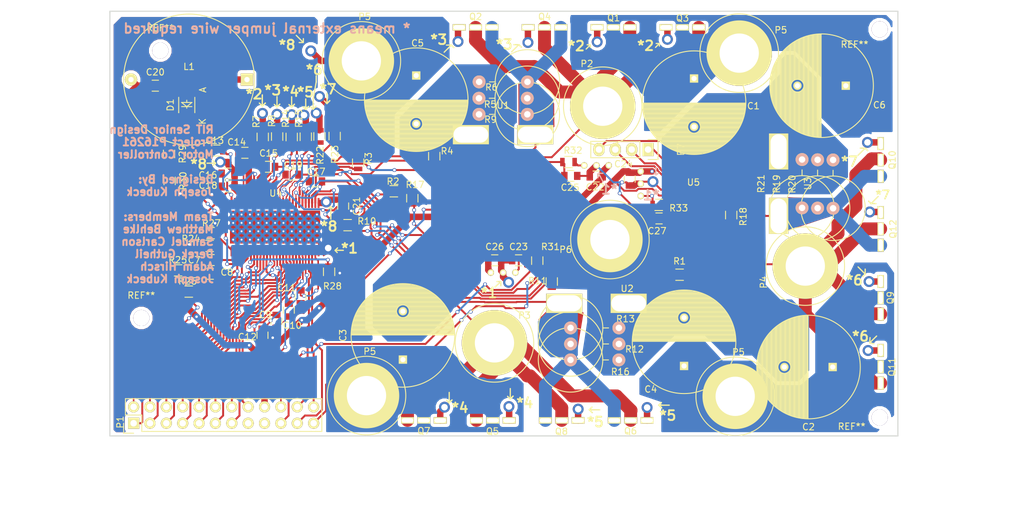
<source format=kicad_pcb>
(kicad_pcb (version 4) (host pcbnew "(2015-10-08 BZR 6255, Git 74f00d4)-product")
  (layers (0 F.Cu signal) (31 B.Cu signal) (34 B.Paste user) (35 F.Paste user) (36 B.SilkS user) (37 F.SilkS user) (38 B.Mask user) (39 F.Mask user) (44 Edge.Cuts user))
  (net 0 "")
  (net 1 +batt)
  (net 2 GND)
  (net 3 "Net-(C7-Pad1)")
  (net 4 "Net-(C8-Pad2)")
  (net 5 "Net-(C9-Pad1)")
  (net 6 "Net-(C10-Pad2)")
  (net 7 "Net-(C11-Pad2)")
  (net 8 "Net-(C12-Pad1)")
  (net 9 "Net-(C12-Pad2)")
  (net 10 "Net-(C13-Pad1)")
  (net 11 "Net-(C14-Pad1)")
  (net 12 "Net-(C14-Pad2)")
  (net 13 "Net-(C15-Pad1)")
  (net 14 /Gate-Driver/SH_A)
  (net 15 "Net-(C17-Pad1)")
  (net 16 /Gate-Driver/SH_C)
  (net 17 "Net-(C19-Pad1)")
  (net 18 /Gate-Driver/SH_B)
  (net 19 VCC)
  (net 20 /Gate-Driver/SCLK)
  (net 21 /Gate-Driver/VDD_SPI)
  (net 22 /Gate-Driver/SDO)
  (net 23 /Gate-Driver/EN_GATE)
  (net 24 /Gate-Driver/SDI)
  (net 25 /Gate-Driver/INH_A)
  (net 26 /Gate-Driver/nSCS)
  (net 27 /Gate-Driver/INL_A)
  (net 28 /Gate-Driver/nFault)
  (net 29 /Gate-Driver/INH_B)
  (net 30 /Gate-Driver/nOCTW)
  (net 31 /Gate-Driver/INL_B)
  (net 32 /Gate-Driver/INH_C)
  (net 33 "Net-(P1-Pad15)")
  (net 34 /Gate-Driver/INL_C)
  (net 35 "Net-(P1-Pad17)")
  (net 36 /Gate-Driver/DC_CAL)
  (net 37 "/power mosfets & current sensing/hall_1")
  (net 38 /Gate-Driver/REF)
  (net 39 "/power mosfets & current sensing/hall_2")
  (net 40 /Gate-Driver/S01)
  (net 41 "/power mosfets & current sensing/hall_3")
  (net 42 /Gate-Driver/S02)
  (net 43 "Net-(Q1-Pad1)")
  (net 44 /Gate-Driver/SL_A)
  (net 45 "Net-(Q2-Pad1)")
  (net 46 "Net-(Q5-Pad1)")
  (net 47 /Gate-Driver/SL_B)
  (net 48 "Net-(Q6-Pad1)")
  (net 49 "Net-(Q11-Pad1)")
  (net 50 /Gate-Driver/SL_C)
  (net 51 "Net-(Q10-Pad1)")
  (net 52 /Gate-Driver/SP2)
  (net 53 "/power mosfets & current sensing/SP3")
  (net 54 /Gate-Driver/SN2)
  (net 55 "/power mosfets & current sensing/SN3")
  (net 56 /Gate-Driver/SN1)
  (net 57 /Gate-Driver/SP1)
  (net 58 /Gate-Driver/GH_A)
  (net 59 /Gate-Driver/GL_A)
  (net 60 /Gate-Driver/GH_B)
  (net 61 /Gate-Driver/GL_B)
  (net 62 /Gate-Driver/GH_C)
  (net 63 /Gate-Driver/GL_C)
  (net 64 "Net-(R27-Pad1)")
  (net 65 "Net-(R28-Pad1)")
  (net 66 "Net-(R29-Pad2)")
  (net 67 "Net-(U4-Pad4)")
  (net 68 "Net-(U4-Pad55)")
  (net 69 "Net-(P7-Pad1)")
  (net 70 "Net-(P7-Pad2)")
  (net 71 "Net-(P7-Pad3)")
  (net 72 "Net-(P7-Pad4)")
  (net 73 "Net-(R31-Pad1)")
  (net 74 "Net-(R32-Pad1)")
  (net 75 "Net-(R33-Pad2)")
  (module Mounting_Holes:MountingHole_2-5mm (layer F.Cu) (at 95.25 102.1)
    (fp_text reference REF** (at 0 -3.50012) (layer F.SilkS))
    (fp_text value MountingHole_2-5mm)
    (pad 1 thru_hole circle (at 0 0) (size 2.5 2.5) (drill 2.5) (layers *.Cu Eco1.User))
  )
  (module Mounting_Holes:MountingHole_2-5mm (layer F.Cu) (at 98.2 60.6)
    (fp_text reference REF** (at 0 -3.50012) (layer F.SilkS))
    (fp_text value MountingHole_2-5mm)
    (pad 1 thru_hole circle (at 0 0) (size 2.5 2.5) (drill 2.5) (layers *.Cu Eco1.User))
  )
  (module Mounting_Holes:MountingHole_2-5mm (layer F.Cu) (at 209.85 57.3)
    (fp_text reference REF** (at -3.9 2.35) (layer F.SilkS))
    (fp_text value MountingHole_2-5mm)
    (pad 1 thru_hole circle (at 0 0) (size 2.5 2.5) (drill 2.5) (layers *.Cu Eco1.User))
  )
  (module Pin_Headers:Pin_Header_Straight_1x04 (layer F.Cu) (at 173.8969 75.958 270)
    (fp_text reference P7 (at 0 -5.1 270) (layer F.SilkS))
    (fp_text value CONN_01X04)
    (pad 1 thru_hole rect (at 0 0 270) (size 2.032 1.7272) (drill 1.016) (layers *.Cu *.Mask F.SilkS) (net 69 "Net-(P7-Pad1)"))
    (pad 2 thru_hole oval (at 0 2.54 270) (size 2.032 1.7272) (drill 1.016) (layers *.Cu *.Mask F.SilkS) (net 70 "Net-(P7-Pad2)"))
    (pad 3 thru_hole oval (at 0 5.08 270) (size 2.032 1.7272) (drill 1.016) (layers *.Cu *.Mask F.SilkS) (net 71 "Net-(P7-Pad3)"))
    (pad 4 thru_hole oval (at 0 7.62 270) (size 2.032 1.7272) (drill 1.016) (layers *.Cu *.Mask F.SilkS) (net 72 "Net-(P7-Pad4)"))
  )
  (module Connect:Banana_Jack_1Pin (layer F.Cu) (at 130.2 114.15)
    (fp_text reference P5 (at 0.508 -6.858) (layer F.SilkS))
    (fp_text value CONN_01X01)
    (pad 1 thru_hole circle (at 0 0) (size 10.16 10.16) (drill 6.096) (layers *.Cu *.Mask F.SilkS) (net 1 +batt))
  )
  (module Connect:Banana_Jack_1Pin (layer F.Cu) (at 187.4224 114.2612)
    (fp_text reference P5 (at 0.508 -6.858) (layer F.SilkS))
    (fp_text value CONN_01X01)
    (pad 1 thru_hole circle (at 0 0) (size 10.16 10.16) (drill 6.096) (layers *.Cu *.Mask F.SilkS) (net 1 +batt))
  )
  (module Connect:Banana_Jack_1Pin (layer F.Cu) (at 188.0447 60.9974)
    (fp_text reference P5 (at 6.4643 -3.5814) (layer F.SilkS))
    (fp_text value CONN_01X01)
    (pad 1 thru_hole circle (at 0 0) (size 10.16 10.16) (drill 6.096) (layers *.Cu *.Mask F.SilkS) (net 1 +batt))
  )
  (module Connect:Banana_Jack_1Pin (layer F.Cu) (at 129.4 62.2)
    (fp_text reference P5 (at 0.508 -6.858) (layer F.SilkS))
    (fp_text value CONN_01X01)
    (pad 1 thru_hole circle (at 0 0) (size 10.16 10.16) (drill 6.096) (layers *.Cu *.Mask F.SilkS) (net 1 +batt))
  )
  (module Capacitors_ThroughHole:C_Radial_D16_L30_P7.5 (layer F.Cu) (at 135.8477 108.5589 90)
    (fp_text reference C3 (at 3.75 -9.3 90) (layer F.SilkS))
    (fp_text value 470uF)
    (pad 1 thru_hole rect (at 0 0 90) (size 1.3 1.3) (drill 0.8) (layers *.Cu *.Mask F.SilkS) (net 1 +batt))
    (pad 2 thru_hole circle (at 7.5 0 90) (size 1.3 1.3) (drill 0.8) (layers *.Cu *.Mask F.SilkS) (net 2 GND))
  )
  (module Connect:Banana_Jack_1Pin (layer F.Cu) (at 150.059 105.9681 180)
    (fp_text reference P3 (at -4.6524 4.2665 180) (layer F.SilkS))
    (fp_text value to_motor_phase_2)
    (pad 1 thru_hole circle (at 0 0 180) (size 10.16 10.16) (drill 6.096) (layers *.Cu *.Mask F.SilkS) (net 18 /Gate-Driver/SH_B))
  )
  (module p16261:csd19505kcs (layer F.Cu) (at 139.1 118 180)
    (fp_text reference Q7 (at -0.0042 -1.639 180) (layer F.SilkS))
    (fp_text value csd19505kcs)
    (pad 3 thru_hole rect (at 2.54 0 180) (size 2 1) (drill oval 1.78 0.7) (layers *.Cu *.Mask F.SilkS) (net 18 /Gate-Driver/SH_B))
    (pad 2 thru_hole rect (at 0 0 180) (size 2 1) (drill oval 1.78 0.7) (layers *.Cu *.Mask F.SilkS) (net 1 +batt))
    (pad 1 thru_hole rect (at -2.54 0 180) (size 2 1) (drill oval 1.78 0.7) (layers *.Cu *.Mask F.SilkS) (net 46 "Net-(Q5-Pad1)"))
  )
  (module p16261:csd19505kcs (layer F.Cu) (at 149.8 118 180)
    (fp_text reference Q5 (at 0.0466 -1.6898 180) (layer F.SilkS))
    (fp_text value csd19505kcs)
    (pad 3 thru_hole rect (at 2.54 0 180) (size 2 1) (drill oval 1.78 0.7) (layers *.Cu *.Mask F.SilkS) (net 18 /Gate-Driver/SH_B))
    (pad 2 thru_hole rect (at 0 0 180) (size 2 1) (drill oval 1.78 0.7) (layers *.Cu *.Mask F.SilkS) (net 1 +batt))
    (pad 1 thru_hole rect (at -2.54 0 180) (size 2 1) (drill oval 1.78 0.7) (layers *.Cu *.Mask F.SilkS) (net 46 "Net-(Q5-Pad1)"))
  )
  (module p16261:csd19505kcs (layer F.Cu) (at 160.5 118 180)
    (fp_text reference Q8 (at 0.0466 -1.7279 180) (layer F.SilkS))
    (fp_text value csd19505kcs)
    (pad 3 thru_hole rect (at 2.54 0 180) (size 2 1) (drill oval 1.78 0.7) (layers *.Cu *.Mask F.SilkS) (net 47 /Gate-Driver/SL_B))
    (pad 2 thru_hole rect (at 0 0 180) (size 2 1) (drill oval 1.78 0.7) (layers *.Cu *.Mask F.SilkS) (net 18 /Gate-Driver/SH_B))
    (pad 1 thru_hole rect (at -2.54 0 180) (size 2 1) (drill oval 1.78 0.7) (layers *.Cu *.Mask F.SilkS) (net 48 "Net-(Q6-Pad1)"))
  )
  (module p16261:csd19505kcs (layer F.Cu) (at 171.2 118 180)
    (fp_text reference Q6 (at 0.0212 -1.6517 180) (layer F.SilkS))
    (fp_text value csd19505kcs)
    (pad 3 thru_hole rect (at 2.54 0 180) (size 2 1) (drill oval 1.78 0.7) (layers *.Cu *.Mask F.SilkS) (net 47 /Gate-Driver/SL_B))
    (pad 2 thru_hole rect (at 0 0 180) (size 2 1) (drill oval 1.78 0.7) (layers *.Cu *.Mask F.SilkS) (net 18 /Gate-Driver/SH_B))
    (pad 1 thru_hole rect (at -2.54 0 180) (size 2 1) (drill oval 1.78 0.7) (layers *.Cu *.Mask F.SilkS) (net 48 "Net-(Q6-Pad1)"))
  )
  (module Capacitors_ThroughHole:C_Radial_D16_L30_P7.5 (layer F.Cu) (at 179.4849 109.5495 90)
    (fp_text reference C4 (at -3.6195 -5.1689 180) (layer F.SilkS))
    (fp_text value 470uF)
    (pad 1 thru_hole rect (at 0 0 90) (size 1.3 1.3) (drill 0.8) (layers *.Cu *.Mask F.SilkS) (net 1 +batt))
    (pad 2 thru_hole circle (at 7.5 0 90) (size 1.3 1.3) (drill 0.8) (layers *.Cu *.Mask F.SilkS) (net 2 GND))
  )
  (module p16261:ADT7301 (layer F.Cu) (at 178.55 80.7)
    (fp_text reference U5 (at 2.4 0.35) (layer F.SilkS))
    (fp_text value ADT7301)
    (pad 1 smd rect (at -0.95 1.5) (size 0.5 1.2) (layers F.Cu F.Paste F.Mask) (net 2 GND))
    (pad 2 smd rect (at 0 1.5) (size 0.5 1.2) (layers F.Cu F.Paste F.Mask) (net 72 "Net-(P7-Pad4)"))
    (pad 3 smd rect (at 0.95 1.5) (size 0.5 1.2) (layers F.Cu F.Paste F.Mask) (net 19 VCC))
    (pad 4 smd rect (at 0.95 -1.5) (size 0.5 1.2) (layers F.Cu F.Paste F.Mask) (net 71 "Net-(P7-Pad3)"))
    (pad 5 smd rect (at 0 -1.5) (size 0.5 1.2) (layers F.Cu F.Paste F.Mask) (net 70 "Net-(P7-Pad2)"))
    (pad 6 smd rect (at -0.95 -1.5) (size 0.5 1.2) (layers F.Cu F.Paste F.Mask) (net 69 "Net-(P7-Pad1)"))
  )
  (module Capacitors_ThroughHole:C_Radial_D16_L30_P7.5 (layer F.Cu) (at 181.0343 64.9344 270)
    (fp_text reference C1 (at 4.2656 -9.2157 360) (layer F.SilkS))
    (fp_text value 470uF)
    (pad 1 thru_hole rect (at 0 0 270) (size 1.3 1.3) (drill 0.8) (layers *.Cu *.Mask F.SilkS) (net 1 +batt))
    (pad 2 thru_hole circle (at 7.5 0 270) (size 1.3 1.3) (drill 0.8) (layers *.Cu *.Mask F.SilkS) (net 2 GND))
  )
  (module Capacitors_ThroughHole:C_Radial_D16_L30_P7.5 (layer F.Cu) (at 202.5481 109.7146 180)
    (fp_text reference C2 (at 3.75 -9.3 180) (layer F.SilkS))
    (fp_text value 470uF)
    (pad 1 thru_hole rect (at 0 0 180) (size 1.3 1.3) (drill 0.8) (layers *.Cu *.Mask F.SilkS) (net 1 +batt))
    (pad 2 thru_hole circle (at 7.5 0 180) (size 1.3 1.3) (drill 0.8) (layers *.Cu *.Mask F.SilkS) (net 2 GND))
  )
  (module Capacitors_ThroughHole:C_Radial_D16_L30_P7.5 (layer F.Cu) (at 137.9178 64.4702 270)
    (fp_text reference C5 (at -5.0222 -0.2032 360) (layer F.SilkS))
    (fp_text value 470uF)
    (pad 1 thru_hole rect (at 0 0 270) (size 1.3 1.3) (drill 0.8) (layers *.Cu *.Mask F.SilkS) (net 1 +batt))
    (pad 2 thru_hole circle (at 7.5 0 270) (size 1.3 1.3) (drill 0.8) (layers *.Cu *.Mask F.SilkS) (net 2 GND))
  )
  (module Capacitors_ThroughHole:C_Radial_D16_L30_P7.5 (layer F.Cu) (at 204.5801 66.052 180)
    (fp_text reference C6 (at -5.2199 -2.998 180) (layer F.SilkS))
    (fp_text value 470uF)
    (pad 1 thru_hole rect (at 0 0 180) (size 1.3 1.3) (drill 0.8) (layers *.Cu *.Mask F.SilkS) (net 1 +batt))
    (pad 2 thru_hole circle (at 7.5 0 180) (size 1.3 1.3) (drill 0.8) (layers *.Cu *.Mask F.SilkS) (net 2 GND))
  )
  (module Capacitors_SMD:C_0805 (layer F.Cu) (at 106.0695 93.1157 180)
    (fp_text reference C7 (at 2.6195 0.0127 180) (layer F.SilkS))
    (fp_text value 10pF)
    (pad 1 smd rect (at -1 0 180) (size 1 1.25) (layers F.Cu F.Paste F.Mask) (net 3 "Net-(C7-Pad1)"))
    (pad 2 smd rect (at 1 0 180) (size 1 1.25) (layers F.Cu F.Paste F.Mask) (net 2 GND))
  )
  (module Capacitors_SMD:C_0805 (layer F.Cu) (at 105.9425 95.2493 180)
    (fp_text reference C8 (at -2.5875 0.2413 180) (layer F.SilkS))
    (fp_text value 0.01uF)
    (pad 1 smd rect (at -1 0 180) (size 1 1.25) (layers F.Cu F.Paste F.Mask) (net 3 "Net-(C7-Pad1)"))
    (pad 2 smd rect (at 1 0 180) (size 1 1.25) (layers F.Cu F.Paste F.Mask) (net 4 "Net-(C8-Pad2)"))
  )
  (module Capacitors_SMD:C_0805 (layer F.Cu) (at 116.2262 102.6374 270)
    (fp_text reference C9 (at -1.0254 1.7272 360) (layer F.SilkS))
    (fp_text value 2.2uF)
    (pad 1 smd rect (at -1 0 270) (size 1 1.25) (layers F.Cu F.Paste F.Mask) (net 5 "Net-(C9-Pad1)"))
    (pad 2 smd rect (at 1 0 270) (size 1 1.25) (layers F.Cu F.Paste F.Mask) (net 2 GND))
  )
  (module Capacitors_SMD:C_0805 (layer F.Cu) (at 118.1439 100.8787 90)
    (fp_text reference C10 (at -2.3843 0.5461 180) (layer F.SilkS))
    (fp_text value 1uF)
    (pad 1 smd rect (at -1 0 90) (size 1 1.25) (layers F.Cu F.Paste F.Mask) (net 2 GND))
    (pad 2 smd rect (at 1 0 90) (size 1 1.25) (layers F.Cu F.Paste F.Mask) (net 6 "Net-(C10-Pad2)"))
  )
  (module Capacitors_SMD:C_0805 (layer F.Cu) (at 119.9727 98.8213 90)
    (fp_text reference C11 (at 1.4003 -2.1717 180) (layer F.SilkS))
    (fp_text value 1uF)
    (pad 1 smd rect (at -1 0 90) (size 1 1.25) (layers F.Cu F.Paste F.Mask) (net 2 GND))
    (pad 2 smd rect (at 1 0 90) (size 1 1.25) (layers F.Cu F.Paste F.Mask) (net 7 "Net-(C11-Pad2)"))
  )
  (module Capacitors_SMD:C_0805 (layer F.Cu) (at 114.0545 104.7837 90)
    (fp_text reference C12 (at -0.2573 -2.3495 180) (layer F.SilkS))
    (fp_text value 0.022uF)
    (pad 1 smd rect (at -1 0 90) (size 1 1.25) (layers F.Cu F.Paste F.Mask) (net 8 "Net-(C12-Pad1)"))
    (pad 2 smd rect (at 1 0 90) (size 1 1.25) (layers F.Cu F.Paste F.Mask) (net 9 "Net-(C12-Pad2)"))
  )
  (module Capacitors_SMD:C_0805 (layer F.Cu) (at 106.9712 76.1104 180)
    (fp_text reference C13 (at 0.3462 1.5494 180) (layer F.SilkS))
    (fp_text value 0.47nF)
    (pad 1 smd rect (at -1 0 180) (size 1 1.25) (layers F.Cu F.Paste F.Mask) (net 10 "Net-(C13-Pad1)"))
    (pad 2 smd rect (at 1 0 180) (size 1 1.25) (layers F.Cu F.Paste F.Mask) (net 2 GND))
  )
  (module Capacitors_SMD:C_0805 (layer F.Cu) (at 111.3207 76.466)
    (fp_text reference C14 (at -1.2667 -1.651) (layer F.SilkS))
    (fp_text value 0.1uF)
    (pad 1 smd rect (at -1 0) (size 1 1.25) (layers F.Cu F.Paste F.Mask) (net 11 "Net-(C14-Pad1)"))
    (pad 2 smd rect (at 1 0) (size 1 1.25) (layers F.Cu F.Paste F.Mask) (net 12 "Net-(C14-Pad2)"))
  )
  (module Capacitors_SMD:C_0805 (layer F.Cu) (at 115.0037 78.6377)
    (fp_text reference C15 (at 0 -2.1) (layer F.SilkS))
    (fp_text value 0.1uF)
    (pad 1 smd rect (at -1 0) (size 1 1.25) (layers F.Cu F.Paste F.Mask) (net 13 "Net-(C15-Pad1)"))
    (pad 2 smd rect (at 1 0) (size 1 1.25) (layers F.Cu F.Paste F.Mask) (net 14 /Gate-Driver/SH_A))
  )
  (module Capacitors_SMD:C_0805 (layer F.Cu) (at 108.7172 79.6918 180)
    (fp_text reference C16 (at 3.1294 -0.242 180) (layer F.SilkS))
    (fp_text value DNP)
    (pad 1 smd rect (at -1 0 180) (size 1 1.25) (layers F.Cu F.Paste F.Mask) (net 1 +batt))
    (pad 2 smd rect (at 1 0 180) (size 1 1.25) (layers F.Cu F.Paste F.Mask) (net 2 GND))
  )
  (module Capacitors_SMD:C_0805 (layer F.Cu) (at 122.2874 80.8983)
    (fp_text reference C17 (at 0.0856 -1.5113) (layer F.SilkS))
    (fp_text value 0.1uF)
    (pad 1 smd rect (at -1 0) (size 1 1.25) (layers F.Cu F.Paste F.Mask) (net 15 "Net-(C17-Pad1)"))
    (pad 2 smd rect (at 1 0) (size 1 1.25) (layers F.Cu F.Paste F.Mask) (net 16 /Gate-Driver/SH_C))
  )
  (module Capacitors_SMD:C_0805 (layer F.Cu) (at 108.7238 81.6984 180)
    (fp_text reference C18 (at 3.1148 0.1524 180) (layer F.SilkS))
    (fp_text value 10uF)
    (pad 1 smd rect (at -1 0 180) (size 1 1.25) (layers F.Cu F.Paste F.Mask) (net 1 +batt))
    (pad 2 smd rect (at 1 0 180) (size 1 1.25) (layers F.Cu F.Paste F.Mask) (net 2 GND))
  )
  (module Capacitors_SMD:C_0805 (layer F.Cu) (at 118.6298 79.8569)
    (fp_text reference C19 (at 0.1872 -1.4859) (layer F.SilkS))
    (fp_text value 0.1uF)
    (pad 1 smd rect (at -1 0) (size 1 1.25) (layers F.Cu F.Paste F.Mask) (net 17 "Net-(C19-Pad1)"))
    (pad 2 smd rect (at 1 0) (size 1 1.25) (layers F.Cu F.Paste F.Mask) (net 18 /Gate-Driver/SH_B))
  )
  (module Capacitors_SMD:C_0805 (layer F.Cu) (at 97.4208 66.052)
    (fp_text reference C20 (at 0 -2.1) (layer F.SilkS))
    (fp_text value 22uF)
    (pad 1 smd rect (at -1 0) (size 1 1.25) (layers F.Cu F.Paste F.Mask) (net 19 VCC))
    (pad 2 smd rect (at 1 0) (size 1 1.25) (layers F.Cu F.Paste F.Mask) (net 2 GND))
  )
  (module Pin_Headers:Pin_Header_Straight_2x12 (layer F.Cu) (at 94.052 118.4395 90)
    (fp_text reference P1 (at 0.1644 -2.0786 90) (layer F.SilkS))
    (fp_text value CONN_02X12)
    (pad 1 thru_hole rect (at 0 0 90) (size 1.7272 1.7272) (drill 1.016) (layers *.Cu *.Mask F.SilkS) (net 20 /Gate-Driver/SCLK))
    (pad 2 thru_hole oval (at 2.54 0 90) (size 1.7272 1.7272) (drill 1.016) (layers *.Cu *.Mask F.SilkS) (net 21 /Gate-Driver/VDD_SPI))
    (pad 3 thru_hole oval (at 0 2.54 90) (size 1.7272 1.7272) (drill 1.016) (layers *.Cu *.Mask F.SilkS) (net 22 /Gate-Driver/SDO))
    (pad 4 thru_hole oval (at 2.54 2.54 90) (size 1.7272 1.7272) (drill 1.016) (layers *.Cu *.Mask F.SilkS) (net 23 /Gate-Driver/EN_GATE))
    (pad 5 thru_hole oval (at 0 5.08 90) (size 1.7272 1.7272) (drill 1.016) (layers *.Cu *.Mask F.SilkS) (net 24 /Gate-Driver/SDI))
    (pad 6 thru_hole oval (at 2.54 5.08 90) (size 1.7272 1.7272) (drill 1.016) (layers *.Cu *.Mask F.SilkS) (net 25 /Gate-Driver/INH_A))
    (pad 7 thru_hole oval (at 0 7.62 90) (size 1.7272 1.7272) (drill 1.016) (layers *.Cu *.Mask F.SilkS) (net 26 /Gate-Driver/nSCS))
    (pad 8 thru_hole oval (at 2.54 7.62 90) (size 1.7272 1.7272) (drill 1.016) (layers *.Cu *.Mask F.SilkS) (net 27 /Gate-Driver/INL_A))
    (pad 9 thru_hole oval (at 0 10.16 90) (size 1.7272 1.7272) (drill 1.016) (layers *.Cu *.Mask F.SilkS) (net 28 /Gate-Driver/nFault))
    (pad 10 thru_hole oval (at 2.54 10.16 90) (size 1.7272 1.7272) (drill 1.016) (layers *.Cu *.Mask F.SilkS) (net 29 /Gate-Driver/INH_B))
    (pad 11 thru_hole oval (at 0 12.7 90) (size 1.7272 1.7272) (drill 1.016) (layers *.Cu *.Mask F.SilkS) (net 30 /Gate-Driver/nOCTW))
    (pad 12 thru_hole oval (at 2.54 12.7 90) (size 1.7272 1.7272) (drill 1.016) (layers *.Cu *.Mask F.SilkS) (net 31 /Gate-Driver/INL_B))
    (pad 13 thru_hole oval (at 0 15.24 90) (size 1.7272 1.7272) (drill 1.016) (layers *.Cu *.Mask F.SilkS) (net 36 /Gate-Driver/DC_CAL))
    (pad 14 thru_hole oval (at 2.54 15.24 90) (size 1.7272 1.7272) (drill 1.016) (layers *.Cu *.Mask F.SilkS) (net 32 /Gate-Driver/INH_C))
    (pad 15 thru_hole oval (at 0 17.78 90) (size 1.7272 1.7272) (drill 1.016) (layers *.Cu *.Mask F.SilkS) (net 33 "Net-(P1-Pad15)"))
    (pad 16 thru_hole oval (at 2.54 17.78 90) (size 1.7272 1.7272) (drill 1.016) (layers *.Cu *.Mask F.SilkS) (net 34 /Gate-Driver/INL_C))
    (pad 17 thru_hole oval (at 0 20.32 90) (size 1.7272 1.7272) (drill 1.016) (layers *.Cu *.Mask F.SilkS) (net 35 "Net-(P1-Pad17)"))
    (pad 18 thru_hole oval (at 2.54 20.32 90) (size 1.7272 1.7272) (drill 1.016) (layers *.Cu *.Mask F.SilkS) (net 19 VCC))
    (pad 19 thru_hole oval (at 0 22.86 90) (size 1.7272 1.7272) (drill 1.016) (layers *.Cu *.Mask F.SilkS) (net 37 "/power mosfets & current sensing/hall_1"))
    (pad 20 thru_hole oval (at 2.54 22.86 90) (size 1.7272 1.7272) (drill 1.016) (layers *.Cu *.Mask F.SilkS) (net 38 /Gate-Driver/REF))
    (pad 21 thru_hole oval (at 0 25.4 90) (size 1.7272 1.7272) (drill 1.016) (layers *.Cu *.Mask F.SilkS) (net 39 "/power mosfets & current sensing/hall_2"))
    (pad 22 thru_hole oval (at 2.54 25.4 90) (size 1.7272 1.7272) (drill 1.016) (layers *.Cu *.Mask F.SilkS) (net 40 /Gate-Driver/S01))
    (pad 23 thru_hole oval (at 0 27.94 90) (size 1.7272 1.7272) (drill 1.016) (layers *.Cu *.Mask F.SilkS) (net 41 "/power mosfets & current sensing/hall_3"))
    (pad 24 thru_hole oval (at 2.54 27.94 90) (size 1.7272 1.7272) (drill 1.016) (layers *.Cu *.Mask F.SilkS) (net 42 /Gate-Driver/S02))
  )
  (module Connect:Banana_Jack_1Pin (layer F.Cu) (at 166.8611 69.2397)
    (fp_text reference P2 (at -2.4611 -6.5897) (layer F.SilkS))
    (fp_text value to_motor_phase_1)
    (pad 1 thru_hole circle (at 0 0) (size 10.16 10.16) (drill 6.096) (layers *.Cu *.Mask F.SilkS) (net 14 /Gate-Driver/SH_A))
  )
  (module Connect:Banana_Jack_1Pin (layer F.Cu) (at 198.3 94.05 270)
    (fp_text reference P4 (at 2.5153 6.4601 270) (layer F.SilkS))
    (fp_text value to_motor_phase_3)
    (pad 1 thru_hole circle (at 0 0 270) (size 10.16 10.16) (drill 6.096) (layers *.Cu *.Mask F.SilkS) (net 16 /Gate-Driver/SH_C))
  )
  (module Connect:Banana_Jack_1Pin (layer F.Cu) (at 167.9787 89.928)
    (fp_text reference P6 (at -6.8665 1.5628) (layer F.SilkS))
    (fp_text value CONN_01X01)
    (pad 1 thru_hole circle (at 0 0) (size 10.16 10.16) (drill 6.096) (layers *.Cu *.Mask F.SilkS) (net 2 GND))
  )
  (module p16261:csd19505kcs (layer F.Cu) (at 168.525 57)
    (fp_text reference Q1 (at 0.0296 -1.4598) (layer F.SilkS))
    (fp_text value csd19505kcs)
    (pad 3 thru_hole rect (at 2.54 0) (size 2 1) (drill oval 1.78 0.7) (layers *.Cu *.Mask F.SilkS) (net 14 /Gate-Driver/SH_A))
    (pad 2 thru_hole rect (at 0 0) (size 2 1) (drill oval 1.78 0.7) (layers *.Cu *.Mask F.SilkS) (net 1 +batt))
    (pad 1 thru_hole rect (at -2.54 0) (size 2 1) (drill oval 1.78 0.7) (layers *.Cu *.Mask F.SilkS) (net 43 "Net-(Q1-Pad1)"))
  )
  (module p16261:csd19505kcs (layer F.Cu) (at 147.125 57)
    (fp_text reference Q2 (at 0.0042 -1.6503) (layer F.SilkS))
    (fp_text value csd19505kcs)
    (pad 3 thru_hole rect (at 2.54 0) (size 2 1) (drill oval 1.78 0.7) (layers *.Cu *.Mask F.SilkS) (net 44 /Gate-Driver/SL_A))
    (pad 2 thru_hole rect (at 0 0) (size 2 1) (drill oval 1.78 0.7) (layers *.Cu *.Mask F.SilkS) (net 14 /Gate-Driver/SH_A))
    (pad 1 thru_hole rect (at -2.54 0) (size 2 1) (drill oval 1.78 0.7) (layers *.Cu *.Mask F.SilkS) (net 45 "Net-(Q2-Pad1)"))
  )
  (module p16261:csd19505kcs (layer F.Cu) (at 179.225 57)
    (fp_text reference Q3 (at 0.0169 -1.4217) (layer F.SilkS))
    (fp_text value csd19505kcs)
    (pad 3 thru_hole rect (at 2.54 0) (size 2 1) (drill oval 1.78 0.7) (layers *.Cu *.Mask F.SilkS) (net 14 /Gate-Driver/SH_A))
    (pad 2 thru_hole rect (at 0 0) (size 2 1) (drill oval 1.78 0.7) (layers *.Cu *.Mask F.SilkS) (net 1 +batt))
    (pad 1 thru_hole rect (at -2.54 0) (size 2 1) (drill oval 1.78 0.7) (layers *.Cu *.Mask F.SilkS) (net 43 "Net-(Q1-Pad1)"))
  )
  (module p16261:csd19505kcs (layer F.Cu) (at 157.825 57)
    (fp_text reference Q4 (at 0.0169 -1.6503) (layer F.SilkS))
    (fp_text value csd19505kcs)
    (pad 3 thru_hole rect (at 2.54 0) (size 2 1) (drill oval 1.78 0.7) (layers *.Cu *.Mask F.SilkS) (net 44 /Gate-Driver/SL_A))
    (pad 2 thru_hole rect (at 0 0) (size 2 1) (drill oval 1.78 0.7) (layers *.Cu *.Mask F.SilkS) (net 14 /Gate-Driver/SH_A))
    (pad 1 thru_hole rect (at -2.54 0) (size 2 1) (drill oval 1.78 0.7) (layers *.Cu *.Mask F.SilkS) (net 45 "Net-(Q2-Pad1)"))
  )
  (module p16261:csd19505kcs (layer F.Cu) (at 210 98.975 270)
    (fp_text reference Q9 (at -0.012 -1.5282 270) (layer F.SilkS))
    (fp_text value csd19505kcs)
    (pad 3 thru_hole rect (at 2.54 0 270) (size 2 1) (drill oval 1.78 0.7) (layers *.Cu *.Mask F.SilkS) (net 16 /Gate-Driver/SH_C))
    (pad 2 thru_hole rect (at 0 0 270) (size 2 1) (drill oval 1.78 0.7) (layers *.Cu *.Mask F.SilkS) (net 1 +batt))
    (pad 1 thru_hole rect (at -2.54 0 270) (size 2 1) (drill oval 1.78 0.7) (layers *.Cu *.Mask F.SilkS) (net 49 "Net-(Q11-Pad1)"))
  )
  (module p16261:csd19505kcs (layer F.Cu) (at 210 77.575 270)
    (fp_text reference Q10 (at 0.0007 -1.8076 270) (layer F.SilkS))
    (fp_text value csd19505kcs)
    (pad 3 thru_hole rect (at 2.54 0 270) (size 2 1) (drill oval 1.78 0.7) (layers *.Cu *.Mask F.SilkS) (net 50 /Gate-Driver/SL_C))
    (pad 2 thru_hole rect (at 0 0 270) (size 2 1) (drill oval 1.78 0.7) (layers *.Cu *.Mask F.SilkS) (net 16 /Gate-Driver/SH_C))
    (pad 1 thru_hole rect (at -2.54 0 270) (size 2 1) (drill oval 1.78 0.7) (layers *.Cu *.Mask F.SilkS) (net 51 "Net-(Q10-Pad1)"))
  )
  (module p16261:csd19505kcs (layer F.Cu) (at 210 109.675 270)
    (fp_text reference Q11 (at 0.0261 -1.7568 270) (layer F.SilkS))
    (fp_text value csd19505kcs)
    (pad 3 thru_hole rect (at 2.54 0 270) (size 2 1) (drill oval 1.78 0.7) (layers *.Cu *.Mask F.SilkS) (net 16 /Gate-Driver/SH_C))
    (pad 2 thru_hole rect (at 0 0 270) (size 2 1) (drill oval 1.78 0.7) (layers *.Cu *.Mask F.SilkS) (net 1 +batt))
    (pad 1 thru_hole rect (at -2.54 0 270) (size 2 1) (drill oval 1.78 0.7) (layers *.Cu *.Mask F.SilkS) (net 49 "Net-(Q11-Pad1)"))
  )
  (module p16261:csd19505kcs (layer F.Cu) (at 210 88.275 270)
    (fp_text reference Q12 (at 0.0261 -1.9346 270) (layer F.SilkS))
    (fp_text value csd19505kcs)
    (pad 3 thru_hole rect (at 2.54 0 270) (size 2 1) (drill oval 1.78 0.7) (layers *.Cu *.Mask F.SilkS) (net 50 /Gate-Driver/SL_C))
    (pad 2 thru_hole rect (at 0 0 270) (size 2 1) (drill oval 1.78 0.7) (layers *.Cu *.Mask F.SilkS) (net 16 /Gate-Driver/SH_C))
    (pad 1 thru_hole rect (at -2.54 0 270) (size 2 1) (drill oval 1.78 0.7) (layers *.Cu *.Mask F.SilkS) (net 51 "Net-(Q10-Pad1)"))
  )
  (module Resistors_SMD:R_0805 (layer F.Cu) (at 178.7889 95.389)
    (fp_text reference R1 (at 0 -2.1) (layer F.SilkS))
    (fp_text value DNP)
    (pad 1 smd rect (at -0.95 0) (size 0.7 1.3) (layers F.Cu F.Paste F.Mask) (net 52 /Gate-Driver/SP2))
    (pad 2 smd rect (at 0.95 0) (size 0.7 1.3) (layers F.Cu F.Paste F.Mask) (net 53 "/power mosfets & current sensing/SP3"))
  )
  (module Resistors_SMD:R_0805 (layer F.Cu) (at 134.4405 82.435)
    (fp_text reference R2 (at -0.1295 -1.524) (layer F.SilkS))
    (fp_text value DNP)
    (pad 1 smd rect (at -0.95 0) (size 0.7 1.3) (layers F.Cu F.Paste F.Mask) (net 54 /Gate-Driver/SN2))
    (pad 2 smd rect (at 0.95 0) (size 0.7 1.3) (layers F.Cu F.Paste F.Mask) (net 55 "/power mosfets & current sensing/SN3"))
  )
  (module Resistors_SMD:R_0805 (layer F.Cu) (at 128.9008 78.0179 270)
    (fp_text reference R3 (at -0.6629 -1.6002 270) (layer F.SilkS))
    (fp_text value 0R)
    (pad 1 smd rect (at -0.95 0 270) (size 0.7 1.3) (layers F.Cu F.Paste F.Mask) (net 44 /Gate-Driver/SL_A))
    (pad 2 smd rect (at 0.95 0 270) (size 0.7 1.3) (layers F.Cu F.Paste F.Mask) (net 56 /Gate-Driver/SN1))
  )
  (module Resistors_SMD:R_0805 (layer F.Cu) (at 140.71 76.99 270)
    (fp_text reference R4 (at -0.79 -1.99 360) (layer F.SilkS))
    (fp_text value 0R)
    (pad 1 smd rect (at -0.95 0 270) (size 0.7 1.3) (layers F.Cu F.Paste F.Mask) (net 2 GND))
    (pad 2 smd rect (at 0.95 0 270) (size 0.7 1.3) (layers F.Cu F.Paste F.Mask) (net 57 /Gate-Driver/SP1))
  )
  (module Resistors_SMD:R_0805 (layer F.Cu) (at 114.0926 74.0047 90)
    (fp_text reference R7 (at 2.3647 -0.9906 90) (layer F.SilkS))
    (fp_text value 10R)
    (pad 1 smd rect (at -0.95 0 90) (size 0.7 1.3) (layers F.Cu F.Paste F.Mask) (net 58 /Gate-Driver/GH_A))
    (pad 2 smd rect (at 0.95 0 90) (size 0.7 1.3) (layers F.Cu F.Paste F.Mask) (net 43 "Net-(Q1-Pad1)"))
  )
  (module Resistors_SMD:R_0805 (layer F.Cu) (at 116.3278 73.9412 90)
    (fp_text reference R8 (at 2.4282 -0.8128 90) (layer F.SilkS))
    (fp_text value 10R)
    (pad 1 smd rect (at -0.95 0 90) (size 0.7 1.3) (layers F.Cu F.Paste F.Mask) (net 59 /Gate-Driver/GL_A))
    (pad 2 smd rect (at 0.95 0 90) (size 0.7 1.3) (layers F.Cu F.Paste F.Mask) (net 45 "Net-(Q2-Pad1)"))
  )
  (module Resistors_SMD:R_0805 (layer F.Cu) (at 127.265 87.6928 180)
    (fp_text reference R10 (at -2.9862 0.6089 180) (layer F.SilkS))
    (fp_text value 0R)
    (pad 1 smd rect (at -0.95 0 180) (size 0.7 1.3) (layers F.Cu F.Paste F.Mask) (net 47 /Gate-Driver/SL_B))
    (pad 2 smd rect (at 0.95 0 180) (size 0.7 1.3) (layers F.Cu F.Paste F.Mask) (net 54 /Gate-Driver/SN2))
  )
  (module Resistors_SMD:R_0805 (layer F.Cu) (at 158.95 96.45 90)
    (fp_text reference R11 (at 0.1 -2.2 180) (layer F.SilkS))
    (fp_text value 0R)
    (pad 1 smd rect (at -0.95 0 90) (size 0.7 1.3) (layers F.Cu F.Paste F.Mask) (net 2 GND))
    (pad 2 smd rect (at 0.95 0 90) (size 0.7 1.3) (layers F.Cu F.Paste F.Mask) (net 52 /Gate-Driver/SP2))
  )
  (module Resistors_SMD:R_0805 (layer F.Cu) (at 118.5884 74.0124 90)
    (fp_text reference R14 (at 2.8804 -0.9144 90) (layer F.SilkS))
    (fp_text value 10R)
    (pad 1 smd rect (at -0.95 0 90) (size 0.7 1.3) (layers F.Cu F.Paste F.Mask) (net 60 /Gate-Driver/GH_B))
    (pad 2 smd rect (at 0.95 0 90) (size 0.7 1.3) (layers F.Cu F.Paste F.Mask) (net 46 "Net-(Q5-Pad1)"))
  )
  (module Resistors_SMD:R_0805 (layer F.Cu) (at 120.7728 73.9743 90)
    (fp_text reference R15 (at 2.8423 -1.0668 90) (layer F.SilkS))
    (fp_text value 10R)
    (pad 1 smd rect (at -0.95 0 90) (size 0.7 1.3) (layers F.Cu F.Paste F.Mask) (net 61 /Gate-Driver/GL_B))
    (pad 2 smd rect (at 0.95 0 90) (size 0.7 1.3) (layers F.Cu F.Paste F.Mask) (net 48 "Net-(Q6-Pad1)"))
  )
  (module Resistors_SMD:R_0805 (layer F.Cu) (at 137.3082 83.517 90)
    (fp_text reference R17 (at 2.098 0.4318 180) (layer F.SilkS))
    (fp_text value 0R)
    (pad 1 smd rect (at -0.95 0 90) (size 0.7 1.3) (layers F.Cu F.Paste F.Mask) (net 50 /Gate-Driver/SL_C))
    (pad 2 smd rect (at 0.95 0 90) (size 0.7 1.3) (layers F.Cu F.Paste F.Mask) (net 55 "/power mosfets & current sensing/SN3"))
  )
  (module Resistors_SMD:R_0805 (layer F.Cu) (at 186.8001 86.1282 270)
    (fp_text reference R18 (at 0.2438 -1.8669 270) (layer F.SilkS))
    (fp_text value 0R)
    (pad 1 smd rect (at -0.95 0 270) (size 0.7 1.3) (layers F.Cu F.Paste F.Mask) (net 2 GND))
    (pad 2 smd rect (at 0.95 0 270) (size 0.7 1.3) (layers F.Cu F.Paste F.Mask) (net 53 "/power mosfets & current sensing/SP3"))
  )
  (module Resistors_SMD:R_0805 (layer F.Cu) (at 122.8937 73.9235 90)
    (fp_text reference R22 (at -2.9235 0.1143 90) (layer F.SilkS))
    (fp_text value 10R)
    (pad 1 smd rect (at -0.95 0 90) (size 0.7 1.3) (layers F.Cu F.Paste F.Mask) (net 62 /Gate-Driver/GH_C))
    (pad 2 smd rect (at 0.95 0 90) (size 0.7 1.3) (layers F.Cu F.Paste F.Mask) (net 49 "Net-(Q11-Pad1)"))
  )
  (module Resistors_SMD:R_0805 (layer F.Cu) (at 125.2559 73.8727 90)
    (fp_text reference R23 (at -2.8473 0.0381 90) (layer F.SilkS))
    (fp_text value 10R)
    (pad 1 smd rect (at -0.95 0 90) (size 0.7 1.3) (layers F.Cu F.Paste F.Mask) (net 63 /Gate-Driver/GL_C))
    (pad 2 smd rect (at 0.95 0 90) (size 0.7 1.3) (layers F.Cu F.Paste F.Mask) (net 51 "Net-(Q10-Pad1)"))
  )
  (module Resistors_SMD:R_0805 (layer F.Cu) (at 105.8528 90.9186)
    (fp_text reference R24 (at -2.9108 -1.1176) (layer F.SilkS))
    (fp_text value 24.3k)
    (pad 1 smd rect (at -0.95 0) (size 0.7 1.3) (layers F.Cu F.Paste F.Mask) (net 4 "Net-(C8-Pad2)"))
    (pad 2 smd rect (at 0.95 0) (size 0.7 1.3) (layers F.Cu F.Paste F.Mask) (net 2 GND))
  )
  (module Resistors_SMD:R_0805 (layer F.Cu) (at 100.9633 94.7159)
    (fp_text reference R25 (at -0.0533 -1.6129) (layer F.SilkS))
    (fp_text value 10k)
    (pad 1 smd rect (at -0.95 0) (size 0.7 1.3) (layers F.Cu F.Paste F.Mask) (net 19 VCC))
    (pad 2 smd rect (at 0.95 0) (size 0.7 1.3) (layers F.Cu F.Paste F.Mask) (net 30 /Gate-Driver/nOCTW))
  )
  (module Resistors_SMD:R_0805 (layer F.Cu) (at 102.6143 98.0052)
    (fp_text reference R26 (at -0.1803 -1.6002) (layer F.SilkS))
    (fp_text value 10k)
    (pad 1 smd rect (at -0.95 0) (size 0.7 1.3) (layers F.Cu F.Paste F.Mask) (net 19 VCC))
    (pad 2 smd rect (at 0.95 0) (size 0.7 1.3) (layers F.Cu F.Paste F.Mask) (net 28 /Gate-Driver/nFault))
  )
  (module Resistors_SMD:R_0805 (layer F.Cu) (at 105.99 88.9374 180)
    (fp_text reference R27 (at -0.127 1.5494 180) (layer F.SilkS))
    (fp_text value 205k)
    (pad 1 smd rect (at -0.95 0 180) (size 0.7 1.3) (layers F.Cu F.Paste F.Mask) (net 64 "Net-(R27-Pad1)"))
    (pad 2 smd rect (at 0.95 0 180) (size 0.7 1.3) (layers F.Cu F.Paste F.Mask) (net 2 GND))
  )
  (module Resistors_SMD:R_0805 (layer F.Cu) (at 124.3923 94.9343 270)
    (fp_text reference R28 (at 2.2327 -0.5207 360) (layer F.SilkS))
    (fp_text value 0R)
    (pad 1 smd rect (at -0.95 0 270) (size 0.7 1.3) (layers F.Cu F.Paste F.Mask) (net 65 "Net-(R28-Pad1)"))
    (pad 2 smd rect (at 0.95 0 270) (size 0.7 1.3) (layers F.Cu F.Paste F.Mask) (net 2 GND))
  )
  (module Resistors_SMD:R_0805 (layer F.Cu) (at 99.5511 76.6463 270)
    (fp_text reference R29 (at 0 -2.1 270) (layer F.SilkS))
    (fp_text value 53.6k)
    (pad 1 smd rect (at -0.95 0 270) (size 0.7 1.3) (layers F.Cu F.Paste F.Mask) (net 19 VCC))
    (pad 2 smd rect (at 0.95 0 270) (size 0.7 1.3) (layers F.Cu F.Paste F.Mask) (net 66 "Net-(R29-Pad2)"))
  )
  (module Resistors_SMD:R_0805 (layer F.Cu) (at 99.64 80.8246 270)
    (fp_text reference R30 (at 0 -2.1 270) (layer F.SilkS))
    (fp_text value 10k)
    (pad 1 smd rect (at -0.95 0 270) (size 0.7 1.3) (layers F.Cu F.Paste F.Mask) (net 66 "Net-(R29-Pad2)"))
    (pad 2 smd rect (at 0.95 0 270) (size 0.7 1.3) (layers F.Cu F.Paste F.Mask) (net 2 GND))
  )
  (module p16261:DRV8301 (layer F.Cu) (at 116.0057 87.9999)
    (fp_text reference U4 (at 0.12 -5.25) (layer F.SilkS))
    (fp_text value DRV8301)
    (pad 1 smd rect (at -6.75 3.75) (size 0.3 1.55) (layers F.Cu F.Paste F.Mask) (net 64 "Net-(R27-Pad1)"))
    (pad 2 smd rect (at -6.25 3.75) (size 0.3 1.55) (layers F.Cu F.Paste F.Mask) (net 3 "Net-(C7-Pad1)"))
    (pad 3 smd rect (at -5.75 3.75) (size 0.3 1.55) (layers F.Cu F.Paste F.Mask) (net 66 "Net-(R29-Pad2)"))
    (pad 4 smd rect (at -5.25 3.75) (size 0.3 1.55) (layers F.Cu F.Paste F.Mask) (net 67 "Net-(U4-Pad4)"))
    (pad 5 smd rect (at -4.75 3.75) (size 0.3 1.55) (layers F.Cu F.Paste F.Mask) (net 30 /Gate-Driver/nOCTW))
    (pad 6 smd rect (at -4.25 3.75) (size 0.3 1.55) (layers F.Cu F.Paste F.Mask) (net 28 /Gate-Driver/nFault))
    (pad 7 smd rect (at -3.75 3.75) (size 0.3 1.55) (layers F.Cu F.Paste F.Mask) (net 65 "Net-(R28-Pad1)"))
    (pad 8 smd rect (at -3.25 3.75) (size 0.3 1.55) (layers F.Cu F.Paste F.Mask) (net 26 /Gate-Driver/nSCS))
    (pad 9 smd rect (at -2.75 3.75) (size 0.3 1.55) (layers F.Cu F.Paste F.Mask) (net 24 /Gate-Driver/SDI))
    (pad 10 smd rect (at -2.25 3.75) (size 0.3 1.55) (layers F.Cu F.Paste F.Mask) (net 22 /Gate-Driver/SDO))
    (pad 11 smd rect (at -1.75 3.75) (size 0.3 1.55) (layers F.Cu F.Paste F.Mask) (net 20 /Gate-Driver/SCLK))
    (pad 12 smd rect (at -1.25 3.75) (size 0.3 1.55) (layers F.Cu F.Paste F.Mask) (net 36 /Gate-Driver/DC_CAL))
    (pad 13 smd rect (at -0.75 3.75) (size 0.3 1.55) (layers F.Cu F.Paste F.Mask) (net 5 "Net-(C9-Pad1)"))
    (pad 14 smd rect (at -0.25 3.75) (size 0.3 1.55) (layers F.Cu F.Paste F.Mask) (net 8 "Net-(C12-Pad1)"))
    (pad 15 smd rect (at 0.25 3.75) (size 0.3 1.55) (layers F.Cu F.Paste F.Mask) (net 9 "Net-(C12-Pad2)"))
    (pad 16 smd rect (at 0.75 3.75) (size 0.3 1.55) (layers F.Cu F.Paste F.Mask) (net 23 /Gate-Driver/EN_GATE))
    (pad 17 smd rect (at 1.25 3.75) (size 0.3 1.55) (layers F.Cu F.Paste F.Mask) (net 25 /Gate-Driver/INH_A))
    (pad 18 smd rect (at 1.75 3.75) (size 0.3 1.55) (layers F.Cu F.Paste F.Mask) (net 27 /Gate-Driver/INL_A))
    (pad 19 smd rect (at 2.25 3.75) (size 0.3 1.55) (layers F.Cu F.Paste F.Mask) (net 29 /Gate-Driver/INH_B))
    (pad 20 smd rect (at 2.75 3.75) (size 0.3 1.55) (layers F.Cu F.Paste F.Mask) (net 31 /Gate-Driver/INL_B))
    (pad 21 smd rect (at 3.25 3.75) (size 0.3 1.55) (layers F.Cu F.Paste F.Mask) (net 32 /Gate-Driver/INH_C))
    (pad 22 smd rect (at 3.75 3.75) (size 0.3 1.55) (layers F.Cu F.Paste F.Mask) (net 34 /Gate-Driver/INL_C))
    (pad 23 smd rect (at 4.25 3.75) (size 0.3 1.55) (layers F.Cu F.Paste F.Mask) (net 6 "Net-(C10-Pad2)"))
    (pad 24 smd rect (at 4.75 3.75) (size 0.3 1.55) (layers F.Cu F.Paste F.Mask) (net 38 /Gate-Driver/REF))
    (pad 25 smd rect (at 5.25 3.75) (size 0.3 1.55) (layers F.Cu F.Paste F.Mask) (net 40 /Gate-Driver/S01))
    (pad 26 smd rect (at 5.75 3.75) (size 0.3 1.55) (layers F.Cu F.Paste F.Mask) (net 42 /Gate-Driver/S02))
    (pad 27 smd rect (at 6.25 3.75) (size 0.3 1.55) (layers F.Cu F.Paste F.Mask) (net 7 "Net-(C11-Pad2)"))
    (pad 28 smd rect (at 6.75 3.75) (size 0.3 1.55) (layers F.Cu F.Paste F.Mask) (net 2 GND))
    (pad 29 smd rect (at 6.75 -3.75) (size 0.3 1.55) (layers F.Cu F.Paste F.Mask) (net 1 +batt))
    (pad 30 smd rect (at 6.25 -3.75) (size 0.3 1.55) (layers F.Cu F.Paste F.Mask) (net 52 /Gate-Driver/SP2))
    (pad 31 smd rect (at 5.75 -3.75) (size 0.3 1.55) (layers F.Cu F.Paste F.Mask) (net 54 /Gate-Driver/SN2))
    (pad 32 smd rect (at 5.25 -3.75) (size 0.3 1.55) (layers F.Cu F.Paste F.Mask) (net 57 /Gate-Driver/SP1))
    (pad 33 smd rect (at 4.75 -3.75) (size 0.3 1.55) (layers F.Cu F.Paste F.Mask) (net 56 /Gate-Driver/SN1))
    (pad 34 smd rect (at 4.25 -3.75) (size 0.3 1.55) (layers F.Cu F.Paste F.Mask) (net 50 /Gate-Driver/SL_C))
    (pad 35 smd rect (at 3.75 -3.75) (size 0.3 1.55) (layers F.Cu F.Paste F.Mask) (net 63 /Gate-Driver/GL_C))
    (pad 36 smd rect (at 3.25 -3.75) (size 0.3 1.55) (layers F.Cu F.Paste F.Mask) (net 16 /Gate-Driver/SH_C))
    (pad 37 smd rect (at 2.75 -3.75) (size 0.3 1.55) (layers F.Cu F.Paste F.Mask) (net 62 /Gate-Driver/GH_C))
    (pad 38 smd rect (at 2.25 -3.75) (size 0.3 1.55) (layers F.Cu F.Paste F.Mask) (net 15 "Net-(C17-Pad1)"))
    (pad 39 smd rect (at 1.75 -3.75) (size 0.3 1.55) (layers F.Cu F.Paste F.Mask) (net 47 /Gate-Driver/SL_B))
    (pad 40 smd rect (at 1.25 -3.75) (size 0.3 1.55) (layers F.Cu F.Paste F.Mask) (net 61 /Gate-Driver/GL_B))
    (pad 41 smd rect (at 0.75 -3.75) (size 0.3 1.55) (layers F.Cu F.Paste F.Mask) (net 18 /Gate-Driver/SH_B))
    (pad 42 smd rect (at 0.25 -3.75) (size 0.3 1.55) (layers F.Cu F.Paste F.Mask) (net 60 /Gate-Driver/GH_B))
    (pad 43 smd rect (at -0.25 -3.75) (size 0.3 1.55) (layers F.Cu F.Paste F.Mask) (net 17 "Net-(C19-Pad1)"))
    (pad 44 smd rect (at -0.75 -3.75) (size 0.3 1.55) (layers F.Cu F.Paste F.Mask) (net 44 /Gate-Driver/SL_A))
    (pad 45 smd rect (at -1.25 -3.75) (size 0.3 1.55) (layers F.Cu F.Paste F.Mask) (net 59 /Gate-Driver/GL_A))
    (pad 46 smd rect (at -1.75 -3.75) (size 0.3 1.55) (layers F.Cu F.Paste F.Mask) (net 14 /Gate-Driver/SH_A))
    (pad 47 smd rect (at -2.25 -3.75) (size 0.3 1.55) (layers F.Cu F.Paste F.Mask) (net 58 /Gate-Driver/GH_A))
    (pad 48 smd rect (at -2.75 -3.75) (size 0.3 1.55) (layers F.Cu F.Paste F.Mask) (net 13 "Net-(C15-Pad1)"))
    (pad 49 smd rect (at -3.25 -3.75) (size 0.3 1.55) (layers F.Cu F.Paste F.Mask) (net 21 /Gate-Driver/VDD_SPI))
    (pad 50 smd rect (at -3.75 -3.75) (size 0.3 1.55) (layers F.Cu F.Paste F.Mask) (net 12 "Net-(C14-Pad2)"))
    (pad 51 smd rect (at -4.25 -3.75) (size 0.3 1.55) (layers F.Cu F.Paste F.Mask) (net 12 "Net-(C14-Pad2)"))
    (pad 52 smd rect (at -4.75 -3.75) (size 0.3 1.55) (layers F.Cu F.Paste F.Mask) (net 11 "Net-(C14-Pad1)"))
    (pad 53 smd rect (at -5.25 -3.75) (size 0.3 1.55) (layers F.Cu F.Paste F.Mask) (net 1 +batt))
    (pad 54 smd rect (at -5.75 -3.75) (size 0.3 1.55) (layers F.Cu F.Paste F.Mask) (net 1 +batt))
    (pad 55 smd rect (at -6.25 -3.75) (size 0.3 1.55) (layers F.Cu F.Paste F.Mask) (net 68 "Net-(U4-Pad55)"))
    (pad 56 smd rect (at -6.75 -3.75) (size 0.3 1.55) (layers F.Cu F.Paste F.Mask) (net 10 "Net-(C13-Pad1)"))
    (pad 57 smd rect (at 0 0) (size 14 5.1) (layers F.Cu) (net 2 GND))
    (pad 57 thru_hole circle (at -6.5 -1.95) (size 0.6 0.6) (drill 0.3) (layers *.Cu) (net 2 GND))
    (pad 57 thru_hole circle (at -6.5 -0.65) (size 0.6 0.6) (drill 0.3) (layers *.Cu) (net 2 GND))
    (pad 57 thru_hole circle (at -6.5 0.65) (size 0.6 0.6) (drill 0.3) (layers *.Cu) (net 2 GND))
    (pad 57 thru_hole circle (at -6.5 1.95) (size 0.6 0.6) (drill 0.3) (layers *.Cu) (net 2 GND))
    (pad 57 thru_hole circle (at -5.2 1.95) (size 0.6 0.6) (drill 0.3) (layers *.Cu) (net 2 GND))
    (pad 57 thru_hole circle (at -5.2 0.65) (size 0.6 0.6) (drill 0.3) (layers *.Cu) (net 2 GND))
    (pad 57 thru_hole circle (at -5.2 -0.65) (size 0.6 0.6) (drill 0.3) (layers *.Cu) (net 2 GND))
    (pad 57 thru_hole circle (at -5.2 -1.95) (size 0.6 0.6) (drill 0.3) (layers *.Cu) (net 2 GND))
    (pad 57 thru_hole circle (at -3.9 -1.95) (size 0.6 0.6) (drill 0.3) (layers *.Cu) (net 2 GND))
    (pad 57 thru_hole circle (at -3.9 -0.65) (size 0.6 0.6) (drill 0.3) (layers *.Cu) (net 2 GND))
    (pad 57 thru_hole circle (at -3.9 0.65) (size 0.6 0.6) (drill 0.3) (layers *.Cu) (net 2 GND))
    (pad 57 thru_hole circle (at -3.9 1.95) (size 0.6 0.6) (drill 0.3) (layers *.Cu) (net 2 GND))
    (pad 57 thru_hole circle (at -2.6 -1.95) (size 0.6 0.6) (drill 0.3) (layers *.Cu) (net 2 GND))
    (pad 57 thru_hole circle (at -1.3 -1.95) (size 0.6 0.6) (drill 0.3) (layers *.Cu) (net 2 GND))
    (pad 57 thru_hole circle (at 0 -1.95) (size 0.6 0.6) (drill 0.3) (layers *.Cu) (net 2 GND))
    (pad 57 thru_hole circle (at -2.6 -0.65) (size 0.6 0.6) (drill 0.3) (layers *.Cu) (net 2 GND))
    (pad 57 thru_hole circle (at -1.3 -0.65) (size 0.6 0.6) (drill 0.3) (layers *.Cu) (net 2 GND))
    (pad 57 thru_hole circle (at -2.6 0.65) (size 0.6 0.6) (drill 0.3) (layers *.Cu) (net 2 GND))
    (pad 57 thru_hole circle (at -1.3 0.65) (size 0.6 0.6) (drill 0.3) (layers *.Cu) (net 2 GND))
    (pad 57 thru_hole circle (at -2.6 1.95) (size 0.6 0.6) (drill 0.3) (layers *.Cu) (net 2 GND))
    (pad 57 thru_hole circle (at -1.3 1.95) (size 0.6 0.6) (drill 0.3) (layers *.Cu) (net 2 GND))
    (pad 57 thru_hole circle (at 0 1.95) (size 0.6 0.6) (drill 0.3) (layers *.Cu) (net 2 GND))
    (pad 57 thru_hole circle (at 0 0.65) (size 0.6 0.6) (drill 0.3) (layers *.Cu) (net 2 GND))
    (pad 57 thru_hole circle (at 0 -0.65) (size 0.6 0.6) (drill 0.3) (layers *.Cu) (net 2 GND))
    (pad 57 thru_hole circle (at 1.3 -1.95) (size 0.6 0.6) (drill 0.3) (layers *.Cu) (net 2 GND))
    (pad 57 thru_hole circle (at 1.3 -0.65) (size 0.6 0.6) (drill 0.3) (layers *.Cu) (net 2 GND))
    (pad 57 thru_hole circle (at 1.3 0.65) (size 0.6 0.6) (drill 0.3) (layers *.Cu) (net 2 GND))
    (pad 57 thru_hole circle (at 1.3 1.95) (size 0.6 0.6) (drill 0.3) (layers *.Cu) (net 2 GND))
    (pad 57 thru_hole circle (at 2.6 1.95) (size 0.6 0.6) (drill 0.3) (layers *.Cu) (net 2 GND))
    (pad 57 thru_hole circle (at 2.6 0.65) (size 0.6 0.6) (drill 0.3) (layers *.Cu) (net 2 GND))
    (pad 57 thru_hole circle (at 2.6 -0.65) (size 0.6 0.6) (drill 0.3) (layers *.Cu) (net 2 GND))
    (pad 57 thru_hole circle (at 2.6 -1.95) (size 0.6 0.6) (drill 0.3) (layers *.Cu) (net 2 GND))
    (pad 57 thru_hole circle (at 3.9 -1.95) (size 0.6 0.6) (drill 0.3) (layers *.Cu) (net 2 GND))
    (pad 57 thru_hole circle (at 3.9 -0.65) (size 0.6 0.6) (drill 0.3) (layers *.Cu) (net 2 GND))
    (pad 57 thru_hole circle (at 3.9 0.65) (size 0.6 0.6) (drill 0.3) (layers *.Cu) (net 2 GND))
    (pad 57 thru_hole circle (at 3.9 1.95) (size 0.6 0.6) (drill 0.3) (layers *.Cu) (net 2 GND))
    (pad 57 thru_hole circle (at 5.2 1.95) (size 0.6 0.6) (drill 0.3) (layers *.Cu) (net 2 GND))
    (pad 57 thru_hole circle (at 5.2 0.65) (size 0.6 0.6) (drill 0.3) (layers *.Cu) (net 2 GND))
    (pad 57 thru_hole circle (at 5.2 -0.65) (size 0.6 0.6) (drill 0.3) (layers *.Cu) (net 2 GND))
    (pad 57 thru_hole circle (at 5.2 -1.95) (size 0.6 0.6) (drill 0.3) (layers *.Cu) (net 2 GND))
    (pad 57 thru_hole circle (at 6.5 -1.95) (size 0.6 0.6) (drill 0.3) (layers *.Cu) (net 2 GND))
    (pad 57 thru_hole circle (at 6.5 -0.65) (size 0.6 0.6) (drill 0.3) (layers *.Cu) (net 2 GND))
    (pad 57 thru_hole circle (at 6.5 0.65) (size 0.6 0.6) (drill 0.3) (layers *.Cu) (net 2 GND))
    (pad 57 thru_hole circle (at 6.5 1.95) (size 0.6 0.6) (drill 0.3) (layers *.Cu) (net 2 GND))
  )
  (module Capacitors_SMD:C_0805 (layer F.Cu) (at 126.5767 84.737 270)
    (fp_text reference C21 (at 0 -2.1 270) (layer F.SilkS))
    (fp_text value 1uF)
    (pad 1 smd rect (at -1 0 270) (size 1 1.25) (layers F.Cu F.Paste F.Mask) (net 1 +batt))
    (pad 2 smd rect (at 1 0 270) (size 1 1.25) (layers F.Cu F.Paste F.Mask) (net 2 GND))
  )
  (module Resistors_ThroughHole:Resistor_Vertical_RM7.5mm (layer F.Cu) (at 151.4 68 180)
    (fp_text reference R5 (at 2 -0.95 180) (layer F.SilkS))
    (fp_text value .33R)
    (pad 1 thru_hole circle (at -3.74904 0 180) (size 1.99898 1.99898) (drill 1.00076) (layers *.Cu *.SilkS *.Mask) (net 44 /Gate-Driver/SL_A))
    (pad 2 thru_hole circle (at 3.75158 0 180) (size 1.99898 1.99898) (drill 1.00076) (layers *.Cu *.SilkS *.Mask) (net 2 GND))
  )
  (module Resistors_ThroughHole:Resistor_Vertical_RM7.5mm (layer F.Cu) (at 151.43096 65.46 180)
    (fp_text reference R6 (at 1.83096 -0.84 180) (layer F.SilkS))
    (fp_text value .33R)
    (pad 1 thru_hole circle (at -3.74904 0 180) (size 1.99898 1.99898) (drill 1.00076) (layers *.Cu *.SilkS *.Mask) (net 44 /Gate-Driver/SL_A))
    (pad 2 thru_hole circle (at 3.75158 0 180) (size 1.99898 1.99898) (drill 1.00076) (layers *.Cu *.SilkS *.Mask) (net 2 GND))
  )
  (module Resistors_ThroughHole:Resistor_Vertical_RM7.5mm (layer F.Cu) (at 151.41096 70.5 180)
    (fp_text reference R9 (at 1.96096 -0.8 180) (layer F.SilkS))
    (fp_text value .33R)
    (pad 1 thru_hole circle (at -3.74904 0 180) (size 1.99898 1.99898) (drill 1.00076) (layers *.Cu *.SilkS *.Mask) (net 44 /Gate-Driver/SL_A))
    (pad 2 thru_hole circle (at 3.75158 0 180) (size 1.99898 1.99898) (drill 1.00076) (layers *.Cu *.SilkS *.Mask) (net 2 GND))
  )
  (module Resistors_ThroughHole:Resistor_Vertical_RM7.5mm (layer F.Cu) (at 165.61904 106.1332)
    (fp_text reference R12 (at 6.18096 0.8168) (layer F.SilkS))
    (fp_text value .33R)
    (pad 1 thru_hole circle (at -3.74904 0) (size 1.99898 1.99898) (drill 1.00076) (layers *.Cu *.SilkS *.Mask) (net 47 /Gate-Driver/SL_B))
    (pad 2 thru_hole circle (at 3.75158 0) (size 1.99898 1.99898) (drill 1.00076) (layers *.Cu *.SilkS *.Mask) (net 2 GND))
  )
  (module Resistors_ThroughHole:Resistor_Vertical_RM7.5mm (layer F.Cu) (at 165.61904 103.644)
    (fp_text reference R13 (at 4.78096 -1.394) (layer F.SilkS))
    (fp_text value .33R)
    (pad 1 thru_hole circle (at -3.74904 0) (size 1.99898 1.99898) (drill 1.00076) (layers *.Cu *.SilkS *.Mask) (net 47 /Gate-Driver/SL_B))
    (pad 2 thru_hole circle (at 3.75158 0) (size 1.99898 1.99898) (drill 1.00076) (layers *.Cu *.SilkS *.Mask) (net 2 GND))
  )
  (module Resistors_ThroughHole:Resistor_Vertical_RM7.5mm (layer F.Cu) (at 165.61142 108.6097)
    (fp_text reference R16 (at 3.98858 1.8403) (layer F.SilkS))
    (fp_text value .33R)
    (pad 1 thru_hole circle (at -3.74904 0) (size 1.99898 1.99898) (drill 1.00076) (layers *.Cu *.SilkS *.Mask) (net 47 /Gate-Driver/SL_B))
    (pad 2 thru_hole circle (at 3.75158 0) (size 1.99898 1.99898) (drill 1.00076) (layers *.Cu *.SilkS *.Mask) (net 2 GND))
  )
  (module Resistors_ThroughHole:Resistor_Vertical_RM7.5mm (layer F.Cu) (at 200.2113 81.30216 90)
    (fp_text reference R19 (at 0 -6.35 90) (layer F.SilkS))
    (fp_text value .33R)
    (pad 1 thru_hole circle (at -3.74904 0 90) (size 1.99898 1.99898) (drill 1.00076) (layers *.Cu *.SilkS *.Mask) (net 50 /Gate-Driver/SL_C))
    (pad 2 thru_hole circle (at 3.75158 0 90) (size 1.99898 1.99898) (drill 1.00076) (layers *.Cu *.SilkS *.Mask) (net 2 GND))
  )
  (module Resistors_ThroughHole:Resistor_Vertical_RM7.5mm (layer F.Cu) (at 202.6116 81.32756 90)
    (fp_text reference R20 (at 0 -6.35 90) (layer F.SilkS))
    (fp_text value .33R)
    (pad 1 thru_hole circle (at -3.74904 0 90) (size 1.99898 1.99898) (drill 1.00076) (layers *.Cu *.SilkS *.Mask) (net 50 /Gate-Driver/SL_C))
    (pad 2 thru_hole circle (at 3.75158 0 90) (size 1.99898 1.99898) (drill 1.00076) (layers *.Cu *.SilkS *.Mask) (net 2 GND))
  )
  (module Resistors_ThroughHole:Resistor_Vertical_RM7.5mm (layer F.Cu) (at 197.7983 81.26406 90)
    (fp_text reference R21 (at 0 -6.35 90) (layer F.SilkS))
    (fp_text value .33R)
    (pad 1 thru_hole circle (at -3.74904 0 90) (size 1.99898 1.99898) (drill 1.00076) (layers *.Cu *.SilkS *.Mask) (net 50 /Gate-Driver/SL_C))
    (pad 2 thru_hole circle (at 3.75158 0 90) (size 1.99898 1.99898) (drill 1.00076) (layers *.Cu *.SilkS *.Mask) (net 2 GND))
  )
  (module p16261:ACS770xCB (layer F.Cu) (at 183.4595 81.2645 270)
    (fp_text reference U3 (at 0 -15.24 270) (layer F.SilkS))
    (fp_text value ACS770)
    (pad 2 thru_hole circle (at 0 10.7 270) (size 1 1) (drill 0.6) (layers *.Cu *.Mask F.SilkS) (net 2 GND))
    (pad 3 thru_hole circle (at 1.9 10.7 270) (size 1 1) (drill 0.6) (layers *.Cu *.Mask F.SilkS) (net 75 "Net-(R33-Pad2)"))
    (pad 1 thru_hole circle (at -1.91 10.7 270) (size 1 1) (drill 0.6) (layers *.Cu *.Mask F.SilkS) (net 19 VCC))
    (pad 4 thru_hole rect (at 5 -10.7 270) (size 5.6 3) (drill oval 5.4 2.5) (layers *.Cu *.Mask F.SilkS) (net 50 /Gate-Driver/SL_C))
    (pad 5 thru_hole rect (at -5 -10.7 270) (size 5.6 3) (drill oval 5.4 2.5) (layers *.Cu *.Mask F.SilkS) (net 2 GND))
  )
  (module p16261:ACS770xCB (layer F.Cu) (at 151.4 84.35)
    (fp_text reference U1 (at 0 -15.24) (layer F.SilkS))
    (fp_text value ACS770)
    (pad 2 thru_hole circle (at 0 10.7) (size 1 1) (drill 0.6) (layers *.Cu *.Mask F.SilkS) (net 2 GND))
    (pad 3 thru_hole circle (at 1.9 10.7) (size 1 1) (drill 0.6) (layers *.Cu *.Mask F.SilkS) (net 73 "Net-(R31-Pad1)"))
    (pad 1 thru_hole circle (at -1.91 10.7) (size 1 1) (drill 0.6) (layers *.Cu *.Mask F.SilkS) (net 19 VCC))
    (pad 4 thru_hole rect (at 5 -10.7) (size 5.6 3) (drill oval 5.4 2.5) (layers *.Cu *.Mask F.SilkS) (net 44 /Gate-Driver/SL_A))
    (pad 5 thru_hole rect (at -5 -10.7) (size 5.6 3) (drill oval 5.4 2.5) (layers *.Cu *.Mask F.SilkS) (net 2 GND))
  )
  (module p16261:ACS770xCB (layer F.Cu) (at 165.8853 89.1274 180)
    (fp_text reference U2 (at -4.7647 -8.4226 180) (layer F.SilkS))
    (fp_text value ACS770)
    (pad 2 thru_hole circle (at 0 10.7 180) (size 1 1) (drill 0.6) (layers *.Cu *.Mask F.SilkS) (net 2 GND))
    (pad 3 thru_hole circle (at 1.9 10.7 180) (size 1 1) (drill 0.6) (layers *.Cu *.Mask F.SilkS) (net 74 "Net-(R32-Pad1)"))
    (pad 1 thru_hole circle (at -1.91 10.7 180) (size 1 1) (drill 0.6) (layers *.Cu *.Mask F.SilkS) (net 19 VCC))
    (pad 4 thru_hole rect (at 5 -10.7 180) (size 5.6 3) (drill oval 5.4 2.5) (layers *.Cu *.Mask F.SilkS) (net 47 /Gate-Driver/SL_B))
    (pad 5 thru_hole rect (at -5 -10.7 180) (size 5.6 3) (drill oval 5.4 2.5) (layers *.Cu *.Mask F.SilkS) (net 2 GND))
  )
  (module Capacitors_SMD:C_0805 (layer F.Cu) (at 165.85 80.15 180)
    (fp_text reference C22 (at 0.15 -1.65 180) (layer F.SilkS))
    (fp_text value 0.1uF)
    (pad 1 smd rect (at -1 0 180) (size 1 1.25) (layers F.Cu F.Paste F.Mask) (net 19 VCC))
    (pad 2 smd rect (at 1 0 180) (size 1 1.25) (layers F.Cu F.Paste F.Mask) (net 2 GND))
  )
  (module Capacitors_SMD:C_0805 (layer F.Cu) (at 153.8 93.15)
    (fp_text reference C23 (at 0 -2.1) (layer F.SilkS))
    (fp_text value 0.047uF)
    (pad 1 smd rect (at -1 0) (size 1 1.25) (layers F.Cu F.Paste F.Mask) (net 2 GND))
    (pad 2 smd rect (at 1 0) (size 1 1.25) (layers F.Cu F.Paste F.Mask) (net 37 "/power mosfets & current sensing/hall_1"))
  )
  (module Capacitors_SMD:C_0805 (layer F.Cu) (at 171.05 80.55 270)
    (fp_text reference C24 (at -2.35 0.95 360) (layer F.SilkS))
    (fp_text value 0.1uF)
    (pad 1 smd rect (at -1 0 270) (size 1 1.25) (layers F.Cu F.Paste F.Mask) (net 19 VCC))
    (pad 2 smd rect (at 1 0 270) (size 1 1.25) (layers F.Cu F.Paste F.Mask) (net 2 GND))
  )
  (module Capacitors_SMD:C_0805 (layer F.Cu) (at 161.9 80.05 180)
    (fp_text reference C25 (at 0.1 -1.8 180) (layer F.SilkS))
    (fp_text value 0.047uF)
    (pad 1 smd rect (at -1 0 180) (size 1 1.25) (layers F.Cu F.Paste F.Mask) (net 2 GND))
    (pad 2 smd rect (at 1 0 180) (size 1 1.25) (layers F.Cu F.Paste F.Mask) (net 39 "/power mosfets & current sensing/hall_2"))
  )
  (module Capacitors_SMD:C_0805 (layer F.Cu) (at 150.1 93.15)
    (fp_text reference C26 (at 0 -2.1) (layer F.SilkS))
    (fp_text value 0.1uF)
    (pad 1 smd rect (at -1 0) (size 1 1.25) (layers F.Cu F.Paste F.Mask) (net 19 VCC))
    (pad 2 smd rect (at 1 0) (size 1 1.25) (layers F.Cu F.Paste F.Mask) (net 2 GND))
  )
  (module Capacitors_SMD:C_0805 (layer F.Cu) (at 175.6 86.65)
    (fp_text reference C27 (at -0.3 1.95) (layer F.SilkS))
    (fp_text value 0.047uF)
    (pad 1 smd rect (at -1 0) (size 1 1.25) (layers F.Cu F.Paste F.Mask) (net 2 GND))
    (pad 2 smd rect (at 1 0) (size 1 1.25) (layers F.Cu F.Paste F.Mask) (net 41 "/power mosfets & current sensing/hall_3"))
  )
  (module Resistors_SMD:R_0805 (layer F.Cu) (at 156.7 93.2 270)
    (fp_text reference R31 (at -2.15 -2.05 360) (layer F.SilkS))
    (fp_text value 100R)
    (pad 1 smd rect (at -0.95 0 270) (size 0.7 1.3) (layers F.Cu F.Paste F.Mask) (net 73 "Net-(R31-Pad1)"))
    (pad 2 smd rect (at 0.95 0 270) (size 0.7 1.3) (layers F.Cu F.Paste F.Mask) (net 37 "/power mosfets & current sensing/hall_1"))
  )
  (module Resistors_SMD:R_0805 (layer F.Cu) (at 161.55 77.9 180)
    (fp_text reference R32 (at -0.7 1.8 180) (layer F.SilkS))
    (fp_text value 100R)
    (pad 1 smd rect (at -0.95 0 180) (size 0.7 1.3) (layers F.Cu F.Paste F.Mask) (net 74 "Net-(R32-Pad1)"))
    (pad 2 smd rect (at 0.95 0 180) (size 0.7 1.3) (layers F.Cu F.Paste F.Mask) (net 39 "/power mosfets & current sensing/hall_2"))
  )
  (module Resistors_SMD:R_0805 (layer F.Cu) (at 175.55 84.55 180)
    (fp_text reference R33 (at -3.1 -0.5 180) (layer F.SilkS))
    (fp_text value 100R)
    (pad 1 smd rect (at -0.95 0 180) (size 0.7 1.3) (layers F.Cu F.Paste F.Mask) (net 41 "/power mosfets & current sensing/hall_3"))
    (pad 2 smd rect (at 0.95 0 180) (size 0.7 1.3) (layers F.Cu F.Paste F.Mask) (net 75 "Net-(R33-Pad2)"))
  )
  (module p16261:B220A-13-F (layer F.Cu) (at 102.3 69.05 90)
    (fp_text reference D1 (at 0 -2.54 90) (layer F.SilkS))
    (fp_text value D)
    (fp_text user K (at -2.55 2.45 90) (layer F.SilkS))
    (fp_text user A (at 2.35 2.5 90) (layer F.SilkS))
    (pad 1 smd rect (at -2 0 90) (size 2.5 1.7) (layers F.Cu F.Paste F.Mask) (net 12 "Net-(C14-Pad2)"))
    (pad 2 smd rect (at 2 0 90) (size 2.5 1.7) (layers F.Cu F.Paste F.Mask) (net 2 GND))
  )
  (module p16261:PHC-27-683 (layer F.Cu) (at 102.65 65.1 180)
    (fp_text reference L1 (at 0 1.99898 180) (layer F.SilkS))
    (fp_text value 68uH)
    (pad 1 thru_hole rect (at -9 0 180) (size 1.905 1.905) (drill 0.8128) (layers *.Cu *.Mask F.SilkS) (net 12 "Net-(C14-Pad2)"))
    (pad 2 thru_hole circle (at 9 0 180) (size 1.905 1.905) (drill 0.8128) (layers *.Cu *.Mask F.SilkS) (net 19 VCC))
  )
  (module Mounting_Holes:MountingHole_2-5mm (layer F.Cu) (at 209.85 117.55)
    (fp_text reference REF** (at -4.35 1.4) (layer F.SilkS))
    (fp_text value MountingHole_2-5mm)
    (pad 1 thru_hole circle (at 0 0) (size 2.5 2.5) (drill 2.5) (layers *.Cu Eco1.User))
  )
  (gr_text "RIT Senior Design\nProject P16261\nMotor Controller\n\nDesigned By:\nJoseph Kubeck\n\nTeam Members:\nMatthew Behlke\nSamuel Carlson\nDerek Gutheil\nAdam Hirsch\nJoseph Kubeck" (at 106.65 84.45) (layer B.SilkS) (effects (font (size 1.2 1.2) (thickness 0.3)) (justify left mirror)))
  (gr_text *8 (at 117.85 59.75) (layer F.SilkS) (effects (font (size 1.5 1.5) (thickness 0.3))))
  (gr_line (start 120.385 59.35) (end 119.75 59.35) (layer F.SilkS) (width 0.2))
  (gr_line (start 120.4 58.7539) (end 120.4 59.3) (layer F.SilkS) (width 0.2))
  (gr_line (start 119.2959 58.2459) (end 120.35 59.3) (layer F.SilkS) (width 0.2))
  (gr_text *8 (at 104.14 78.2447) (layer F.SilkS) (effects (font (size 1.5 1.5) (thickness 0.3))))
  (gr_line (start 106.7689 78.0796) (end 106.3879 78.4606) (layer F.SilkS) (width 0.2))
  (gr_line (start 106.3879 77.6986) (end 106.7689 78.0796) (layer F.SilkS) (width 0.2))
  (gr_line (start 106.7689 78.0796) (end 106.3879 77.6986) (layer F.SilkS) (width 0.2))
  (gr_line (start 105.4354 78.0796) (end 106.7689 78.0796) (layer F.SilkS) (width 0.2))
  (gr_text *8 (at 124.3584 87.8967) (layer F.SilkS) (effects (font (size 1.5 1.5) (thickness 0.3))))
  (gr_line (start 124.6632 84.8106) (end 124.9934 85.1408) (layer F.SilkS) (width 0.2))
  (gr_line (start 124.333 85.1408) (end 124.6632 84.8106) (layer F.SilkS) (width 0.2))
  (gr_line (start 124.6632 84.8106) (end 124.333 85.1408) (layer F.SilkS) (width 0.2))
  (gr_line (start 124.6632 86.7664) (end 124.6632 84.8106) (layer F.SilkS) (width 0.2))
  (gr_text *7 (at 124.206 66.5988) (layer F.SilkS) (effects (font (size 1.5 1.5) (thickness 0.3))))
  (gr_text *7 (at 210.3 83) (layer F.SilkS) (effects (font (size 1.3 1.3) (thickness 0.25))))
  (gr_text *7 (at 205.1423 77.8392) (layer F.SilkS) (effects (font (size 1.5 1.5) (thickness 0.3))))
  (gr_line (start 207.5934 75.7437) (end 206.8314 75.7437) (layer F.SilkS) (width 0.2))
  (gr_line (start 207.9744 76.1247) (end 207.5934 75.7437) (layer F.SilkS) (width 0.2))
  (gr_line (start 207.5934 75.7437) (end 207.9744 76.1247) (layer F.SilkS) (width 0.2))
  (gr_line (start 206.4885 76.8486) (end 207.5934 75.7437) (layer F.SilkS) (width 0.2))
  (gr_text *6 (at 205.9 96.25) (layer F.SilkS) (effects (font (size 1.5 1.5) (thickness 0.3))))
  (gr_text *6 (at 206.85 104.95) (layer F.SilkS) (effects (font (size 1.5 1.5) (thickness 0.3))))
  (gr_line (start 209.610832 83.244904) (end 208.505932 84.349804) (layer F.SilkS) (width 0.2))
  (gr_line (start 208.124932 83.968804) (end 208.505932 84.349804) (layer F.SilkS) (width 0.2))
  (gr_line (start 208.505932 84.349804) (end 209.267932 84.349804) (layer F.SilkS) (width 0.2))
  (gr_line (start 208.505932 84.349804) (end 208.124932 83.968804) (layer F.SilkS) (width 0.2))
  (gr_line (start 206.491409 94.176285) (end 207.596309 95.281185) (layer F.SilkS) (width 0.2))
  (gr_line (start 207.215309 95.662185) (end 207.596309 95.281185) (layer F.SilkS) (width 0.2))
  (gr_line (start 207.596309 95.281185) (end 207.596309 94.519185) (layer F.SilkS) (width 0.2))
  (gr_line (start 207.596309 95.281185) (end 207.215309 95.662185) (layer F.SilkS) (width 0.2))
  (gr_line (start 208.3 106) (end 208.9487 106.1116) (layer F.SilkS) (width 0.2))
  (gr_line (start 208.35 105.15) (end 208.3 105.95) (layer F.SilkS) (width 0.2))
  (gr_line (start 209.3678 104.9051) (end 208.3 105.95) (layer F.SilkS) (width 0.2))
  (gr_text *6 (at 122.0724 63.5762) (layer F.SilkS) (effects (font (size 1.5 1.5) (thickness 0.3))))
  (gr_line (start 122.3899 65.4685) (end 122.3899 64.516) (layer F.SilkS) (width 0.2))
  (gr_line (start 121.92 68.0974) (end 122.3899 65.4685) (layer F.SilkS) (width 0.2))
  (gr_line (start 121.92 69.6976) (end 122.3518 69.2658) (layer F.SilkS) (width 0.2))
  (gr_line (start 122.3518 69.2658) (end 121.9073 69.7103) (layer F.SilkS) (width 0.2))
  (gr_line (start 121.9073 69.7103) (end 121.5009 69.3039) (layer F.SilkS) (width 0.2))
  (gr_line (start 121.92 68.0974) (end 121.92 69.6976) (layer F.SilkS) (width 0.2))
  (gr_text *5 (at 165.7 118.25) (layer F.SilkS) (effects (font (size 1.5 1.5) (thickness 0.3))))
  (gr_text *5 (at 176.95 117.25) (layer F.SilkS) (effects (font (size 1.5 1.5) (thickness 0.3))))
  (gr_line (start 177.177356 115.634318) (end 175.577156 115.634318) (layer F.SilkS) (width 0.2))
  (gr_line (start 176.008956 116.066118) (end 175.564456 115.621618) (layer F.SilkS) (width 0.2))
  (gr_line (start 175.577156 115.634318) (end 176.008956 116.066118) (layer F.SilkS) (width 0.2))
  (gr_line (start 175.564456 115.621618) (end 175.970856 115.215218) (layer F.SilkS) (width 0.2))
  (gr_line (start 166.397358 116.3579) (end 164.797158 116.3579) (layer F.SilkS) (width 0.2))
  (gr_line (start 165.228958 116.7897) (end 164.784458 116.3452) (layer F.SilkS) (width 0.2))
  (gr_line (start 164.797158 116.3579) (end 165.228958 116.7897) (layer F.SilkS) (width 0.2))
  (gr_line (start 164.784458 116.3452) (end 165.190858 115.9388) (layer F.SilkS) (width 0.2))
  (gr_text *5 (at 120.7008 67.056) (layer F.SilkS) (effects (font (size 1.5 1.5) (thickness 0.3))))
  (gr_line (start 120.7516 69.723) (end 120.3452 69.3166) (layer F.SilkS) (width 0.2))
  (gr_line (start 121.1961 69.2785) (end 120.7516 69.723) (layer F.SilkS) (width 0.2))
  (gr_line (start 120.7643 68.1101) (end 120.7643 69.7103) (layer F.SilkS) (width 0.2))
  (gr_line (start 120.7643 69.7103) (end 121.1961 69.2785) (layer F.SilkS) (width 0.2))
  (gr_text *4 (at 154.75 115.3) (layer F.SilkS) (effects (font (size 1.5 1.5) (thickness 0.3))))
  (gr_text *4 (at 144.7 116.05) (layer F.SilkS) (effects (font (size 1.5 1.5) (thickness 0.3))))
  (gr_line (start 152.5146 114.6605) (end 152.9464 114.2287) (layer F.SilkS) (width 0.2))
  (gr_line (start 152.9464 114.2287) (end 152.5019 114.6732) (layer F.SilkS) (width 0.2))
  (gr_line (start 152.5019 114.6732) (end 152.0955 114.2668) (layer F.SilkS) (width 0.2))
  (gr_line (start 152.5146 113.0603) (end 152.5146 114.6605) (layer F.SilkS) (width 0.2))
  (gr_line (start 143.0359 115.2597) (end 143.4677 114.8279) (layer F.SilkS) (width 0.2))
  (gr_line (start 143.4677 114.8279) (end 143.0232 115.2724) (layer F.SilkS) (width 0.2))
  (gr_line (start 143.0232 115.2724) (end 142.6168 114.866) (layer F.SilkS) (width 0.2))
  (gr_line (start 143.0359 113.6595) (end 143.0359 115.2597) (layer F.SilkS) (width 0.2))
  (gr_text *4 (at 118.4148 66.9798) (layer F.SilkS) (effects (font (size 1.5 1.5) (thickness 0.3))))
  (gr_line (start 118.5799 67.7672) (end 118.5799 69.3674) (layer F.SilkS) (width 0.2))
  (gr_line (start 119.0117 68.9356) (end 118.5672 69.3801) (layer F.SilkS) (width 0.2))
  (gr_line (start 118.5799 69.3674) (end 119.0117 68.9356) (layer F.SilkS) (width 0.2))
  (gr_line (start 118.5672 69.3801) (end 118.1608 68.9737) (layer F.SilkS) (width 0.2))
  (gr_text *3 (at 151.55 59.65) (layer F.SilkS) (effects (font (size 1.5 1.5) (thickness 0.3))))
  (gr_line (start 153.8382 59.6819) (end 154.2192 60.0629) (layer F.SilkS) (width 0.2))
  (gr_line (start 154.2192 60.0629) (end 153.8382 59.6819) (layer F.SilkS) (width 0.2))
  (gr_line (start 152.7333 60.7868) (end 153.8382 59.6819) (layer F.SilkS) (width 0.2))
  (gr_line (start 153.8382 59.6819) (end 153.0762 59.6819) (layer F.SilkS) (width 0.2))
  (gr_text *3 (at 141.4 58.9) (layer F.SilkS) (effects (font (size 1.5 1.5) (thickness 0.3))))
  (gr_line (start 143.3587 59.7486) (end 142.5967 59.7486) (layer F.SilkS) (width 0.2))
  (gr_line (start 143.7397 60.1296) (end 143.3587 59.7486) (layer F.SilkS) (width 0.2))
  (gr_line (start 143.3587 59.7486) (end 143.7397 60.1296) (layer F.SilkS) (width 0.2))
  (gr_line (start 142.2538 60.8535) (end 143.3587 59.7486) (layer F.SilkS) (width 0.2))
  (gr_text *3 (at 115.6335 66.7639) (layer F.SilkS) (effects (font (size 1.5 1.5) (thickness 0.3))))
  (gr_line (start 116.2939 69.3674) (end 115.8875 68.961) (layer F.SilkS) (width 0.2))
  (gr_line (start 116.7384 68.9229) (end 116.2939 69.3674) (layer F.SilkS) (width 0.2))
  (gr_line (start 116.3066 69.3547) (end 116.7384 68.9229) (layer F.SilkS) (width 0.2))
  (gr_line (start 116.3066 67.7545) (end 116.3066 69.3547) (layer F.SilkS) (width 0.2))
  (gr_line (start 124.0536 68.8213) (end 123.6472 68.4149) (layer F.SilkS) (width 0.2))
  (gr_line (start 124.4981 68.3768) (end 124.0536 68.8213) (layer F.SilkS) (width 0.2))
  (gr_line (start 124.0663 68.8086) (end 124.4981 68.3768) (layer F.SilkS) (width 0.2))
  (gr_line (start 124.0663 67.2084) (end 124.0663 68.8086) (layer F.SilkS) (width 0.2))
  (gr_text *2 (at 173.5 59.85) (layer F.SilkS) (effects (font (size 1.5 1.5) (thickness 0.3))))
  (gr_line (start 175.656572 59.545008) (end 175.656572 59.900608) (layer F.SilkS) (width 0.2))
  (gr_line (start 175.056572 60.100608) (end 175.615372 59.541808) (layer F.SilkS) (width 0.2))
  (gr_line (start 175.575672 59.500608) (end 175.156572 59.500608) (layer F.SilkS) (width 0.2))
  (gr_text *2 (at 162.75 59.9) (layer F.SilkS) (effects (font (size 1.5 1.5) (thickness 0.3))))
  (gr_line (start 164.8691 59.7) (end 164.45 59.7) (layer F.SilkS) (width 0.2))
  (gr_line (start 164.95 60.1) (end 164.95 59.7571) (layer F.SilkS) (width 0.2))
  (gr_line (start 164.2912 60.3588) (end 164.85 59.8) (layer F.SilkS) (width 0.2))
  (gr_text *2 (at 112.7252 67.3735) (layer F.SilkS) (effects (font (size 1.5 1.5) (thickness 0.3))))
  (gr_line (start 114.0333 69.215) (end 113.5634 68.7451) (layer F.SilkS) (width 0.2))
  (gr_line (start 114.5032 68.7451) (end 114.0333 69.215) (layer F.SilkS) (width 0.2))
  (gr_line (start 114.0333 69.215) (end 114.5032 68.7451) (layer F.SilkS) (width 0.2))
  (gr_line (start 114.0333 67.4878) (end 114.0333 69.215) (layer F.SilkS) (width 0.2))
  (gr_line (start 114.0333 69.215) (end 114.0333 67.4878) (layer F.SilkS) (width 0.2))
  (gr_text *1 (at 127.55 91.3) (layer F.SilkS) (effects (font (size 1.5 1.5) (thickness 0.3))))
  (gr_line (start 125.3198 91.6198) (end 125.65 91.95) (layer F.SilkS) (width 0.2))
  (gr_line (start 125.7 91.2368) (end 125.3571 91.5797) (layer F.SilkS) (width 0.2))
  (gr_line (start 126.6 91.6) (end 125.3427 91.6) (layer F.SilkS) (width 0.2))
  (gr_text *1 (at 149.1869 98.2091) (layer F.SilkS) (effects (font (size 1.5 1.5) (thickness 0.3))))
  (gr_line (start 151.0017 96.45) (end 150.45 96.45) (layer F.SilkS) (width 0.2))
  (gr_line (start 151.05 96.4761) (end 151.05 97.1) (layer F.SilkS) (width 0.2))
  (gr_line (start 150.15 97.3) (end 150.9915 96.5085) (layer F.SilkS) (width 0.2))
  (gr_line (start 166.2523 79.65) (end 166.9 79.65) (layer B.SilkS) (width 0.2))
  (gr_line (start 166.1 80.3469) (end 166.1 79.75) (layer B.SilkS) (width 0.2))
  (gr_line (start 166.9 80.95) (end 166.2046 79.6454) (layer B.SilkS) (width 0.2))
  (gr_text *1 (at 167.9194 82.1436) (layer B.SilkS) (effects (font (size 1.5 1.5) (thickness 0.3)) (justify mirror)))
  (gr_text *1 (at 174.4 83.05) (layer B.SilkS) (effects (font (size 1.5 1.5) (thickness 0.3)) (justify mirror)))
  (gr_line (start 175.55 79.6) (end 175.1396 79.8896) (layer B.SilkS) (width 0.2))
  (gr_line (start 174.85 79.6) (end 175.05 79.85) (layer B.SilkS) (width 0.2))
  (gr_line (start 175.1 79.85) (end 175.1386 78.75) (layer B.SilkS) (width 0.2))
  (gr_text "* means external jumper wire required" (at 114.753 57.162) (layer B.SilkS) (effects (font (size 1.5 1.5) (thickness 0.3)) (justify mirror)))
  (gr_line (start 90.369 54.495) (end 90.369 54.622) (layer Edge.Cuts) (width 0.15))
  (gr_line (start 212.67 54.495) (end 90.369 54.495) (layer Edge.Cuts) (width 0.15))
  (gr_line (start 212.67 120.408) (end 212.67 54.495) (layer Edge.Cuts) (width 0.15))
  (gr_line (start 212.67 120.408) (end 212.67 120.408) (layer Edge.Cuts) (width 0.15))
  (gr_line (start 90.369 120.408) (end 212.67 120.408) (layer Edge.Cuts) (width 0.15))
  (gr_line (start 90.369 120.408) (end 90.369 54.749) (layer Edge.Cuts) (width 0.15))
  (gr_line (start 90.369 54.749) (end 90.369 54.622) (layer Edge.Cuts) (width 0.15))
  (segment (start 173.2995 79.3545) (end 174.5136 79.3545) (width 1) (layer F.Cu) (net 0))
  (via (at 174.5192 79.3489) (size 0.6) (drill 0.4) (layers F.Cu B.Cu) (net 0))
  (segment (start 174.5136 79.3545) (end 174.5192 79.3489) (width 1) (layer F.Cu) (net 0))
  (segment (start 129.4 62.2) (end 123.1 62.2) (width 1) (layer F.Cu) (net 1))
  (segment (start 123.1 62.2) (end 121.55 60.65) (width 1) (layer F.Cu) (net 1))
  (via (at 121.55 60.65) (size 1.7) (drill 1.016) (layers F.Cu B.Cu) (net 1))
  (segment (start 107.5 77.9) (end 108.702081 77.9) (width 1) (layer F.Cu) (net 1))
  (segment (start 108.702081 77.9) (end 108.771479 77.969398) (width 1) (layer F.Cu) (net 1))
  (segment (start 108.771479 77.969398) (end 108.771479 78.378899) (width 1) (layer F.Cu) (net 1))
  (segment (start 123.9478 84.0987) (end 124.3095 83.737) (width 1) (layer F.Cu) (net 1))
  (segment (start 124.3095 83.737) (end 126.5767 83.737) (width 1) (layer F.Cu) (net 1))
  (segment (start 109.7172 79.32462) (end 108.771479 78.378899) (width 1) (layer F.Cu) (net 1))
  (segment (start 109.7172 79.6918) (end 109.7172 79.32462) (width 1) (layer F.Cu) (net 1))
  (segment (start 123.372336 84.2499) (end 123.08571 84.2499) (width 1) (layer F.Cu) (net 1))
  (segment (start 122.7557 84.2499) (end 123.7966 84.2499) (width 0.3) (layer F.Cu) (net 1))
  (segment (start 123.7966 84.2499) (end 123.9478 84.0987) (width 0.3) (layer F.Cu) (net 1))
  (via (at 123.9478 84.0987) (size 1.7) (drill 1.016) (layers F.Cu B.Cu) (net 1))
  (via (at 107.5 77.9) (size 1.7) (drill 1.016) (layers F.Cu B.Cu) (net 1))
  (segment (start 109.7238 81.6984) (end 109.7238 79.6984) (width 1) (layer F.Cu) (net 1))
  (segment (start 109.7238 79.6984) (end 109.7172 79.6918) (width 1) (layer F.Cu) (net 1))
  (segment (start 110.2557 84.2499) (end 110.7557 84.2499) (width 0.3) (layer F.Cu) (net 1))
  (segment (start 110.4985 82.7525) (end 110.7557 83.0097) (width 0.3) (layer F.Cu) (net 1))
  (segment (start 110.7557 83.0097) (end 110.7557 84.2499) (width 0.3) (layer F.Cu) (net 1))
  (segment (start 110.4985 82.7525) (end 110.2557 82.9953) (width 0.3) (layer F.Cu) (net 1))
  (segment (start 110.2557 82.9953) (end 110.2557 84.2499) (width 0.3) (layer F.Cu) (net 1))
  (segment (start 109.7238 81.9778) (end 110.4985 82.7525) (width 1) (layer F.Cu) (net 1))
  (segment (start 109.7238 81.6984) (end 109.7238 81.9778) (width 1) (layer F.Cu) (net 1))
  (segment (start 151.4 95.05) (end 151.4 95.720232) (width 1) (layer F.Cu) (net 2))
  (segment (start 151.4 95.720232) (end 152.249955 96.570187) (width 1) (layer F.Cu) (net 2))
  (segment (start 151.1 93.15) (end 151.1 94.75) (width 1) (layer F.Cu) (net 2))
  (segment (start 151.1 94.75) (end 151.4 95.05) (width 1) (layer F.Cu) (net 2))
  (segment (start 152.8 93.15) (end 151.1 93.15) (width 1) (layer F.Cu) (net 2))
  (segment (start 174.65 80.95) (end 173.074 80.95) (width 0.3) (layer F.Cu) (net 2))
  (segment (start 173.074 80.95) (end 172.7595 81.2645) (width 0.3) (layer F.Cu) (net 2))
  (segment (start 175.9 82.2) (end 174.65 80.95) (width 0.3) (layer F.Cu) (net 2))
  (segment (start 152.249955 96.065155) (end 152.249955 96.570187) (width 0.3) (layer F.Cu) (net 2))
  (via (at 152.249955 96.570187) (size 1.7) (drill 1.016) (layers F.Cu B.Cu) (net 2))
  (segment (start 151.4285 95.2437) (end 152.249955 96.065155) (width 0.3) (layer F.Cu) (net 2))
  (segment (start 165.8853 78.4274) (end 168.5079 81.05) (width 0.3) (layer B.Cu) (net 2))
  (segment (start 168.5079 81.05) (end 169.85 81.05) (width 0.3) (layer B.Cu) (net 2))
  (segment (start 165.1679 97.4) (end 167.5953 99.8274) (width 0.3) (layer F.Cu) (net 2))
  (segment (start 167.5953 99.8274) (end 170.8853 99.8274) (width 0.3) (layer F.Cu) (net 2))
  (segment (start 165.1679 97.4) (end 158.95 97.4) (width 0.3) (layer F.Cu) (net 2))
  (segment (start 151.4285 95.2437) (end 151.4285 95.3785) (width 0.3) (layer F.Cu) (net 2))
  (segment (start 169.85 81.05) (end 170.55 81.05) (width 0.3) (layer F.Cu) (net 2))
  (segment (start 170.55 81.05) (end 171.05 81.55) (width 0.3) (layer F.Cu) (net 2))
  (segment (start 169.5 82.75) (end 169.5 81.4) (width 0.3) (layer B.Cu) (net 2))
  (segment (start 169.5 81.4) (end 169.85 81.05) (width 0.3) (layer B.Cu) (net 2))
  (via (at 169.85 81.05) (size 0.6) (drill 0.4) (layers F.Cu B.Cu) (net 2))
  (segment (start 174.6 86.65) (end 173.4 86.65) (width 0.3) (layer F.Cu) (net 2))
  (segment (start 173.4 86.65) (end 169.5 82.75) (width 0.3) (layer F.Cu) (net 2))
  (via (at 169.5 82.75) (size 0.6) (drill 0.4) (layers F.Cu B.Cu) (net 2))
  (segment (start 162.9 80.05) (end 164.75 80.05) (width 0.3) (layer F.Cu) (net 2))
  (segment (start 164.75 80.05) (end 164.85 80.15) (width 0.3) (layer F.Cu) (net 2))
  (segment (start 165.8853 78.4274) (end 164.85 79.4627) (width 1) (layer F.Cu) (net 2))
  (segment (start 164.85 79.4627) (end 164.85 80.15) (width 1) (layer F.Cu) (net 2))
  (segment (start 171.05 81.55) (end 171.756469 81.55) (width 1) (layer F.Cu) (net 2))
  (segment (start 171.756469 81.55) (end 172.041978 81.264491) (width 1) (layer F.Cu) (net 2))
  (segment (start 172.041978 81.264491) (end 172.7595 81.264491) (width 1) (layer F.Cu) (net 2))
  (segment (start 106.7 87.4) (end 106.4 87.4) (width 0.3) (layer B.Cu) (net 2))
  (segment (start 105.04 88.9374) (end 105.1626 88.9374) (width 0.3) (layer F.Cu) (net 2))
  (segment (start 105.1626 88.9374) (end 106.7 87.4) (width 0.3) (layer F.Cu) (net 2))
  (via (at 106.7 87.4) (size 0.6) (drill 0.4) (layers F.Cu B.Cu) (net 2))
  (segment (start 106.2 82.9) (end 106.1 83) (width 0.3) (layer B.Cu) (net 2))
  (segment (start 106.1 83) (end 105.9 83) (width 0.3) (layer B.Cu) (net 2))
  (segment (start 107.7238 81.6984) (end 107.4016 81.6984) (width 0.3) (layer F.Cu) (net 2))
  (segment (start 107.4016 81.6984) (end 106.2 82.9) (width 0.3) (layer F.Cu) (net 2))
  (via (at 106.2 82.9) (size 0.6) (drill 0.4) (layers F.Cu B.Cu) (net 2))
  (segment (start 101.3 82.8) (end 101.3 82.375736) (width 0.3) (layer B.Cu) (net 2))
  (segment (start 101.3 82.375736) (end 101.3 82.5) (width 0.3) (layer B.Cu) (net 2))
  (segment (start 99.64 81.7746) (end 100.2746 81.7746) (width 0.3) (layer F.Cu) (net 2))
  (segment (start 100.2746 81.7746) (end 101.3 82.8) (width 0.3) (layer F.Cu) (net 2))
  (via (at 101.3 82.8) (size 0.6) (drill 0.4) (layers F.Cu B.Cu) (net 2))
  (segment (start 172.895 81.4) (end 172.7595 81.2645) (width 0.3) (layer F.Cu) (net 2))
  (segment (start 177.6 82.2) (end 175.9 82.2) (width 0.3) (layer F.Cu) (net 2))
  (via (at 174.65 80.95) (size 1.7) (drill 1.016) (layers F.Cu B.Cu) (net 2))
  (segment (start 127.834 85.483) (end 123.77 89.547) (width 0.1524) (layer B.Cu) (net 2))
  (segment (start 123.77 89.547) (end 123.77 91.579) (width 0.1524) (layer B.Cu) (net 2))
  (segment (start 126.5767 85.737) (end 127.58 85.737) (width 0.1524) (layer F.Cu) (net 2))
  (segment (start 127.58 85.737) (end 127.834 85.483) (width 0.1524) (layer F.Cu) (net 2))
  (via (at 127.834 85.483) (size 0.6) (drill 0.4) (layers F.Cu B.Cu) (net 2))
  (segment (start 116.2262 103.6374) (end 116.2262 104.5838) (width 0.1524) (layer F.Cu) (net 2))
  (segment (start 116.2262 104.5838) (end 115.642 105.168) (width 0.1524) (layer F.Cu) (net 2))
  (via (at 115.642 105.168) (size 0.6) (drill 0.4) (layers F.Cu B.Cu) (net 2))
  (segment (start 118.1439 101.8787) (end 118.9213 101.8787) (width 0.1524) (layer F.Cu) (net 2))
  (segment (start 118.9213 101.8787) (end 119.9727 100.8273) (width 0.1524) (layer F.Cu) (net 2))
  (segment (start 119.9727 100.8273) (end 119.9727 100.4737) (width 0.1524) (layer F.Cu) (net 2))
  (segment (start 119.9727 100.4737) (end 119.9727 99.8213) (width 0.1524) (layer F.Cu) (net 2))
  (segment (start 116.2262 103.6374) (end 116.3512 103.6374) (width 0.1524) (layer F.Cu) (net 2))
  (segment (start 116.3512 103.6374) (end 118.1099 101.8787) (width 0.1524) (layer F.Cu) (net 2))
  (segment (start 118.1099 101.8787) (end 118.1439 101.8787) (width 0.1524) (layer F.Cu) (net 2))
  (segment (start 105.04 88.9374) (end 104.4406 88.9374) (width 0.1524) (layer F.Cu) (net 2))
  (segment (start 104.4406 88.9374) (end 102.688 90.69) (width 0.1524) (layer F.Cu) (net 2))
  (via (at 102.688 90.69) (size 0.6) (drill 0.4) (layers F.Cu B.Cu) (net 2))
  (segment (start 105.0695 93.1157) (end 105.0695 92.9519) (width 0.1524) (layer F.Cu) (net 2))
  (segment (start 105.0695 92.9519) (end 106.8028 91.2186) (width 0.1524) (layer F.Cu) (net 2))
  (segment (start 106.8028 91.2186) (end 106.8028 90.9186) (width 0.1524) (layer F.Cu) (net 2))
  (segment (start 105.04 88.9374) (end 105.04 89.2374) (width 0.1524) (layer F.Cu) (net 2))
  (segment (start 105.04 89.2374) (end 106.7212 90.9186) (width 0.1524) (layer F.Cu) (net 2))
  (segment (start 106.7212 90.9186) (end 106.8028 90.9186) (width 0.1524) (layer F.Cu) (net 2))
  (segment (start 126.056 95.135) (end 125.3067 95.8843) (width 0.1524) (layer F.Cu) (net 2))
  (segment (start 125.3067 95.8843) (end 124.3923 95.8843) (width 0.1524) (layer F.Cu) (net 2))
  (segment (start 124.659 92.087) (end 126.056 93.484) (width 0.1524) (layer B.Cu) (net 2))
  (segment (start 126.056 93.484) (end 126.056 95.135) (width 0.1524) (layer B.Cu) (net 2))
  (via (at 126.056 95.135) (size 0.6) (drill 0.4) (layers F.Cu B.Cu) (net 2))
  (segment (start 124.278 92.087) (end 124.659 92.087) (width 0.1524) (layer B.Cu) (net 2))
  (segment (start 123.77 91.579) (end 124.278 92.087) (width 0.1524) (layer B.Cu) (net 2))
  (segment (start 122.7557 91.7499) (end 123.5991 91.7499) (width 0.1524) (layer F.Cu) (net 2))
  (segment (start 123.5991 91.7499) (end 123.77 91.579) (width 0.1524) (layer F.Cu) (net 2))
  (via (at 124.25 91.25) (size 1.7) (drill 1.016) (layers F.Cu B.Cu) (net 2))
  (segment (start 122.7557 91.7499) (end 122.7557 90.1999) (width 0.1524) (layer F.Cu) (net 2))
  (segment (start 122.7557 90.1999) (end 122.5057 89.9499) (width 0.1524) (layer F.Cu) (net 2))
  (segment (start 152.5863 90.8297) (end 153.8055 91.0456) (width 2) (layer B.Cu) (net 2))
  (segment (start 153.361 90.055) (end 153.361 90.6011) (width 2) (layer B.Cu) (net 2))
  (segment (start 153.361 90.6011) (end 153.8055 91.0456) (width 2) (layer B.Cu) (net 2))
  (segment (start 150.0844 90.8297) (end 152.5863 90.8297) (width 2) (layer B.Cu) (net 2))
  (segment (start 152.4974 88.4167) (end 150.0844 90.8297) (width 2) (layer B.Cu) (net 2))
  (segment (start 152.4974 87.2737) (end 152.4974 88.4167) (width 2) (layer B.Cu) (net 2))
  (segment (start 155.1517 89.928) (end 152.4974 87.2737) (width 2) (layer B.Cu) (net 2))
  (segment (start 167.9787 89.928) (end 155.1517 89.928) (width 2) (layer B.Cu) (net 2))
  (segment (start 186.8001 85.1782) (end 188.5358 85.1782) (width 0.3) (layer F.Cu) (net 2))
  (segment (start 188.5358 85.1782) (end 194.6995 79.0145) (width 0.3) (layer F.Cu) (net 2))
  (segment (start 109.416604 93.107998) (end 109.7557 92.768902) (width 0.3) (layer F.Cu) (net 3))
  (segment (start 107.877202 93.107998) (end 109.416604 93.107998) (width 0.3) (layer F.Cu) (net 3))
  (segment (start 109.7557 92.768902) (end 109.7557 91.7499) (width 0.3) (layer F.Cu) (net 3))
  (segment (start 107.8695 93.1157) (end 107.877202 93.107998) (width 0.3) (layer F.Cu) (net 3))
  (segment (start 107.0695 93.1157) (end 107.8695 93.1157) (width 0.3) (layer F.Cu) (net 3))
  (segment (start 106.9425 95.2493) (end 106.9425 93.2427) (width 0.3) (layer F.Cu) (net 3))
  (segment (start 106.9425 93.2427) (end 107.0695 93.1157) (width 0.3) (layer F.Cu) (net 3))
  (segment (start 104.9028 90.9186) (end 104.2528 90.9186) (width 0.3) (layer F.Cu) (net 4))
  (segment (start 104.2528 90.9186) (end 104.1425 91.0289) (width 0.3) (layer F.Cu) (net 4))
  (segment (start 104.1425 91.0289) (end 104.1425 94.3243) (width 0.3) (layer F.Cu) (net 4))
  (segment (start 104.1425 94.3243) (end 104.9425 95.1243) (width 0.3) (layer F.Cu) (net 4))
  (segment (start 104.9425 95.1243) (end 104.9425 95.2493) (width 0.3) (layer F.Cu) (net 4))
  (segment (start 115.005743 93.9426) (end 115.305742 93.642601) (width 0.25) (layer B.Cu) (net 5))
  (segment (start 113.62268 97.796282) (end 113.62268 95.325663) (width 0.25) (layer B.Cu) (net 5))
  (segment (start 115.2557 91.7499) (end 115.2557 93.592559) (width 0.25) (layer F.Cu) (net 5))
  (segment (start 115.2557 93.592559) (end 115.305742 93.642601) (width 0.25) (layer F.Cu) (net 5))
  (segment (start 113.62268 95.325663) (end 115.005743 93.9426) (width 0.25) (layer B.Cu) (net 5))
  (via (at 115.305742 93.642601) (size 0.6) (drill 0.4) (layers F.Cu B.Cu) (net 5))
  (via (at 112.029959 103.454928) (size 0.6) (drill 0.4) (layers F.Cu B.Cu) (net 5))
  (segment (start 113.62268 97.796282) (end 113.62268 101.127909) (width 0.3) (layer B.Cu) (net 5))
  (segment (start 112.029959 102.72063) (end 112.029959 103.030664) (width 0.3) (layer B.Cu) (net 5))
  (segment (start 116.2262 101.6374) (end 115.301934 101.6374) (width 0.3) (layer F.Cu) (net 5))
  (segment (start 115.301934 101.6374) (end 114.166636 102.772698) (width 0.3) (layer F.Cu) (net 5))
  (segment (start 112.500045 102.772698) (end 112.029959 103.242784) (width 0.3) (layer F.Cu) (net 5))
  (segment (start 112.029959 103.242784) (end 112.029959 103.454928) (width 0.3) (layer F.Cu) (net 5))
  (segment (start 112.029959 103.030664) (end 112.029959 103.454928) (width 0.3) (layer B.Cu) (net 5))
  (segment (start 114.166636 102.772698) (end 112.500045 102.772698) (width 0.3) (layer F.Cu) (net 5))
  (segment (start 113.62268 101.127909) (end 112.029959 102.72063) (width 0.3) (layer B.Cu) (net 5))
  (segment (start 120.2557 92.597026) (end 120.319373 92.660703) (width 0.25) (layer F.Cu) (net 6))
  (segment (start 120.2557 91.7499) (end 120.2557 92.597026) (width 0.25) (layer F.Cu) (net 6))
  (segment (start 119.89575 96.699428) (end 120.195749 96.399429) (width 0.25) (layer B.Cu) (net 6))
  (segment (start 118.7535 97.841678) (end 119.89575 96.699428) (width 0.25) (layer B.Cu) (net 6))
  (segment (start 120.319373 96.275805) (end 120.195749 96.399429) (width 0.25) (layer F.Cu) (net 6))
  (segment (start 120.319373 92.660703) (end 120.319373 96.275805) (width 0.25) (layer F.Cu) (net 6))
  (segment (start 118.7535 98.6275) (end 118.7535 97.841678) (width 0.25) (layer B.Cu) (net 6))
  (via (at 120.195749 96.399429) (size 0.6) (drill 0.4) (layers F.Cu B.Cu) (net 6))
  (segment (start 118.1439 99.8787) (end 118.1439 99.2371) (width 0.25) (layer F.Cu) (net 6))
  (segment (start 118.1439 99.2371) (end 118.7535 98.6275) (width 0.25) (layer F.Cu) (net 6))
  (via (at 118.7535 98.6275) (size 0.6) (drill 0.4) (layers F.Cu B.Cu) (net 6))
  (via (at 120.518176 98.66046) (size 0.6) (drill 0.4) (layers F.Cu B.Cu) (net 7))
  (segment (start 121.59074 98.66046) (end 120.94244 98.66046) (width 0.25) (layer B.Cu) (net 7))
  (segment (start 120.94244 98.66046) (end 120.518176 98.66046) (width 0.25) (layer B.Cu) (net 7))
  (segment (start 120.06186 98.66046) (end 120.093912 98.66046) (width 0.25) (layer F.Cu) (net 7))
  (segment (start 119.9727 97.8213) (end 119.9727 98.5713) (width 0.25) (layer F.Cu) (net 7))
  (segment (start 119.9727 98.5713) (end 120.06186 98.66046) (width 0.25) (layer F.Cu) (net 7))
  (segment (start 120.093912 98.66046) (end 120.518176 98.66046) (width 0.25) (layer F.Cu) (net 7))
  (segment (start 122.3984 97.8528) (end 121.59074 98.66046) (width 0.25) (layer B.Cu) (net 7))
  (segment (start 122.3984 97.8528) (end 122.698399 97.552801) (width 0.25) (layer F.Cu) (net 7))
  (segment (start 122.2557 92.7749) (end 122.2557 91.7499) (width 0.25) (layer F.Cu) (net 7))
  (segment (start 122.698399 97.552801) (end 122.698399 93.217599) (width 0.25) (layer F.Cu) (net 7))
  (segment (start 122.698399 93.217599) (end 122.2557 92.7749) (width 0.25) (layer F.Cu) (net 7))
  (via (at 122.3984 97.8528) (size 0.6) (drill 0.4) (layers F.Cu B.Cu) (net 7))
  (segment (start 115.7557 91.7499) (end 115.7557 93.197155) (width 0.25) (layer F.Cu) (net 8))
  (segment (start 115.559617 94.247603) (end 115.559617 94.62334) (width 0.25) (layer F.Cu) (net 8))
  (segment (start 115.910744 93.896476) (end 115.559617 94.247603) (width 0.25) (layer F.Cu) (net 8))
  (segment (start 115.910744 93.352199) (end 115.910744 93.896476) (width 0.25) (layer F.Cu) (net 8))
  (segment (start 115.7557 93.197155) (end 115.910744 93.352199) (width 0.25) (layer F.Cu) (net 8))
  (via (at 115.559617 94.62334) (size 0.6) (drill 0.4) (layers F.Cu B.Cu) (net 8))
  (segment (start 114.102691 97.995107) (end 114.102691 96.080266) (width 0.25) (layer B.Cu) (net 8))
  (segment (start 115.259618 94.923339) (end 115.559617 94.62334) (width 0.25) (layer B.Cu) (net 8))
  (segment (start 114.102691 96.080266) (end 115.259618 94.923339) (width 0.25) (layer B.Cu) (net 8))
  (segment (start 112.80882 104.66302) (end 112.80882 103.836841) (width 0.3) (layer F.Cu) (net 8))
  (segment (start 113.9295 105.7837) (end 112.80882 104.66302) (width 0.3) (layer F.Cu) (net 8))
  (segment (start 114.102691 102.118706) (end 113.108819 103.112578) (width 0.3) (layer B.Cu) (net 8))
  (segment (start 114.0545 105.7837) (end 113.9295 105.7837) (width 0.3) (layer F.Cu) (net 8))
  (segment (start 112.80882 103.836841) (end 112.80882 103.412577) (width 0.3) (layer F.Cu) (net 8))
  (segment (start 113.108819 103.112578) (end 112.80882 103.412577) (width 0.3) (layer B.Cu) (net 8))
  (segment (start 114.102691 97.995107) (end 114.102691 102.118706) (width 0.3) (layer B.Cu) (net 8))
  (via (at 112.80882 103.412577) (size 0.6) (drill 0.4) (layers F.Cu B.Cu) (net 8))
  (segment (start 116.920492 94.910701) (end 116.654281 94.64449) (width 0.25) (layer B.Cu) (net 9))
  (segment (start 116.654281 94.64449) (end 116.354282 94.344491) (width 0.25) (layer B.Cu) (net 9))
  (via (at 116.354282 94.344491) (size 0.6) (drill 0.4) (layers F.Cu B.Cu) (net 9))
  (segment (start 116.340775 94.330984) (end 116.354282 94.344491) (width 0.25) (layer F.Cu) (net 9))
  (segment (start 116.340775 93.176297) (end 116.340775 94.330984) (width 0.25) (layer F.Cu) (net 9))
  (segment (start 116.2557 91.7499) (end 116.2557 93.091222) (width 0.25) (layer F.Cu) (net 9))
  (segment (start 116.920492 100.909825) (end 116.920492 94.910701) (width 0.25) (layer B.Cu) (net 9))
  (segment (start 115.307643 102.522674) (end 116.920492 100.909825) (width 0.25) (layer B.Cu) (net 9))
  (segment (start 116.2557 93.091222) (end 116.340775 93.176297) (width 0.25) (layer F.Cu) (net 9))
  (segment (start 115.307643 102.655557) (end 115.307643 102.522674) (width 0.25) (layer F.Cu) (net 9))
  (segment (start 114.1795 103.7837) (end 115.307643 102.655557) (width 0.25) (layer F.Cu) (net 9))
  (via (at 115.307643 102.522674) (size 0.6) (drill 0.4) (layers F.Cu B.Cu) (net 9))
  (segment (start 114.0545 103.7837) (end 114.1795 103.7837) (width 0.25) (layer F.Cu) (net 9))
  (segment (start 109.1015 76.6819) (end 108.5427 76.6819) (width 0.3) (layer F.Cu) (net 10))
  (segment (start 108.5427 76.6819) (end 107.9712 76.1104) (width 0.3) (layer F.Cu) (net 10))
  (segment (start 109.2031 82.9811) (end 107.943079 81.721079) (width 0.3) (layer B.Cu) (net 10))
  (segment (start 107.943079 81.721079) (end 107.943079 80.405399) (width 0.3) (layer B.Cu) (net 10))
  (segment (start 107.943079 80.405399) (end 109.1015 79.246978) (width 0.3) (layer B.Cu) (net 10))
  (segment (start 109.1015 79.246978) (end 109.1015 76.6819) (width 0.3) (layer B.Cu) (net 10))
  (via (at 109.1015 76.6819) (size 0.6) (drill 0.4) (layers F.Cu B.Cu) (net 10))
  (segment (start 109.2557 84.2499) (end 109.2557 83.0337) (width 0.3) (layer F.Cu) (net 10))
  (segment (start 109.2557 83.0337) (end 109.2031 82.9811) (width 0.3) (layer F.Cu) (net 10))
  (via (at 109.2031 82.9811) (size 0.6) (drill 0.4) (layers F.Cu B.Cu) (net 10))
  (segment (start 111.126472 78.146772) (end 111.12068 78.152564) (width 0.25) (layer F.Cu) (net 11))
  (segment (start 111.12068 78.152564) (end 111.12068 82.236224) (width 0.25) (layer F.Cu) (net 11))
  (segment (start 111.12068 82.236224) (end 111.303509 82.419053) (width 0.25) (layer F.Cu) (net 11))
  (segment (start 111.303509 82.419053) (end 111.303509 83.085947) (width 0.25) (layer F.Cu) (net 11))
  (segment (start 111.303509 83.085947) (end 111.21071 83.178746) (width 0.25) (layer F.Cu) (net 11))
  (segment (start 111.21071 83.178746) (end 111.21071 84.20491) (width 0.25) (layer F.Cu) (net 11))
  (segment (start 111.21071 84.20491) (end 111.2557 84.2499) (width 0.25) (layer F.Cu) (net 11))
  (segment (start 110.3207 76.466) (end 110.3207 77.341) (width 0.25) (layer F.Cu) (net 11))
  (segment (start 110.3207 77.341) (end 111.126472 78.146772) (width 0.25) (layer F.Cu) (net 11))
  (segment (start 111.126472 78.146772) (end 111.120679 78.152565) (width 0.25) (layer F.Cu) (net 11))
  (segment (start 111.2557 84.2499) (end 111.2557 83.489711) (width 0.3) (layer F.Cu) (net 11))
  (segment (start 102.3 71.05) (end 102.3 70.65) (width 1) (layer F.Cu) (net 12))
  (segment (start 102.3 70.65) (end 107.85 65.1) (width 1) (layer F.Cu) (net 12))
  (segment (start 107.85 65.1) (end 109.6975 65.1) (width 1) (layer F.Cu) (net 12))
  (segment (start 109.6975 65.1) (end 111.65 65.1) (width 1) (layer F.Cu) (net 12))
  (segment (start 112.3207 76.466) (end 112.3207 76.341) (width 1) (layer F.Cu) (net 12))
  (segment (start 107.0297 71.05) (end 102.3 71.05) (width 1) (layer F.Cu) (net 12))
  (segment (start 112.3207 76.341) (end 107.0297 71.05) (width 1) (layer F.Cu) (net 12))
  (segment (start 111.925689 81.902777) (end 111.925689 83.004911) (width 0.3) (layer F.Cu) (net 12))
  (segment (start 111.925689 83.004911) (end 111.91971 83.01089) (width 0.3) (layer F.Cu) (net 12))
  (segment (start 111.782111 83.268489) (end 111.782111 82.046355) (width 0.3) (layer F.Cu) (net 12))
  (segment (start 111.782111 82.046355) (end 111.925689 81.902777) (width 0.3) (layer F.Cu) (net 12))
  (segment (start 112.09169 83.01089) (end 112.09169 82.068778) (width 0.3) (layer F.Cu) (net 12))
  (segment (start 112.09169 82.068778) (end 111.925689 81.902777) (width 0.3) (layer F.Cu) (net 12))
  (segment (start 111.925689 78.486011) (end 111.925689 81.902777) (width 1) (layer F.Cu) (net 12))
  (segment (start 112.3207 76.466) (end 112.3207 78.091) (width 1) (layer F.Cu) (net 12))
  (segment (start 112.3207 78.091) (end 111.925689 78.486011) (width 1) (layer F.Cu) (net 12))
  (segment (start 111.782111 83.268489) (end 111.782111 83.201311) (width 0.3) (layer F.Cu) (net 12))
  (segment (start 111.782111 83.201311) (end 111.7557 83.1749) (width 0.3) (layer F.Cu) (net 12))
  (segment (start 112.2557 84.2499) (end 112.2557 83.1749) (width 0.3) (layer F.Cu) (net 12))
  (segment (start 112.09169 83.01089) (end 111.95069 83.01089) (width 0.3) (layer F.Cu) (net 12))
  (segment (start 112.2557 83.1749) (end 112.09169 83.01089) (width 0.3) (layer F.Cu) (net 12))
  (segment (start 111.7557 84.2499) (end 111.7557 83.1749) (width 0.3) (layer F.Cu) (net 12))
  (segment (start 111.7557 83.1749) (end 111.91971 83.01089) (width 0.3) (layer F.Cu) (net 12))
  (segment (start 111.91971 83.01089) (end 111.95069 83.01089) (width 0.3) (layer F.Cu) (net 12))
  (segment (start 111.7557 83.2949) (end 111.782111 83.268489) (width 0.18) (layer F.Cu) (net 12))
  (segment (start 112.2557 83.6249) (end 112.2557 84.2499) (width 0.18) (layer F.Cu) (net 12))
  (segment (start 112.2557 84.2499) (end 111.7557 84.2499) (width 0.18) (layer F.Cu) (net 12))
  (segment (start 114.0037 79.608202) (end 113.315311 80.296591) (width 0.3) (layer F.Cu) (net 13))
  (segment (start 114.0037 78.6377) (end 114.0037 79.608202) (width 0.3) (layer F.Cu) (net 13))
  (segment (start 113.315311 80.296591) (end 113.315311 82.379827) (width 0.3) (layer F.Cu) (net 13))
  (segment (start 113.257119 82.438019) (end 113.257119 84.248481) (width 0.3) (layer F.Cu) (net 13))
  (segment (start 113.257119 84.248481) (end 113.2557 84.2499) (width 0.3) (layer F.Cu) (net 13))
  (segment (start 113.315311 82.379827) (end 113.257119 82.438019) (width 0.3) (layer F.Cu) (net 13))
  (segment (start 166.8611 69.2397) (end 164.651452 67.030052) (width 2) (layer F.Cu) (net 14))
  (segment (start 164.651452 67.030052) (end 160.1809 67.030052) (width 2) (layer F.Cu) (net 14))
  (segment (start 160.1809 67.030052) (end 156.235957 63.085109) (width 2) (layer F.Cu) (net 14))
  (segment (start 147.125 58.975) (end 147.125 57) (width 2) (layer F.Cu) (net 14))
  (segment (start 156.235957 63.085109) (end 151.185109 63.085109) (width 2) (layer F.Cu) (net 14))
  (segment (start 151.185109 63.085109) (end 147.1 59) (width 2) (layer F.Cu) (net 14))
  (segment (start 147.1 59) (end 147.125 58.975) (width 2) (layer F.Cu) (net 14))
  (segment (start 157.825 57) (end 157.825 60.2036) (width 2) (layer F.Cu) (net 14))
  (segment (start 157.825 60.2036) (end 166.8611 69.2397) (width 2) (layer F.Cu) (net 14))
  (segment (start 166.8611 69.2397) (end 166.8611 64.6389) (width 2) (layer F.Cu) (net 14))
  (segment (start 166.8611 64.6389) (end 171.065 60.435) (width 2) (layer F.Cu) (net 14))
  (segment (start 171.065 60.435) (end 171.065 57) (width 2) (layer F.Cu) (net 14))
  (segment (start 166.8611 69.2397) (end 174.1382 61.9626) (width 2) (layer F.Cu) (net 14))
  (segment (start 174.1382 61.9626) (end 178.3874 61.9626) (width 2) (layer F.Cu) (net 14))
  (segment (start 178.3874 61.9626) (end 181.85 58.5) (width 2) (layer F.Cu) (net 14))
  (segment (start 181.85 58.5) (end 181.765 58.415) (width 2) (layer F.Cu) (net 14))
  (segment (start 181.765 58.415) (end 181.765 57) (width 2) (layer F.Cu) (net 14))
  (segment (start 161.781101 74.319699) (end 166.8611 69.2397) (width 0.3) (layer F.Cu) (net 14))
  (segment (start 156.914971 77.154389) (end 158.946411 77.154389) (width 0.3) (layer F.Cu) (net 14))
  (segment (start 154.92366 79.1457) (end 156.914971 77.154389) (width 0.3) (layer F.Cu) (net 14))
  (segment (start 158.946411 77.154389) (end 161.781101 74.319699) (width 0.3) (layer F.Cu) (net 14))
  (segment (start 134.5269 79.1457) (end 154.92366 79.1457) (width 0.3) (layer F.Cu) (net 14))
  (segment (start 116.0037 78.6377) (end 116.0037 78.965878) (width 0.3) (layer F.Cu) (net 14))
  (segment (start 116.0037 78.965878) (end 114.275332 80.694246) (width 0.3) (layer F.Cu) (net 14))
  (segment (start 114.275332 80.694246) (end 114.275332 83.155268) (width 0.3) (layer F.Cu) (net 14))
  (segment (start 114.275332 83.155268) (end 114.2557 83.1749) (width 0.3) (layer F.Cu) (net 14))
  (segment (start 114.2557 83.1749) (end 114.2557 84.2499) (width 0.3) (layer F.Cu) (net 14))
  (segment (start 117.285604 78.6377) (end 117.75918 78.164124) (width 0.3) (layer F.Cu) (net 14))
  (segment (start 129.996053 78.164124) (end 130.23811 78.406181) (width 0.3) (layer F.Cu) (net 14))
  (segment (start 122.370602 78.160098) (end 122.374628 78.164124) (width 0.3) (layer F.Cu) (net 14))
  (segment (start 121.761772 78.164124) (end 121.765798 78.160098) (width 0.3) (layer F.Cu) (net 14))
  (segment (start 117.75918 78.164124) (end 121.761772 78.164124) (width 0.3) (layer F.Cu) (net 14))
  (segment (start 116.0037 78.6377) (end 117.285604 78.6377) (width 0.3) (layer F.Cu) (net 14))
  (segment (start 122.374628 78.164124) (end 129.996053 78.164124) (width 0.3) (layer F.Cu) (net 14))
  (segment (start 121.765798 78.160098) (end 122.370602 78.160098) (width 0.3) (layer F.Cu) (net 14))
  (segment (start 130.23811 78.406181) (end 130.538109 78.70618) (width 0.3) (layer F.Cu) (net 14))
  (segment (start 130.838108 79.006179) (end 130.538109 78.70618) (width 0.3) (layer B.Cu) (net 14))
  (segment (start 130.977629 79.1457) (end 130.838108 79.006179) (width 0.3) (layer B.Cu) (net 14))
  (segment (start 134.5269 79.1457) (end 130.977629 79.1457) (width 0.3) (layer B.Cu) (net 14))
  (via (at 130.538109 78.70618) (size 0.6) (drill 0.4) (layers F.Cu B.Cu) (net 14))
  (segment (start 116.0037 78.7627) (end 116.0037 78.6377) (width 0.3) (layer F.Cu) (net 14))
  (via (at 134.5269 79.1457) (size 0.6) (drill 0.4) (layers F.Cu B.Cu) (net 14))
  (segment (start 166.8611 69.2397) (end 166.8611 66.3314) (width 2) (layer F.Cu) (net 14))
  (segment (start 118.675835 81.474165) (end 118.2557 81.8943) (width 0.1524) (layer F.Cu) (net 15))
  (segment (start 118.2557 81.8943) (end 118.2557 83.2949) (width 0.1524) (layer F.Cu) (net 15))
  (segment (start 118.675835 81.255232) (end 118.675835 81.474165) (width 0.1524) (layer F.Cu) (net 15))
  (segment (start 119.032767 80.8983) (end 118.675835 81.255232) (width 0.1524) (layer F.Cu) (net 15))
  (segment (start 121.2874 80.8983) (end 119.032767 80.8983) (width 0.1524) (layer F.Cu) (net 15))
  (segment (start 118.2557 83.2949) (end 118.2557 84.2499) (width 0.18) (layer F.Cu) (net 15))
  (segment (start 191.109396 93.7634) (end 198.2936 93.7634) (width 0.3) (layer F.Cu) (net 16))
  (segment (start 188.1 96.772796) (end 191.109396 93.7634) (width 0.3) (layer F.Cu) (net 16))
  (segment (start 159.844889 96.750567) (end 188.077771 96.750567) (width 0.3) (layer F.Cu) (net 16))
  (segment (start 159.841921 96.747599) (end 159.844889 96.750567) (width 0.3) (layer F.Cu) (net 16))
  (segment (start 135.482412 90.029314) (end 135.482412 90.273912) (width 0.3) (layer F.Cu) (net 16))
  (segment (start 155.700856 99.104822) (end 158.058079 96.747599) (width 0.3) (layer F.Cu) (net 16))
  (segment (start 147.923212 99.104822) (end 155.700856 99.104822) (width 0.3) (layer F.Cu) (net 16))
  (segment (start 188.077771 96.750567) (end 188.1 96.772796) (width 0.3) (layer F.Cu) (net 16))
  (segment (start 147.80149 98.9831) (end 147.923212 99.104822) (width 0.3) (layer F.Cu) (net 16))
  (segment (start 158.058079 96.747599) (end 159.841921 96.747599) (width 0.3) (layer F.Cu) (net 16))
  (segment (start 144.451338 98.9831) (end 147.80149 98.9831) (width 0.3) (layer F.Cu) (net 16))
  (segment (start 144.415828 98.94759) (end 144.451338 98.9831) (width 0.3) (layer F.Cu) (net 16))
  (segment (start 135.482412 90.273912) (end 144.15609 98.94759) (width 0.3) (layer F.Cu) (net 16))
  (segment (start 135.171121 89.718023) (end 135.482412 90.029314) (width 0.3) (layer F.Cu) (net 16))
  (segment (start 144.15609 98.94759) (end 144.415828 98.94759) (width 0.3) (layer F.Cu) (net 16))
  (segment (start 210 112.215) (end 208.965678 112.215) (width 2) (layer F.Cu) (net 16))
  (segment (start 208.965678 112.215) (end 198.3 101.549322) (width 2) (layer F.Cu) (net 16))
  (segment (start 198.3 101.549322) (end 198.3 101.234204) (width 2) (layer F.Cu) (net 16))
  (segment (start 198.3 101.234204) (end 198.3 94.05) (width 2) (layer F.Cu) (net 16))
  (segment (start 208.15 101.45) (end 209.935 101.45) (width 2) (layer F.Cu) (net 16))
  (segment (start 209.935 101.45) (end 210 101.515) (width 2) (layer F.Cu) (net 16))
  (segment (start 206.79 100.09) (end 208.15 101.45) (width 2) (layer F.Cu) (net 16))
  (segment (start 206.79 100.04) (end 206.79 100.09) (width 2) (layer F.Cu) (net 16))
  (segment (start 204.05 91.7) (end 201.7 94.05) (width 2) (layer F.Cu) (net 16))
  (segment (start 201.7 94.05) (end 198.3 94.05) (width 2) (layer F.Cu) (net 16))
  (segment (start 204.075 91.7) (end 204.05 91.7) (width 2) (layer F.Cu) (net 16))
  (segment (start 210 88.275) (end 207.5 88.275) (width 2) (layer F.Cu) (net 16))
  (segment (start 207.5 88.275) (end 204.075 91.7) (width 2) (layer F.Cu) (net 16))
  (segment (start 208.6 77.4) (end 209.825 77.4) (width 2) (layer F.Cu) (net 16))
  (segment (start 209.825 77.4) (end 210 77.575) (width 2) (layer F.Cu) (net 16))
  (segment (start 119.25 82.65) (end 119.25 84.2442) (width 0.1524) (layer F.Cu) (net 16))
  (segment (start 119.25 84.2442) (end 119.2557 84.2499) (width 0.1524) (layer F.Cu) (net 16))
  (via (at 119.25 82.65) (size 0.6) (drill 0.4) (layers F.Cu B.Cu) (net 16))
  (segment (start 120.097 83.446382) (end 120.046382 83.446382) (width 0.1524) (layer B.Cu) (net 16))
  (segment (start 120.046382 83.446382) (end 119.25 82.65) (width 0.1524) (layer B.Cu) (net 16))
  (segment (start 200.8 94.05) (end 206.79 100.04) (width 2) (layer F.Cu) (net 16))
  (segment (start 198.3 94.05) (end 200.8 94.05) (width 2) (layer F.Cu) (net 16))
  (segment (start 198.3 94.05) (end 201.45 94.05) (width 2) (layer F.Cu) (net 16))
  (segment (start 206.15 79.85) (end 208.6 77.4) (width 2) (layer F.Cu) (net 16))
  (segment (start 206.15 84.75) (end 206.15 79.85) (width 2) (layer F.Cu) (net 16))
  (segment (start 203.379999 87.520001) (end 206.15 84.75) (width 2) (layer F.Cu) (net 16))
  (segment (start 198.3 94.05) (end 203.379999 88.970001) (width 2) (layer F.Cu) (net 16))
  (segment (start 203.379999 88.970001) (end 203.379999 87.520001) (width 2) (layer F.Cu) (net 16))
  (segment (start 134.871122 89.418024) (end 135.171121 89.718023) (width 0.3) (layer B.Cu) (net 16))
  (segment (start 131.477395 87.907224) (end 133.360322 87.907224) (width 0.3) (layer B.Cu) (net 16))
  (segment (start 133.360322 87.907224) (end 134.871122 89.418024) (width 0.3) (layer B.Cu) (net 16))
  (via (at 135.171121 89.718023) (size 0.6) (drill 0.4) (layers F.Cu B.Cu) (net 16))
  (segment (start 123.267578 81.46379) (end 122.967579 81.763789) (width 0.3) (layer F.Cu) (net 16))
  (segment (start 123.2874 80.8983) (end 123.2874 81.443968) (width 0.3) (layer F.Cu) (net 16))
  (segment (start 123.2874 81.443968) (end 123.267578 81.46379) (width 0.3) (layer F.Cu) (net 16))
  (segment (start 120.097 83.446382) (end 121.70925 83.446382) (width 0.3) (layer B.Cu) (net 16))
  (segment (start 121.70925 83.446382) (end 122.967579 82.188053) (width 0.3) (layer B.Cu) (net 16))
  (segment (start 122.967579 82.188053) (end 122.967579 81.763789) (width 0.3) (layer B.Cu) (net 16))
  (via (at 122.967579 81.763789) (size 0.6) (drill 0.4) (layers F.Cu B.Cu) (net 16))
  (segment (start 131.777394 87.607225) (end 131.477395 87.907224) (width 0.3) (layer F.Cu) (net 16))
  (segment (start 131.777394 85.541418) (end 131.777394 87.607225) (width 0.3) (layer F.Cu) (net 16))
  (segment (start 127.134276 80.8983) (end 131.777394 85.541418) (width 0.3) (layer F.Cu) (net 16))
  (segment (start 123.2874 80.8983) (end 127.134276 80.8983) (width 0.3) (layer F.Cu) (net 16))
  (via (at 131.477395 87.907224) (size 0.6) (drill 0.4) (layers F.Cu B.Cu) (net 16))
  (segment (start 199.8938 92.1632) (end 198.2936 93.7634) (width 2) (layer F.Cu) (net 16))
  (segment (start 198.2936 93.7634) (end 200.4018 93.7634) (width 2) (layer F.Cu) (net 16))
  (segment (start 198.2936 93.7634) (end 198.2936 97.9671) (width 2) (layer F.Cu) (net 16))
  (segment (start 198.2936 93.7634) (end 198.2936 97.7385) (width 2) (layer F.Cu) (net 16))
  (segment (start 115.753777 83.172977) (end 115.753777 81.857923) (width 0.1524) (layer F.Cu) (net 17))
  (segment (start 115.753777 81.857923) (end 117.6298 79.9819) (width 0.1524) (layer F.Cu) (net 17))
  (segment (start 117.6298 79.9819) (end 117.6298 79.8569) (width 0.1524) (layer F.Cu) (net 17))
  (segment (start 115.7557 83.1749) (end 115.7557 84.2499) (width 0.3) (layer F.Cu) (net 17))
  (segment (start 115.753777 83.172977) (end 115.7557 83.1749) (width 0.3) (layer F.Cu) (net 17))
  (segment (start 117.6298 79.8569) (end 117.581022 79.8569) (width 0.3) (layer F.Cu) (net 17))
  (segment (start 150.059 105.9681) (end 144.979001 111.048099) (width 2) (layer F.Cu) (net 18))
  (segment (start 141.701901 111.048099) (end 136.56 116.19) (width 2) (layer F.Cu) (net 18))
  (segment (start 144.979001 111.048099) (end 141.701901 111.048099) (width 2) (layer F.Cu) (net 18))
  (segment (start 136.56 116.19) (end 136.56 118) (width 2) (layer F.Cu) (net 18))
  (segment (start 150.059 105.9681) (end 150.059 110.241) (width 2) (layer F.Cu) (net 18))
  (segment (start 150.059 110.241) (end 147.26 113.04) (width 2) (layer F.Cu) (net 18))
  (segment (start 147.26 113.04) (end 147.26 118) (width 2) (layer F.Cu) (net 18))
  (segment (start 160 115.55) (end 160.5 116.05) (width 2) (layer F.Cu) (net 18))
  (segment (start 160.5 116.05) (end 160.5 118) (width 2) (layer F.Cu) (net 18))
  (segment (start 160 115.5) (end 160 115.55) (width 2) (layer F.Cu) (net 18))
  (segment (start 150.059 105.9681) (end 153.8681 105.9681) (width 2) (layer F.Cu) (net 18))
  (segment (start 162.1 114.2) (end 169 114.2) (width 2) (layer F.Cu) (net 18))
  (segment (start 153.8681 105.9681) (end 162.1 114.2) (width 2) (layer F.Cu) (net 18))
  (segment (start 171.2 116.5) (end 171.2 118) (width 2) (layer F.Cu) (net 18))
  (segment (start 169 114.2) (end 171.25 116.45) (width 2) (layer F.Cu) (net 18))
  (segment (start 171.25 116.45) (end 171.2 116.5) (width 2) (layer F.Cu) (net 18))
  (segment (start 118.663211 80.791037) (end 118.438937 81.015312) (width 0.1524) (layer F.Cu) (net 18))
  (segment (start 118.438937 81.015312) (end 118.265755 81.015312) (width 0.1524) (layer F.Cu) (net 18))
  (segment (start 118.265755 81.015312) (end 117.649445 81.631622) (width 0.1524) (layer F.Cu) (net 18))
  (segment (start 119.6298 79.8569) (end 118.9774 79.8569) (width 0.1524) (layer F.Cu) (net 18))
  (segment (start 118.9774 79.8569) (end 118.663211 80.171089) (width 0.1524) (layer F.Cu) (net 18))
  (segment (start 118.663211 80.171089) (end 118.663211 80.791037) (width 0.1524) (layer F.Cu) (net 18))
  (segment (start 116.7557 82.059499) (end 116.7557 83.3225) (width 0.1524) (layer F.Cu) (net 18))
  (segment (start 117.183577 81.631622) (end 116.7557 82.059499) (width 0.1524) (layer F.Cu) (net 18))
  (segment (start 117.649445 81.631622) (end 117.183577 81.631622) (width 0.1524) (layer F.Cu) (net 18))
  (segment (start 116.7557 83.3225) (end 116.7557 84.2499) (width 0.1524) (layer F.Cu) (net 18))
  (segment (start 119.6298 79.8569) (end 119.424167 79.8569) (width 0.1524) (layer F.Cu) (net 18))
  (segment (start 155.138999 111.088999) (end 155.588999 111.088999) (width 2) (layer F.Cu) (net 18))
  (segment (start 155.588999 111.088999) (end 160 115.5) (width 2) (layer F.Cu) (net 18))
  (segment (start 150.059 105.9681) (end 155.138999 111.048099) (width 2) (layer F.Cu) (net 18))
  (segment (start 155.138999 111.048099) (end 155.138999 111.088999) (width 2) (layer F.Cu) (net 18))
  (segment (start 143.335465 100.085411) (end 134.388696 91.138642) (width 0.3) (layer F.Cu) (net 18))
  (segment (start 144.176311 100.085411) (end 143.335465 100.085411) (width 0.3) (layer F.Cu) (net 18))
  (segment (start 150.059 105.9681) (end 144.176311 100.085411) (width 0.3) (layer F.Cu) (net 18))
  (segment (start 131.850646 89.21182) (end 132.461874 89.21182) (width 0.3) (layer B.Cu) (net 18))
  (segment (start 132.461874 89.21182) (end 133.788698 90.538644) (width 0.3) (layer B.Cu) (net 18))
  (segment (start 134.388696 91.138642) (end 134.088697 90.838643) (width 0.3) (layer F.Cu) (net 18))
  (via (at 134.088697 90.838643) (size 0.6) (drill 0.4) (layers F.Cu B.Cu) (net 18))
  (segment (start 133.788698 90.538644) (end 134.088697 90.838643) (width 0.3) (layer B.Cu) (net 18))
  (segment (start 122.663715 79.124145) (end 126.382647 79.124145) (width 0.3) (layer F.Cu) (net 18))
  (segment (start 121.846562 79.8569) (end 122.212273 79.491189) (width 0.3) (layer F.Cu) (net 18))
  (segment (start 126.382647 79.124145) (end 132.372833 85.114331) (width 0.3) (layer F.Cu) (net 18))
  (segment (start 122.212273 79.491189) (end 122.296671 79.491189) (width 0.3) (layer F.Cu) (net 18))
  (segment (start 119.6298 79.8569) (end 121.846562 79.8569) (width 0.3) (layer F.Cu) (net 18))
  (segment (start 132.372833 85.114331) (end 132.372833 88.689633) (width 0.3) (layer F.Cu) (net 18))
  (segment (start 132.372833 88.689633) (end 132.150645 88.911821) (width 0.3) (layer F.Cu) (net 18))
  (segment (start 122.296671 79.491189) (end 122.663715 79.124145) (width 0.3) (layer F.Cu) (net 18))
  (segment (start 132.150645 88.911821) (end 131.850646 89.21182) (width 0.3) (layer F.Cu) (net 18))
  (via (at 131.850646 89.21182) (size 0.6) (drill 0.4) (layers F.Cu B.Cu) (net 18))
  (segment (start 150.0971 106.0062) (end 150.059 105.9681) (width 2) (layer F.Cu) (net 18))
  (segment (start 149.1 93.15) (end 149.1 94.66) (width 1) (layer F.Cu) (net 19))
  (segment (start 149.1 94.66) (end 149.49 95.05) (width 1) (layer F.Cu) (net 19))
  (segment (start 161.6922 86.4101) (end 161.6922 87.896) (width 1) (layer F.Cu) (net 19))
  (segment (start 161.6922 87.896) (end 159.304 87.896) (width 1) (layer F.Cu) (net 19))
  (segment (start 159.304 87.896) (end 157.25 89.95) (width 1) (layer F.Cu) (net 19))
  (segment (start 157.25 89.95) (end 152.175 89.95) (width 1) (layer F.Cu) (net 19))
  (segment (start 152.175 89.95) (end 149.1 93.025) (width 1) (layer F.Cu) (net 19))
  (segment (start 149.1 93.025) (end 149.1 93.15) (width 1) (layer F.Cu) (net 19))
  (segment (start 93.2392 71.2717) (end 93.2392 67.4148) (width 1) (layer F.Cu) (net 19))
  (segment (start 93.2392 67.4148) (end 94.602 66.052) (width 1) (layer F.Cu) (net 19))
  (segment (start 96.4208 66.052) (end 94.602 66.052) (width 1) (layer F.Cu) (net 19))
  (segment (start 94.602 66.052) (end 93.65 65.1) (width 1) (layer F.Cu) (net 19))
  (segment (start 166.85 80.15) (end 166.85 79.3727) (width 1) (layer F.Cu) (net 19))
  (segment (start 166.85 79.3727) (end 167.7953 78.4274) (width 1) (layer F.Cu) (net 19))
  (segment (start 166.85 80.15) (end 166.85 80.275) (width 1) (layer F.Cu) (net 19))
  (segment (start 166.85 80.275) (end 161.6922 85.4328) (width 1) (layer F.Cu) (net 19))
  (segment (start 161.6922 85.4328) (end 161.6922 86.4101) (width 1) (layer F.Cu) (net 19))
  (segment (start 163.0003 86.4101) (end 169.15 80.2604) (width 1) (layer F.Cu) (net 19))
  (segment (start 172.088847 82.352401) (end 170.183079 82.352401) (width 0.3) (layer F.Cu) (net 19))
  (segment (start 169.15 80.2604) (end 170.0559 79.3545) (width 1) (layer F.Cu) (net 19))
  (segment (start 172.374347 82.066901) (end 172.088847 82.352401) (width 0.3) (layer F.Cu) (net 19))
  (segment (start 170.183079 82.352401) (end 169.15 81.319322) (width 0.3) (layer F.Cu) (net 19))
  (segment (start 169.15 81.319322) (end 169.15 80.2604) (width 0.3) (layer F.Cu) (net 19))
  (segment (start 171.05 79.55) (end 172.564 79.55) (width 1) (layer F.Cu) (net 19))
  (segment (start 172.564 79.55) (end 172.7595 79.3545) (width 1) (layer F.Cu) (net 19))
  (segment (start 170.0559 79.3545) (end 170.8545 79.3545) (width 1) (layer F.Cu) (net 19))
  (segment (start 170.8545 79.3545) (end 171.05 79.55) (width 1) (layer F.Cu) (net 19))
  (segment (start 179.5 82.2) (end 179.5 83.1) (width 0.3) (layer F.Cu) (net 19))
  (segment (start 179.5 83.1) (end 179.497599 83.102401) (width 0.3) (layer F.Cu) (net 19))
  (segment (start 179.497599 83.102401) (end 175.610178 83.102401) (width 0.3) (layer F.Cu) (net 19))
  (segment (start 175.610178 83.102401) (end 174.57468 82.066901) (width 0.3) (layer F.Cu) (net 19))
  (segment (start 174.57468 82.066901) (end 172.374347 82.066901) (width 0.3) (layer F.Cu) (net 19))
  (segment (start 160.3526 86.4101) (end 161.059706 86.4101) (width 1) (layer F.Cu) (net 19))
  (segment (start 137.0161 86.4101) (end 155.4311 86.4101) (width 1) (layer F.Cu) (net 19))
  (segment (start 155.4311 86.4101) (end 160.3526 86.4101) (width 1) (layer F.Cu) (net 19))
  (segment (start 96.4208 66.052) (end 95.6208 66.052) (width 0.3) (layer F.Cu) (net 19))
  (segment (start 101.6643 98.0052) (end 101.6643 98.9552) (width 0.3) (layer F.Cu) (net 19))
  (segment (start 101.6643 98.9552) (end 101.4053 99.2142) (width 0.3) (layer F.Cu) (net 19))
  (segment (start 101.4053 99.2142) (end 101.4053 99.4911) (width 0.3) (layer F.Cu) (net 19))
  (segment (start 100.0133 94.7159) (end 99.3633 94.7159) (width 0.3) (layer F.Cu) (net 19))
  (segment (start 99.3633 94.7159) (end 98.221099 95.858101) (width 0.3) (layer F.Cu) (net 19))
  (segment (start 98.221099 95.858101) (end 98.221099 96.306899) (width 0.3) (layer F.Cu) (net 19))
  (segment (start 99.5511 75.6963) (end 99.2511 75.6963) (width 1) (layer F.Cu) (net 19))
  (segment (start 99.2511 75.6963) (end 98.221099 76.726301) (width 1) (layer F.Cu) (net 19))
  (segment (start 98.221099 76.726301) (end 98.221099 96.306899) (width 1) (layer F.Cu) (net 19))
  (segment (start 98.221099 96.306899) (end 101.4053 99.4911) (width 1) (layer F.Cu) (net 19))
  (segment (start 93.2392 71.2717) (end 95.1265 71.2717) (width 1) (layer F.Cu) (net 19))
  (segment (start 95.1265 71.2717) (end 99.5511 75.6963) (width 1) (layer F.Cu) (net 19))
  (segment (start 103.8183 101.9041) (end 108.2506 106.3364) (width 1) (layer B.Cu) (net 19))
  (segment (start 111.560136 106.3364) (end 111.9844 106.3364) (width 1) (layer B.Cu) (net 19))
  (segment (start 108.2506 106.3364) (end 111.560136 106.3364) (width 1) (layer B.Cu) (net 19))
  (segment (start 161.6922 86.4101) (end 163.0003 86.4101) (width 1) (layer F.Cu) (net 19))
  (segment (start 160.3526 86.4101) (end 161.6922 86.4101) (width 1) (layer F.Cu) (net 19))
  (segment (start 122.8556 100.5706) (end 137.0161 86.4101) (width 1) (layer F.Cu) (net 19))
  (segment (start 120.1505 102.4375) (end 120.9887 102.4375) (width 1) (layer B.Cu) (net 19))
  (segment (start 120.9887 102.4375) (end 122.8556 100.5706) (width 1) (layer B.Cu) (net 19))
  (via (at 122.8556 100.5706) (size 0.6) (drill 0.4) (layers F.Cu B.Cu) (net 19))
  (segment (start 114.372 108.724) (end 114.372 108.216) (width 1) (layer F.Cu) (net 19))
  (segment (start 114.372 108.216) (end 120.1505 102.4375) (width 1) (layer F.Cu) (net 19))
  (via (at 120.1505 102.4375) (size 0.6) (drill 0.4) (layers F.Cu B.Cu) (net 19))
  (segment (start 111.9844 106.3364) (end 114.372 108.724) (width 1) (layer F.Cu) (net 19))
  (segment (start 114.372 108.724) (end 114.372 115.8995) (width 1) (layer F.Cu) (net 19))
  (via (at 111.9844 106.3364) (size 0.6) (drill 0.4) (layers F.Cu B.Cu) (net 19))
  (segment (start 101.4053 99.4911) (end 103.8183 101.9041) (width 1) (layer F.Cu) (net 19))
  (via (at 103.8183 101.9041) (size 0.6) (drill 0.4) (layers F.Cu B.Cu) (net 19))
  (segment (start 94.052 118.4395) (end 95.2156 118.4395) (width 0.3) (layer F.Cu) (net 20))
  (segment (start 95.2156 118.4395) (end 95.398399 118.256701) (width 0.3) (layer F.Cu) (net 20))
  (segment (start 111.726444 96.096002) (end 112.04344 95.779006) (width 0.3) (layer F.Cu) (net 20))
  (segment (start 95.398399 118.256701) (end 95.398399 111.682201) (width 0.3) (layer F.Cu) (net 20))
  (segment (start 114.2557 92.8249) (end 114.2557 91.7499) (width 0.3) (layer F.Cu) (net 20))
  (segment (start 114.195731 92.884869) (end 114.2557 92.8249) (width 0.3) (layer F.Cu) (net 20))
  (segment (start 114.195731 94.833321) (end 114.195731 92.884869) (width 0.3) (layer F.Cu) (net 20))
  (segment (start 95.398399 111.682201) (end 104.650505 102.430095) (width 0.3) (layer F.Cu) (net 20))
  (segment (start 113.542129 95.486923) (end 114.195731 94.833321) (width 0.3) (layer F.Cu) (net 20))
  (segment (start 104.650505 101.369733) (end 109.709957 96.310281) (width 0.3) (layer F.Cu) (net 20))
  (segment (start 112.370452 95.486923) (end 113.542129 95.486923) (width 0.3) (layer F.Cu) (net 20))
  (segment (start 112.078369 95.779006) (end 112.370452 95.486923) (width 0.3) (layer F.Cu) (net 20))
  (segment (start 112.04344 95.779006) (end 112.078369 95.779006) (width 0.3) (layer F.Cu) (net 20))
  (segment (start 110.90476 96.096002) (end 111.726444 96.096002) (width 0.3) (layer F.Cu) (net 20))
  (segment (start 110.690481 96.310281) (end 110.90476 96.096002) (width 0.3) (layer F.Cu) (net 20))
  (segment (start 109.709957 96.310281) (end 110.690481 96.310281) (width 0.3) (layer F.Cu) (net 20))
  (segment (start 104.650505 102.430095) (end 104.650505 101.369733) (width 0.3) (layer F.Cu) (net 20))
  (segment (start 103.9834 100.469) (end 102.884299 99.369899) (width 0.3) (layer F.Cu) (net 21))
  (segment (start 102.884299 99.369899) (end 102.884299 97.280901) (width 0.3) (layer F.Cu) (net 21))
  (segment (start 102.884299 97.280901) (end 100.9227 95.319302) (width 0.3) (layer F.Cu) (net 21))
  (segment (start 100.9227 95.319302) (end 100.9227 90.218502) (width 0.3) (layer F.Cu) (net 21))
  (segment (start 100.9227 90.218502) (end 108.57308 82.568122) (width 0.3) (layer F.Cu) (net 21))
  (segment (start 108.57308 82.568122) (end 108.57308 81.132064) (width 0.3) (layer F.Cu) (net 21))
  (via (at 108.57308 80.7078) (size 0.6) (drill 0.4) (layers F.Cu B.Cu) (net 21))
  (segment (start 110.7525 80.7078) (end 108.57308 80.7078) (width 0.25) (layer B.Cu) (net 21))
  (segment (start 108.57308 81.132064) (end 108.57308 80.7078) (width 0.25) (layer F.Cu) (net 21))
  (segment (start 112.9115 79.768) (end 112.7557 79.9238) (width 0.3) (layer F.Cu) (net 21))
  (segment (start 112.7557 79.9238) (end 112.7557 82.286736) (width 0.3) (layer F.Cu) (net 21))
  (via (at 112.9115 79.768) (size 0.6) (drill 0.4) (layers F.Cu B.Cu) (net 21))
  (segment (start 112.5305 79.5394) (end 112.6829 79.5394) (width 0.3) (layer B.Cu) (net 21))
  (segment (start 112.6829 79.5394) (end 112.9115 79.768) (width 0.3) (layer B.Cu) (net 21))
  (segment (start 111.3621 80.7078) (end 112.5305 79.5394) (width 0.3) (layer B.Cu) (net 21))
  (segment (start 110.7525 80.7078) (end 111.3621 80.7078) (width 0.3) (layer B.Cu) (net 21))
  (segment (start 112.7557 83.437156) (end 112.7557 84.2499) (width 0.25) (layer F.Cu) (net 21))
  (segment (start 112.802109 83.390747) (end 112.7557 83.437156) (width 0.25) (layer F.Cu) (net 21))
  (segment (start 112.802109 82.333145) (end 112.802109 83.390747) (width 0.25) (layer F.Cu) (net 21))
  (segment (start 112.7557 82.286736) (end 112.802109 82.333145) (width 0.25) (layer F.Cu) (net 21))
  (segment (start 110.7525 80.7078) (end 110.7779 80.7332) (width 0.25) (layer B.Cu) (net 21))
  (segment (start 103.013291 101.570653) (end 103.013291 101.439109) (width 0.25) (layer B.Cu) (net 21))
  (segment (start 103.013291 101.439109) (end 103.9834 100.469) (width 0.25) (layer B.Cu) (net 21))
  (via (at 103.9834 100.469) (size 0.6) (drill 0.4) (layers F.Cu B.Cu) (net 21))
  (segment (start 102.6499 102.1454) (end 103.013291 101.782009) (width 0.25) (layer B.Cu) (net 21))
  (segment (start 103.013291 101.782009) (end 103.013291 101.570653) (width 0.25) (layer B.Cu) (net 21))
  (segment (start 94.052 115.8995) (end 94.052 110.7433) (width 0.25) (layer F.Cu) (net 21))
  (segment (start 94.052 110.7433) (end 102.6499 102.1454) (width 0.25) (layer F.Cu) (net 21))
  (via (at 102.6499 102.1454) (size 0.6) (drill 0.4) (layers F.Cu B.Cu) (net 21))
  (segment (start 111.920578 95.011983) (end 111.620579 95.311982) (width 0.3) (layer F.Cu) (net 22))
  (segment (start 113.71572 94.634494) (end 113.343302 95.006912) (width 0.3) (layer F.Cu) (net 22))
  (segment (start 113.7557 92.635029) (end 113.71572 92.675009) (width 0.3) (layer F.Cu) (net 22))
  (segment (start 113.343302 95.006912) (end 111.925649 95.006912) (width 0.3) (layer F.Cu) (net 22))
  (segment (start 113.71572 92.675009) (end 113.71572 94.634494) (width 0.3) (layer F.Cu) (net 22))
  (segment (start 113.7557 91.7499) (end 113.7557 92.635029) (width 0.3) (layer F.Cu) (net 22))
  (segment (start 111.925649 95.006912) (end 111.920578 95.011983) (width 0.3) (layer F.Cu) (net 22))
  (segment (start 110.987245 97.371193) (end 111.152405 97.206033) (width 0.3) (layer F.Cu) (net 22))
  (segment (start 97.785601 117.245899) (end 97.785601 111.226481) (width 0.3) (layer F.Cu) (net 22))
  (segment (start 111.152405 97.206033) (end 111.483474 97.206033) (width 0.3) (layer F.Cu) (net 22))
  (segment (start 97.785601 111.226481) (end 105.610526 103.401556) (width 0.3) (layer F.Cu) (net 22))
  (segment (start 105.610526 103.401556) (end 105.610527 102.941583) (width 0.3) (layer F.Cu) (net 22))
  (segment (start 105.610527 102.941583) (end 105.610527 101.767387) (width 0.3) (layer F.Cu) (net 22))
  (segment (start 105.610527 101.767387) (end 109.268772 98.109142) (width 0.3) (layer F.Cu) (net 22))
  (segment (start 109.268772 98.109142) (end 109.274511 98.109141) (width 0.3) (layer F.Cu) (net 22))
  (segment (start 110.012458 97.371194) (end 110.987245 97.371193) (width 0.3) (layer F.Cu) (net 22))
  (segment (start 109.274511 98.109141) (end 110.012458 97.371194) (width 0.3) (layer F.Cu) (net 22))
  (segment (start 96.592 118.4395) (end 97.785601 117.245899) (width 0.3) (layer F.Cu) (net 22))
  (segment (start 111.483474 97.206033) (end 111.483474 95.873351) (width 0.3) (layer B.Cu) (net 22))
  (segment (start 111.620579 95.736246) (end 111.620579 95.311982) (width 0.3) (layer B.Cu) (net 22))
  (via (at 111.483474 97.206033) (size 0.6) (drill 0.4) (layers F.Cu B.Cu) (net 22))
  (via (at 111.620579 95.311982) (size 0.6) (drill 0.4) (layers F.Cu B.Cu) (net 22))
  (segment (start 111.483474 95.873351) (end 111.620579 95.736246) (width 0.3) (layer B.Cu) (net 22))
  (segment (start 109.807893 96.891183) (end 110.788417 96.891183) (width 0.3) (layer F.Cu) (net 23))
  (segment (start 116.564238 95.437732) (end 116.564238 95.066939) (width 0.3) (layer F.Cu) (net 23))
  (segment (start 116.564238 95.066939) (end 116.984284 94.646893) (width 0.3) (layer F.Cu) (net 23))
  (segment (start 116.984284 94.646893) (end 116.984284 94.042089) (width 0.3) (layer F.Cu) (net 23))
  (segment (start 111.103587 96.576013) (end 111.925272 96.576012) (width 0.3) (layer F.Cu) (net 23))
  (segment (start 110.788417 96.891183) (end 111.103587 96.576013) (width 0.3) (layer F.Cu) (net 23))
  (segment (start 116.08574 96.196892) (end 116.137638 96.144994) (width 0.3) (layer F.Cu) (net 23))
  (segment (start 96.592 115.8995) (end 96.592 111.281272) (width 0.3) (layer F.Cu) (net 23))
  (segment (start 105.130516 101.56856) (end 109.807893 96.891183) (width 0.3) (layer F.Cu) (net 23))
  (segment (start 116.7557 92.8249) (end 116.7557 91.7499) (width 0.3) (layer F.Cu) (net 23))
  (segment (start 116.795786 93.853591) (end 116.795786 92.987826) (width 0.3) (layer F.Cu) (net 23))
  (segment (start 116.984284 94.042089) (end 116.795786 93.853591) (width 0.3) (layer F.Cu) (net 23))
  (segment (start 116.137639 95.864331) (end 116.564238 95.437732) (width 0.3) (layer F.Cu) (net 23))
  (segment (start 116.137638 96.144994) (end 116.137639 95.864331) (width 0.3) (layer F.Cu) (net 23))
  (segment (start 112.390406 96.196892) (end 116.08574 96.196892) (width 0.3) (layer F.Cu) (net 23))
  (segment (start 105.130516 102.742756) (end 105.130516 101.56856) (width 0.3) (layer F.Cu) (net 23))
  (segment (start 96.592 111.281272) (end 105.130516 102.742756) (width 0.3) (layer F.Cu) (net 23))
  (segment (start 112.242267 96.259017) (end 112.328282 96.259016) (width 0.3) (layer F.Cu) (net 23))
  (segment (start 111.925272 96.576012) (end 112.242267 96.259017) (width 0.3) (layer F.Cu) (net 23))
  (segment (start 116.7557 92.94774) (end 116.7557 92.8249) (width 0.3) (layer F.Cu) (net 23))
  (segment (start 112.328282 96.259016) (end 112.390406 96.196892) (width 0.3) (layer F.Cu) (net 23))
  (segment (start 116.795786 92.987826) (end 116.7557 92.94774) (width 0.3) (layer F.Cu) (net 23))
  (segment (start 113.235707 94.182103) (end 113.0409 94.37691) (width 0.3) (layer F.Cu) (net 24))
  (segment (start 113.235707 91.769893) (end 113.235707 94.182103) (width 0.3) (layer F.Cu) (net 24))
  (segment (start 113.2557 91.7499) (end 113.235707 91.769893) (width 0.3) (layer F.Cu) (net 24))
  (via (at 113.0409 94.37691) (size 0.6) (drill 0.4) (layers F.Cu B.Cu) (net 24))
  (segment (start 112.743496 97.36903) (end 113.043495 97.069031) (width 0.3) (layer B.Cu) (net 24))
  (segment (start 113.043495 94.379505) (end 113.0409 94.37691) (width 0.3) (layer B.Cu) (net 24))
  (segment (start 113.043495 97.069031) (end 113.043495 94.379505) (width 0.3) (layer B.Cu) (net 24))
  (segment (start 111.384901 98.331213) (end 111.384943 98.331171) (width 0.3) (layer F.Cu) (net 24))
  (segment (start 100.325601 110.705399) (end 106.570549 104.460451) (width 0.3) (layer F.Cu) (net 24))
  (segment (start 109.666428 99.069162) (end 109.672167 99.069161) (width 0.3) (layer F.Cu) (net 24))
  (segment (start 110.410114 98.331214) (end 111.384901 98.331213) (width 0.3) (layer F.Cu) (net 24))
  (segment (start 99.132 118.4395) (end 100.325601 117.245899) (width 0.3) (layer F.Cu) (net 24))
  (segment (start 100.325601 117.245899) (end 100.325601 110.705399) (width 0.3) (layer F.Cu) (net 24))
  (segment (start 106.570549 102.165041) (end 109.666428 99.069162) (width 0.3) (layer F.Cu) (net 24))
  (segment (start 112.205619 98.331171) (end 112.743496 97.793294) (width 0.3) (layer F.Cu) (net 24))
  (segment (start 106.570549 104.460451) (end 106.570549 102.165041) (width 0.3) (layer F.Cu) (net 24))
  (segment (start 109.672167 99.069161) (end 110.410114 98.331214) (width 0.3) (layer F.Cu) (net 24))
  (segment (start 111.384943 98.331171) (end 112.205619 98.331171) (width 0.3) (layer F.Cu) (net 24))
  (segment (start 112.743496 97.793294) (end 112.743496 97.36903) (width 0.3) (layer F.Cu) (net 24))
  (via (at 112.743496 97.36903) (size 0.6) (drill 0.4) (layers F.Cu B.Cu) (net 24))
  (segment (start 111.785704 97.85116) (end 112.113494 97.52337) (width 0.3) (layer F.Cu) (net 25))
  (segment (start 114.43835 96.739028) (end 114.500475 96.676903) (width 0.3) (layer F.Cu) (net 25))
  (segment (start 112.113494 97.066628) (end 112.441094 96.739028) (width 0.3) (layer F.Cu) (net 25))
  (segment (start 112.113494 97.52337) (end 112.113494 97.066628) (width 0.3) (layer F.Cu) (net 25))
  (segment (start 117.04425 95.265765) (end 117.464295 94.84572) (width 0.3) (layer F.Cu) (net 25))
  (segment (start 117.275796 92.844996) (end 117.2557 92.8249) (width 0.3) (layer F.Cu) (net 25))
  (segment (start 116.284568 96.676902) (end 116.617648 96.343822) (width 0.3) (layer F.Cu) (net 25))
  (segment (start 117.275796 93.654763) (end 117.275796 92.844996) (width 0.3) (layer F.Cu) (net 25))
  (segment (start 117.464294 93.843261) (end 117.275796 93.654763) (width 0.3) (layer F.Cu) (net 25))
  (segment (start 117.044249 95.636559) (end 117.04425 95.265765) (width 0.3) (layer F.Cu) (net 25))
  (segment (start 116.617648 96.343822) (end 116.617649 96.063159) (width 0.3) (layer F.Cu) (net 25))
  (segment (start 116.617649 96.063159) (end 117.044249 95.636559) (width 0.3) (layer F.Cu) (net 25))
  (segment (start 112.441094 96.739028) (end 114.43835 96.739028) (width 0.3) (layer F.Cu) (net 25))
  (segment (start 111.186116 97.85116) (end 111.785704 97.85116) (width 0.3) (layer F.Cu) (net 25))
  (segment (start 111.186073 97.851203) (end 111.186116 97.85116) (width 0.3) (layer F.Cu) (net 25))
  (segment (start 109.473339 98.589151) (end 110.211287 97.851203) (width 0.3) (layer F.Cu) (net 25))
  (segment (start 99.132 110.564658) (end 106.090538 103.60612) (width 0.3) (layer F.Cu) (net 25))
  (segment (start 99.132 115.8995) (end 99.132 110.564658) (width 0.3) (layer F.Cu) (net 25))
  (segment (start 114.500475 96.676903) (end 116.284568 96.676902) (width 0.3) (layer F.Cu) (net 25))
  (segment (start 117.464295 94.84572) (end 117.464294 93.843261) (width 0.3) (layer F.Cu) (net 25))
  (segment (start 106.090538 103.60612) (end 106.090538 101.966214) (width 0.3) (layer F.Cu) (net 25))
  (segment (start 110.211287 97.851203) (end 111.186073 97.851203) (width 0.3) (layer F.Cu) (net 25))
  (segment (start 106.090538 101.966214) (end 109.467601 98.589151) (width 0.3) (layer F.Cu) (net 25))
  (segment (start 117.2557 92.8249) (end 117.2557 91.7499) (width 0.3) (layer F.Cu) (net 25))
  (segment (start 109.467601 98.589151) (end 109.473339 98.589151) (width 0.3) (layer F.Cu) (net 25))
  (segment (start 112.199316 94.190239) (end 111.775052 94.190239) (width 0.3) (layer F.Cu) (net 26))
  (segment (start 112.336588 94.190239) (end 112.199316 94.190239) (width 0.3) (layer F.Cu) (net 26))
  (segment (start 112.7557 93.771127) (end 112.336588 94.190239) (width 0.3) (layer F.Cu) (net 26))
  (segment (start 112.7557 91.7499) (end 112.7557 93.771127) (width 0.3) (layer F.Cu) (net 26))
  (segment (start 111.796668 99.441185) (end 112.113494 99.124359) (width 0.3) (layer B.Cu) (net 26))
  (via (at 111.775052 94.190239) (size 0.6) (drill 0.4) (layers F.Cu B.Cu) (net 26))
  (segment (start 112.113494 97.066628) (end 112.268313 96.911809) (width 0.3) (layer B.Cu) (net 26))
  (segment (start 112.268313 94.6835) (end 112.075051 94.490238) (width 0.3) (layer B.Cu) (net 26))
  (segment (start 112.268313 96.911809) (end 112.268313 94.6835) (width 0.3) (layer B.Cu) (net 26))
  (segment (start 112.075051 94.490238) (end 111.775052 94.190239) (width 0.3) (layer B.Cu) (net 26))
  (segment (start 112.113494 99.124359) (end 112.113494 97.066628) (width 0.3) (layer B.Cu) (net 26))
  (segment (start 101.672 118.4395) (end 102.865601 117.245899) (width 0.3) (layer F.Cu) (net 26))
  (segment (start 110.657819 99.441185) (end 111.372404 99.441185) (width 0.3) (layer F.Cu) (net 26))
  (segment (start 110.069823 100.029181) (end 110.657819 99.441185) (width 0.3) (layer F.Cu) (net 26))
  (segment (start 111.372404 99.441185) (end 111.796668 99.441185) (width 0.3) (layer F.Cu) (net 26))
  (segment (start 107.530571 102.562695) (end 110.064084 100.029182) (width 0.3) (layer F.Cu) (net 26))
  (segment (start 107.530571 105.089587) (end 107.530571 102.562695) (width 0.3) (layer F.Cu) (net 26))
  (segment (start 110.064084 100.029182) (end 110.069823 100.029181) (width 0.3) (layer F.Cu) (net 26))
  (segment (start 102.865601 109.754557) (end 107.530571 105.089587) (width 0.3) (layer F.Cu) (net 26))
  (segment (start 102.865601 117.245899) (end 102.865601 109.754557) (width 0.3) (layer F.Cu) (net 26))
  (via (at 111.796668 99.441185) (size 0.6) (drill 0.4) (layers F.Cu B.Cu) (net 26))
  (segment (start 117.524259 95.835386) (end 117.52426 95.464593) (width 0.3) (layer F.Cu) (net 27))
  (segment (start 110.608942 98.811224) (end 111.583729 98.811223) (width 0.3) (layer F.Cu) (net 27))
  (segment (start 101.672 110.055434) (end 107.05056 104.676874) (width 0.3) (layer F.Cu) (net 27))
  (segment (start 107.05056 102.363868) (end 109.865257 99.549171) (width 0.3) (layer F.Cu) (net 27))
  (segment (start 117.755805 93.455934) (end 117.755805 92.825005) (width 0.3) (layer F.Cu) (net 27))
  (segment (start 117.7557 92.8249) (end 117.7557 91.7499) (width 0.3) (layer F.Cu) (net 27))
  (segment (start 101.672 115.8995) (end 101.672 110.055434) (width 0.3) (layer F.Cu) (net 27))
  (segment (start 114.971585 97.156917) (end 115.130931 97.156915) (width 0.3) (layer F.Cu) (net 27))
  (segment (start 109.870995 99.549171) (end 110.608942 98.811224) (width 0.3) (layer F.Cu) (net 27))
  (segment (start 115.130931 97.156915) (end 116.483393 97.156915) (width 0.3) (layer F.Cu) (net 27))
  (segment (start 117.097659 96.261987) (end 117.524259 95.835386) (width 0.3) (layer F.Cu) (net 27))
  (segment (start 117.944304 93.644433) (end 117.755805 93.455934) (width 0.3) (layer F.Cu) (net 27))
  (segment (start 111.58377 98.811182) (end 113.31732 98.811182) (width 0.3) (layer F.Cu) (net 27))
  (segment (start 117.52426 95.464593) (end 117.944305 95.044546) (width 0.3) (layer F.Cu) (net 27))
  (segment (start 117.944305 95.044546) (end 117.944304 93.644433) (width 0.3) (layer F.Cu) (net 27))
  (segment (start 117.097658 96.54265) (end 117.097659 96.261987) (width 0.3) (layer F.Cu) (net 27))
  (segment (start 113.31732 98.811182) (end 114.971585 97.156917) (width 0.3) (layer F.Cu) (net 27))
  (segment (start 111.583729 98.811223) (end 111.58377 98.811182) (width 0.3) (layer F.Cu) (net 27))
  (segment (start 109.865257 99.549171) (end 109.870995 99.549171) (width 0.3) (layer F.Cu) (net 27))
  (segment (start 107.05056 104.676874) (end 107.05056 102.363868) (width 0.3) (layer F.Cu) (net 27))
  (segment (start 117.755805 92.825005) (end 117.7557 92.8249) (width 0.3) (layer F.Cu) (net 27))
  (segment (start 116.483393 97.156915) (end 117.097658 96.54265) (width 0.3) (layer F.Cu) (net 27))
  (segment (start 110.855924 95.041736) (end 110.855924 95.466) (width 0.3) (layer F.Cu) (net 28))
  (segment (start 110.855924 93.778264) (end 110.855924 95.041736) (width 0.3) (layer F.Cu) (net 28))
  (segment (start 111.7557 92.878488) (end 110.855924 93.778264) (width 0.3) (layer F.Cu) (net 28))
  (segment (start 111.7557 91.7499) (end 111.7557 92.878488) (width 0.3) (layer F.Cu) (net 28))
  (segment (start 110.555925 95.765999) (end 110.855924 95.466) (width 0.3) (layer F.Cu) (net 28))
  (segment (start 109.474375 95.765999) (end 110.555925 95.765999) (width 0.3) (layer F.Cu) (net 28))
  (segment (start 103.5643 98.0052) (end 107.235174 98.0052) (width 0.3) (layer F.Cu) (net 28))
  (segment (start 107.235174 98.0052) (end 109.474375 95.765999) (width 0.3) (layer F.Cu) (net 28))
  (segment (start 105.405601 117.245899) (end 105.405601 108.637747) (width 0.3) (layer F.Cu) (net 28))
  (segment (start 110.437069 100.801754) (end 110.437069 101.226018) (width 0.3) (layer B.Cu) (net 28))
  (segment (start 108.490587 105.552761) (end 108.490587 102.960355) (width 0.3) (layer F.Cu) (net 28))
  (segment (start 110.13707 101.526017) (end 110.437069 101.226018) (width 0.3) (layer F.Cu) (net 28))
  (segment (start 108.490587 102.960355) (end 109.924925 101.526017) (width 0.3) (layer F.Cu) (net 28))
  (segment (start 105.405601 108.637747) (end 108.490587 105.552761) (width 0.3) (layer F.Cu) (net 28))
  (segment (start 110.855924 96.901179) (end 110.437069 97.320034) (width 0.3) (layer B.Cu) (net 28))
  (segment (start 110.437069 97.320034) (end 110.437069 100.801754) (width 0.3) (layer B.Cu) (net 28))
  (segment (start 109.924925 101.526017) (end 110.13707 101.526017) (width 0.3) (layer F.Cu) (net 28))
  (via (at 110.437069 101.226018) (size 0.6) (drill 0.4) (layers F.Cu B.Cu) (net 28))
  (segment (start 104.212 118.4395) (end 105.405601 117.245899) (width 0.3) (layer F.Cu) (net 28))
  (segment (start 110.855924 95.466) (end 110.855924 96.901179) (width 0.3) (layer B.Cu) (net 28))
  (via (at 110.855924 95.466) (size 0.6) (drill 0.4) (layers F.Cu B.Cu) (net 28))
  (segment (start 118.004269 96.034213) (end 118.00427 95.995481) (width 0.3) (layer F.Cu) (net 29))
  (segment (start 108.010582 105.288414) (end 108.010582 102.761522) (width 0.3) (layer F.Cu) (net 29))
  (segment (start 110.614783 100.163059) (end 112.803623 100.163059) (width 0.3) (layer F.Cu) (net 29))
  (segment (start 117.577668 96.741478) (end 117.577669 96.460815) (width 0.3) (layer F.Cu) (net 29))
  (segment (start 110.268651 100.509191) (end 110.614783 100.163059) (width 0.3) (layer F.Cu) (net 29))
  (segment (start 115.329756 97.636926) (end 116.682221 97.636925) (width 0.3) (layer F.Cu) (net 29))
  (segment (start 118.2557 93.276995) (end 118.2557 92.8249) (width 0.3) (layer F.Cu) (net 29))
  (segment (start 118.424316 93.445611) (end 118.2557 93.276995) (width 0.3) (layer F.Cu) (net 29))
  (segment (start 118.006971 95.660718) (end 118.424315 95.243372) (width 0.3) (layer F.Cu) (net 29))
  (segment (start 118.00427 95.995481) (end 118.006971 95.660718) (width 0.3) (layer F.Cu) (net 29))
  (segment (start 117.577669 96.460815) (end 118.004269 96.034213) (width 0.3) (layer F.Cu) (net 29))
  (segment (start 116.682221 97.636925) (end 117.577668 96.741478) (width 0.3) (layer F.Cu) (net 29))
  (segment (start 110.262913 100.509191) (end 110.268651 100.509191) (width 0.3) (layer F.Cu) (net 29))
  (segment (start 108.010582 102.761522) (end 110.262913 100.509191) (width 0.3) (layer F.Cu) (net 29))
  (segment (start 104.212 109.086996) (end 108.010582 105.288414) (width 0.3) (layer F.Cu) (net 29))
  (segment (start 112.803623 100.163059) (end 115.329756 97.636926) (width 0.3) (layer F.Cu) (net 29))
  (segment (start 118.424315 95.243372) (end 118.424316 93.445611) (width 0.3) (layer F.Cu) (net 29))
  (segment (start 118.2557 92.8249) (end 118.2557 91.7499) (width 0.3) (layer F.Cu) (net 29))
  (segment (start 104.212 115.8995) (end 104.212 109.086996) (width 0.3) (layer F.Cu) (net 29))
  (segment (start 110.1429 94.418636) (end 110.1429 94.8429) (width 0.3) (layer F.Cu) (net 30))
  (segment (start 110.1429 93.811672) (end 110.1429 94.418636) (width 0.3) (layer F.Cu) (net 30))
  (segment (start 111.2557 91.7499) (end 111.2557 92.698872) (width 0.3) (layer F.Cu) (net 30))
  (segment (start 111.2557 92.698872) (end 110.1429 93.811672) (width 0.3) (layer F.Cu) (net 30))
  (segment (start 107.407236 97.1543) (end 105.0017 97.1543) (width 0.3) (layer F.Cu) (net 30))
  (segment (start 105.0017 97.1543) (end 102.5633 94.7159) (width 0.3) (layer F.Cu) (net 30))
  (segment (start 102.5633 94.7159) (end 101.9133 94.7159) (width 0.3) (layer F.Cu) (net 30))
  (segment (start 110.1429 94.8429) (end 109.718636 94.8429) (width 0.3) (layer F.Cu) (net 30))
  (segment (start 109.718636 94.8429) (end 107.407236 97.1543) (width 0.3) (layer F.Cu) (net 30))
  (segment (start 110.141132 95.779729) (end 110.141132 94.844668) (width 0.3) (layer B.Cu) (net 30))
  (segment (start 110.141132 94.844668) (end 110.1429 94.8429) (width 0.3) (layer B.Cu) (net 30))
  (via (at 110.1429 94.8429) (size 0.6) (drill 0.4) (layers F.Cu B.Cu) (net 30))
  (segment (start 109.491107 103.529656) (end 109.791106 103.229657) (width 0.3) (layer F.Cu) (net 30))
  (segment (start 107.945601 117.245899) (end 107.945601 107.700479) (width 0.3) (layer F.Cu) (net 30))
  (segment (start 109.791106 102.805393) (end 109.791106 103.229657) (width 0.3) (layer B.Cu) (net 30))
  (segment (start 110.141132 95.779729) (end 109.791106 96.129755) (width 0.3) (layer B.Cu) (net 30))
  (segment (start 109.453016 103.567747) (end 109.491107 103.529656) (width 0.3) (layer F.Cu) (net 30))
  (segment (start 107.945601 107.700479) (end 109.453016 106.193064) (width 0.3) (layer F.Cu) (net 30))
  (segment (start 106.752 118.4395) (end 107.945601 117.245899) (width 0.3) (layer F.Cu) (net 30))
  (segment (start 109.791106 96.129755) (end 109.791106 102.805393) (width 0.3) (layer B.Cu) (net 30))
  (via (at 109.791106 103.229657) (size 0.6) (drill 0.4) (layers F.Cu B.Cu) (net 30))
  (segment (start 109.453016 106.193064) (end 109.453016 103.567747) (width 0.3) (layer F.Cu) (net 30))
  (segment (start 118.904326 93.427159) (end 118.90433 93.246794) (width 0.3) (layer F.Cu) (net 31))
  (segment (start 118.057678 96.940306) (end 118.057678 96.659647) (width 0.3) (layer F.Cu) (net 31))
  (segment (start 118.90433 93.246794) (end 118.7557 93.098164) (width 0.3) (layer F.Cu) (net 31))
  (segment (start 118.485381 95.861144) (end 118.904325 95.442198) (width 0.3) (layer F.Cu) (net 31))
  (segment (start 110.061269 102.068511) (end 110.48888 102.068511) (width 0.3) (layer F.Cu) (net 31))
  (segment (start 118.904325 95.442198) (end 118.904326 93.427159) (width 0.3) (layer F.Cu) (net 31))
  (segment (start 118.48428 95.997502) (end 118.485381 95.861144) (width 0.3) (layer F.Cu) (net 31))
  (segment (start 118.057678 96.659647) (end 118.484274 96.233051) (width 0.3) (layer F.Cu) (net 31))
  (segment (start 116.881044 98.11694) (end 118.057678 96.940306) (width 0.3) (layer F.Cu) (net 31))
  (segment (start 108.970599 103.159181) (end 110.061269 102.068511) (width 0.3) (layer F.Cu) (net 31))
  (segment (start 115.662542 98.11694) (end 116.881044 98.11694) (width 0.3) (layer F.Cu) (net 31))
  (segment (start 112.926828 100.852654) (end 115.662542 98.11694) (width 0.3) (layer F.Cu) (net 31))
  (segment (start 111.704737 100.852654) (end 112.926828 100.852654) (width 0.3) (layer F.Cu) (net 31))
  (segment (start 108.970599 105.751587) (end 108.970599 103.159181) (width 0.3) (layer F.Cu) (net 31))
  (segment (start 118.7557 93.098164) (end 118.7557 92.8249) (width 0.3) (layer F.Cu) (net 31))
  (segment (start 106.752 107.970186) (end 108.970599 105.751587) (width 0.3) (layer F.Cu) (net 31))
  (segment (start 106.752 115.8995) (end 106.752 107.970186) (width 0.3) (layer F.Cu) (net 31))
  (segment (start 118.484274 96.233051) (end 118.48428 95.997502) (width 0.3) (layer F.Cu) (net 31))
  (segment (start 110.48888 102.068511) (end 111.704737 100.852654) (width 0.3) (layer F.Cu) (net 31))
  (segment (start 118.7557 92.8249) (end 118.7557 91.7499) (width 0.3) (layer F.Cu) (net 31))
  (segment (start 119.384335 95.641024) (end 119.384336 93.437498) (width 0.3) (layer F.Cu) (net 32))
  (segment (start 113.125656 101.332664) (end 115.861369 98.596951) (width 0.3) (layer F.Cu) (net 32))
  (segment (start 118.683385 96.712826) (end 118.819554 96.578837) (width 0.3) (layer F.Cu) (net 32))
  (segment (start 119.384344 93.047978) (end 119.2557 92.919334) (width 0.3) (layer F.Cu) (net 32))
  (segment (start 119.384336 93.437498) (end 119.384344 93.047978) (width 0.3) (layer F.Cu) (net 32))
  (segment (start 118.680169 96.715991) (end 118.683385 96.712826) (width 0.3) (layer F.Cu) (net 32))
  (segment (start 110.421108 103.532059) (end 110.421108 102.815121) (width 0.3) (layer F.Cu) (net 32))
  (segment (start 110.421108 102.815121) (end 111.903564 101.332665) (width 0.3) (layer F.Cu) (net 32))
  (segment (start 118.964289 96.061072) (end 119.384335 95.641024) (width 0.3) (layer F.Cu) (net 32))
  (segment (start 109.292 115.8995) (end 109.292 114.678186) (width 0.3) (layer F.Cu) (net 32))
  (segment (start 118.964289 96.434102) (end 118.964289 96.061072) (width 0.3) (layer F.Cu) (net 32))
  (segment (start 118.537688 97.139134) (end 118.537689 96.858471) (width 0.3) (layer F.Cu) (net 32))
  (segment (start 117.079872 98.59695) (end 118.537688 97.139134) (width 0.3) (layer F.Cu) (net 32))
  (segment (start 110.00559 113.964596) (end 110.00559 103.947577) (width 0.3) (layer F.Cu) (net 32))
  (segment (start 111.903564 101.332665) (end 113.125656 101.332664) (width 0.3) (layer F.Cu) (net 32))
  (segment (start 119.2557 92.919334) (end 119.2557 92.8249) (width 0.3) (layer F.Cu) (net 32))
  (segment (start 118.537689 96.858471) (end 118.680169 96.715991) (width 0.3) (layer F.Cu) (net 32))
  (segment (start 115.861369 98.596951) (end 117.079872 98.59695) (width 0.3) (layer F.Cu) (net 32))
  (segment (start 109.292 114.678186) (end 110.00559 113.964596) (width 0.3) (layer F.Cu) (net 32))
  (segment (start 118.819554 96.578837) (end 118.964289 96.434102) (width 0.3) (layer F.Cu) (net 32))
  (segment (start 110.00559 103.947577) (end 110.421108 103.532059) (width 0.3) (layer F.Cu) (net 32))
  (segment (start 119.2557 92.8249) (end 119.2557 91.7499) (width 0.3) (layer F.Cu) (net 32))
  (segment (start 111.832 115.8995) (end 110.968401 115.035901) (width 0.3) (layer F.Cu) (net 34))
  (segment (start 119.438957 96.643007) (end 119.444295 96.637669) (width 0.3) (layer F.Cu) (net 34))
  (segment (start 111.38113 103.929713) (end 111.38113 103.212775) (width 0.3) (layer F.Cu) (net 34))
  (segment (start 110.968401 104.342442) (end 111.38113 103.929713) (width 0.3) (layer F.Cu) (net 34))
  (segment (start 115.910909 100.349587) (end 116.223182 100.349587) (width 0.3) (layer F.Cu) (net 34))
  (segment (start 113.967809 102.292687) (end 115.910909 100.349587) (width 0.3) (layer F.Cu) (net 34))
  (segment (start 119.01826 97.056738) (end 119.157176 96.920046) (width 0.3) (layer F.Cu) (net 34))
  (segment (start 119.864346 93.443412) (end 119.864358 92.849161) (width 0.3) (layer F.Cu) (net 34))
  (segment (start 119.7557 92.740503) (end 119.7557 91.7499) (width 0.3) (layer F.Cu) (net 34))
  (segment (start 112.301218 102.292687) (end 113.967809 102.292687) (width 0.3) (layer F.Cu) (net 34))
  (segment (start 119.864345 95.83985) (end 119.864346 93.443412) (width 0.3) (layer F.Cu) (net 34))
  (segment (start 119.444295 96.637669) (end 119.444295 96.259903) (width 0.3) (layer F.Cu) (net 34))
  (segment (start 119.297676 96.781885) (end 119.438957 96.643007) (width 0.3) (layer F.Cu) (net 34))
  (segment (start 119.017699 97.337961) (end 119.017699 97.057299) (width 0.3) (layer F.Cu) (net 34))
  (segment (start 116.945492 99.410168) (end 119.017699 97.337961) (width 0.3) (layer F.Cu) (net 34))
  (segment (start 119.017699 97.057299) (end 119.01826 97.056738) (width 0.3) (layer F.Cu) (net 34))
  (segment (start 116.945492 99.627277) (end 116.945492 99.410168) (width 0.3) (layer F.Cu) (net 34))
  (segment (start 116.223182 100.349587) (end 116.945492 99.627277) (width 0.3) (layer F.Cu) (net 34))
  (segment (start 111.38113 103.212775) (end 112.301218 102.292687) (width 0.3) (layer F.Cu) (net 34))
  (segment (start 110.968401 115.035901) (end 110.968401 104.342442) (width 0.3) (layer F.Cu) (net 34))
  (segment (start 119.157176 96.920046) (end 119.297676 96.781885) (width 0.3) (layer F.Cu) (net 34))
  (segment (start 119.864358 92.849161) (end 119.7557 92.740503) (width 0.3) (layer F.Cu) (net 34))
  (segment (start 119.444295 96.259903) (end 119.864345 95.83985) (width 0.3) (layer F.Cu) (net 34))
  (segment (start 114.7557 91.7499) (end 114.7557 93.000205) (width 0.3) (layer F.Cu) (net 36))
  (segment (start 115.230854 95.459241) (end 115.655118 95.459241) (width 0.3) (layer F.Cu) (net 36))
  (segment (start 114.67574 94.904127) (end 115.230854 95.459241) (width 0.3) (layer F.Cu) (net 36))
  (segment (start 114.7557 93.000205) (end 114.67574 93.080165) (width 0.3) (layer F.Cu) (net 36))
  (segment (start 114.67574 93.080165) (end 114.67574 94.904127) (width 0.3) (layer F.Cu) (net 36))
  (segment (start 112.102391 101.812676) (end 113.403427 101.812676) (width 0.3) (layer F.Cu) (net 36))
  (segment (start 109.292 118.4395) (end 110.485601 117.245899) (width 0.3) (layer F.Cu) (net 36))
  (segment (start 113.403427 101.812676) (end 115.891227 99.324876) (width 0.3) (layer F.Cu) (net 36))
  (segment (start 115.891227 99.324876) (end 116.315491 99.324876) (width 0.3) (layer F.Cu) (net 36))
  (segment (start 110.485601 117.245899) (end 110.485602 104.146403) (width 0.3) (layer F.Cu) (net 36))
  (segment (start 110.485602 104.146403) (end 110.901119 103.730886) (width 0.3) (layer F.Cu) (net 36))
  (segment (start 110.901119 103.013948) (end 112.102391 101.812676) (width 0.3) (layer F.Cu) (net 36))
  (segment (start 110.901119 103.730886) (end 110.901119 103.013948) (width 0.3) (layer F.Cu) (net 36))
  (segment (start 116.315491 95.768211) (end 116.006521 95.459241) (width 0.3) (layer B.Cu) (net 36))
  (segment (start 116.006521 95.459241) (end 115.655118 95.459241) (width 0.3) (layer B.Cu) (net 36))
  (via (at 115.655118 95.459241) (size 0.6) (drill 0.4) (layers F.Cu B.Cu) (net 36))
  (segment (start 116.315491 99.324876) (end 116.315491 95.768211) (width 0.3) (layer B.Cu) (net 36))
  (via (at 116.315491 99.324876) (size 0.6) (drill 0.4) (layers F.Cu B.Cu) (net 36))
  (segment (start 155.55 94.15) (end 154.875 94.15) (width 0.3) (layer F.Cu) (net 37))
  (segment (start 154.875 94.15) (end 154.8 94.075) (width 0.3) (layer F.Cu) (net 37))
  (segment (start 154.8 94.075) (end 154.8 93.15) (width 0.3) (layer F.Cu) (net 37))
  (segment (start 155.55 94.910195) (end 152.712606 97.747589) (width 0.3) (layer F.Cu) (net 37))
  (segment (start 155.55 94.15) (end 155.55 94.910195) (width 0.3) (layer F.Cu) (net 37))
  (segment (start 149.458489 97.747589) (end 148.898499 97.187599) (width 0.3) (layer F.Cu) (net 37))
  (segment (start 148.898499 97.187599) (end 148.5985 96.8876) (width 0.3) (layer F.Cu) (net 37))
  (segment (start 152.712606 97.747589) (end 149.458489 97.747589) (width 0.3) (layer F.Cu) (net 37))
  (segment (start 156.7 94.15) (end 155.609754 94.15) (width 0.3) (layer F.Cu) (net 37))
  (via (at 148.5985 96.8876) (size 0.6) (drill 0.4) (layers F.Cu B.Cu) (net 37))
  (segment (start 156.7 94.15) (end 155.55 94.15) (width 0.3) (layer F.Cu) (net 37))
  (segment (start 123.621595 106.130049) (end 123.197331 106.130049) (width 0.3) (layer F.Cu) (net 37))
  (segment (start 139.356051 106.130049) (end 123.621595 106.130049) (width 0.3) (layer F.Cu) (net 37))
  (segment (start 144.3059 101.1802) (end 139.356051 106.130049) (width 0.3) (layer F.Cu) (net 37))
  (segment (start 122.897332 106.430048) (end 123.197331 106.130049) (width 0.3) (layer B.Cu) (net 37))
  (segment (start 121.87338 107.454) (end 122.897332 106.430048) (width 0.3) (layer B.Cu) (net 37))
  (via (at 123.197331 106.130049) (size 0.6) (drill 0.4) (layers F.Cu B.Cu) (net 37))
  (segment (start 120.4045 107.454) (end 121.87338 107.454) (width 0.3) (layer B.Cu) (net 37))
  (segment (start 144.3059 101.1802) (end 148.5985 96.8876) (width 0.3) (layer B.Cu) (net 37))
  (via (at 144.3059 101.1802) (size 0.6) (drill 0.4) (layers F.Cu B.Cu) (net 37))
  (segment (start 116.912 118.4395) (end 118.105601 117.245899) (width 0.3) (layer F.Cu) (net 37))
  (segment (start 118.105601 117.245899) (end 118.105601 109.752899) (width 0.3) (layer F.Cu) (net 37))
  (segment (start 118.105601 109.752899) (end 120.4045 107.454) (width 0.3) (layer F.Cu) (net 37))
  (via (at 120.4045 107.454) (size 0.6) (drill 0.4) (layers F.Cu B.Cu) (net 37))
  (segment (start 120.924375 95.864064) (end 120.924375 95.4398) (width 0.25) (layer B.Cu) (net 38))
  (segment (start 119.4647 98.025882) (end 120.924375 96.566207) (width 0.25) (layer B.Cu) (net 38))
  (segment (start 117.5851 106.6158) (end 117.5851 100.9008) (width 0.25) (layer B.Cu) (net 38))
  (segment (start 120.7557 91.7499) (end 120.7557 95.271125) (width 0.25) (layer F.Cu) (net 38))
  (segment (start 120.7557 95.271125) (end 120.924375 95.4398) (width 0.25) (layer F.Cu) (net 38))
  (segment (start 119.4647 99.0212) (end 119.4647 98.025882) (width 0.25) (layer B.Cu) (net 38))
  (segment (start 120.924375 96.566207) (end 120.924375 95.864064) (width 0.25) (layer B.Cu) (net 38))
  (segment (start 117.5851 100.9008) (end 119.4647 99.0212) (width 0.25) (layer B.Cu) (net 38))
  (via (at 120.924375 95.4398) (size 0.6) (drill 0.4) (layers F.Cu B.Cu) (net 38))
  (segment (start 117.5851 106.6158) (end 116.912 107.2889) (width 0.25) (layer F.Cu) (net 38))
  (segment (start 116.912 107.2889) (end 116.912 115.8995) (width 0.25) (layer F.Cu) (net 38))
  (via (at 117.5851 106.6158) (size 0.6) (drill 0.4) (layers F.Cu B.Cu) (net 38))
  (segment (start 160.6 77.9) (end 156.848198 77.9) (width 0.3) (layer F.Cu) (net 39))
  (segment (start 149.455698 85.2925) (end 139.0735 85.2925) (width 0.3) (layer F.Cu) (net 39))
  (segment (start 156.848198 77.9) (end 149.455698 85.2925) (width 0.3) (layer F.Cu) (net 39))
  (segment (start 160.9 80.05) (end 160.9 78.2) (width 0.3) (layer F.Cu) (net 39))
  (segment (start 160.9 78.2) (end 160.6 77.9) (width 0.3) (layer F.Cu) (net 39))
  (segment (start 122.3222 103.5805) (end 122.3222 106.1459) (width 0.3) (layer F.Cu) (net 39))
  (segment (start 122.3222 106.1459) (end 123.2874 107.1111) (width 0.3) (layer F.Cu) (net 39))
  (segment (start 133.8284 92.0743) (end 122.3222 103.5805) (width 0.3) (layer F.Cu) (net 39))
  (segment (start 139.0735 86.8292) (end 133.8284 92.0743) (width 0.3) (layer B.Cu) (net 39))
  (segment (start 139.0735 85.2925) (end 139.0735 86.8292) (width 0.3) (layer B.Cu) (net 39))
  (via (at 133.8284 92.0743) (size 0.6) (drill 0.4) (layers F.Cu B.Cu) (net 39))
  (via (at 139.0735 85.2925) (size 0.6) (drill 0.4) (layers F.Cu B.Cu) (net 39))
  (segment (start 123.2874 116.37063) (end 123.2874 107.1111) (width 0.3) (layer F.Cu) (net 39))
  (segment (start 119.452 118.4395) (end 120.645601 117.245899) (width 0.3) (layer F.Cu) (net 39))
  (segment (start 120.645601 117.245899) (end 122.412131 117.245899) (width 0.3) (layer F.Cu) (net 39))
  (segment (start 122.412131 117.245899) (end 123.2874 116.37063) (width 0.3) (layer F.Cu) (net 39))
  (segment (start 121.2557 96.040879) (end 121.554377 95.742202) (width 0.3) (layer F.Cu) (net 40))
  (segment (start 121.057379 106.734055) (end 121.031978 106.708654) (width 0.3) (layer F.Cu) (net 40))
  (segment (start 121.554377 95.137398) (end 121.2557 94.838721) (width 0.3) (layer F.Cu) (net 40))
  (segment (start 121.2557 103.289324) (end 121.2557 96.040879) (width 0.3) (layer F.Cu) (net 40))
  (segment (start 121.554377 95.742202) (end 121.554377 95.137398) (width 0.3) (layer F.Cu) (net 40))
  (segment (start 121.031978 106.708654) (end 121.031979 103.513045) (width 0.3) (layer F.Cu) (net 40))
  (segment (start 121.057378 114.294122) (end 121.057379 106.734055) (width 0.3) (layer F.Cu) (net 40))
  (segment (start 121.2557 94.838721) (end 121.2557 92.8249) (width 0.3) (layer F.Cu) (net 40))
  (segment (start 119.452 115.8995) (end 121.057378 114.294122) (width 0.3) (layer F.Cu) (net 40))
  (segment (start 121.031979 103.513045) (end 121.2557 103.289324) (width 0.3) (layer F.Cu) (net 40))
  (segment (start 121.2557 92.8249) (end 121.2557 91.7499) (width 0.3) (layer F.Cu) (net 40))
  (segment (start 154.9866 100.2785) (end 154.686601 100.578499) (width 0.3) (layer F.Cu) (net 41))
  (segment (start 146.675999 100.829401) (end 146.376 101.1294) (width 0.3) (layer F.Cu) (net 41))
  (segment (start 151.46928 100.2785) (end 147.2269 100.2785) (width 0.3) (layer F.Cu) (net 41))
  (segment (start 151.769279 100.578499) (end 151.46928 100.2785) (width 0.3) (layer F.Cu) (net 41))
  (segment (start 147.2269 100.2785) (end 146.675999 100.829401) (width 0.3) (layer F.Cu) (net 41))
  (segment (start 154.686601 100.578499) (end 151.769279 100.578499) (width 0.3) (layer F.Cu) (net 41))
  (segment (start 144.9282 102.4248) (end 140.28 107.073) (width 0.3) (layer F.Cu) (net 41))
  (segment (start 140.28 107.073) (end 129.311046 107.073) (width 0.3) (layer F.Cu) (net 41))
  (segment (start 129.311046 107.073) (end 123.925 112.459046) (width 0.3) (layer F.Cu) (net 41))
  (segment (start 123.925 112.459046) (end 123.925 116.5065) (width 0.3) (layer F.Cu) (net 41))
  (segment (start 123.925 116.5065) (end 121.992 118.4395) (width 0.3) (layer F.Cu) (net 41))
  (segment (start 157.925202 94.395188) (end 162.724797 94.395188) (width 0.3) (layer F.Cu) (net 41))
  (segment (start 162.724797 94.395188) (end 162.989814 94.660206) (width 0.3) (layer F.Cu) (net 41))
  (segment (start 155.62329 96.6971) (end 157.925202 94.395188) (width 0.3) (layer F.Cu) (net 41))
  (segment (start 162.989814 94.660206) (end 163.667609 95.338001) (width 0.3) (layer F.Cu) (net 41))
  (segment (start 155.1517 96.6971) (end 155.62329 96.6971) (width 0.3) (layer F.Cu) (net 41))
  (segment (start 163.667609 95.338001) (end 170.575501 95.338001) (width 0.3) (layer F.Cu) (net 41))
  (segment (start 163.66761 95.338001) (end 163.667609 95.338001) (width 0.3) (layer F.Cu) (net 41))
  (segment (start 176.6 87.575) (end 176.6 86.65) (width 0.3) (layer F.Cu) (net 41))
  (segment (start 170.575501 95.338001) (end 176.6 89.313502) (width 0.3) (layer F.Cu) (net 41))
  (segment (start 176.6 89.313502) (end 176.6 87.575) (width 0.3) (layer F.Cu) (net 41))
  (segment (start 176.5 84.55) (end 176.5 86.55) (width 0.3) (layer F.Cu) (net 41))
  (segment (start 176.5 86.55) (end 176.6 86.65) (width 0.3) (layer F.Cu) (net 41))
  (segment (start 146.376 101.1294) (end 146.2236 101.1294) (width 0.3) (layer B.Cu) (net 41))
  (segment (start 146.2236 101.1294) (end 144.9282 102.4248) (width 0.3) (layer B.Cu) (net 41))
  (via (at 144.9282 102.4248) (size 0.6) (drill 0.4) (layers F.Cu B.Cu) (net 41))
  (via (at 146.376 101.1294) (size 0.6) (drill 0.4) (layers F.Cu B.Cu) (net 41))
  (segment (start 155.1517 96.6971) (end 155.1517 100.1134) (width 0.3) (layer B.Cu) (net 41))
  (segment (start 155.1517 100.1134) (end 154.9866 100.2785) (width 0.3) (layer B.Cu) (net 41))
  (via (at 154.9866 100.2785) (size 0.6) (drill 0.4) (layers F.Cu B.Cu) (net 41))
  (via (at 155.1517 96.6971) (size 0.6) (drill 0.4) (layers F.Cu B.Cu) (net 41))
  (segment (start 121.7557 94.659883) (end 121.7557 92.8249) (width 0.3) (layer F.Cu) (net 42))
  (segment (start 121.7557 92.8249) (end 121.7557 91.7499) (width 0.3) (layer F.Cu) (net 42))
  (segment (start 121.992 107.497838) (end 121.753289 107.259127) (width 0.3) (layer F.Cu) (net 42))
  (segment (start 121.753289 107.259127) (end 121.753289 103.470573) (width 0.3) (layer F.Cu) (net 42))
  (segment (start 121.992 115.8995) (end 121.992 107.497838) (width 0.3) (layer F.Cu) (net 42))
  (segment (start 122.034387 94.93857) (end 121.7557 94.659883) (width 0.3) (layer F.Cu) (net 42))
  (segment (start 121.753289 103.470573) (end 121.7557 103.468162) (width 0.3) (layer F.Cu) (net 42))
  (segment (start 121.7557 96.219717) (end 122.034388 95.941029) (width 0.3) (layer F.Cu) (net 42))
  (segment (start 121.7557 103.468162) (end 121.7557 96.219717) (width 0.3) (layer F.Cu) (net 42))
  (segment (start 122.034388 95.941029) (end 122.034387 94.93857) (width 0.3) (layer F.Cu) (net 42))
  (segment (start 114.0926 73.0547) (end 114.0926 70.3926) (width 1) (layer F.Cu) (net 43))
  (segment (start 114.0926 70.3926) (end 114.05 70.35) (width 1) (layer F.Cu) (net 43))
  (segment (start 166 59.25) (end 166 57.015) (width 1) (layer F.Cu) (net 43))
  (segment (start 166 57.015) (end 165.985 57) (width 1) (layer F.Cu) (net 43))
  (via (at 166 59.25) (size 1.7) (drill 1.016) (layers F.Cu B.Cu) (net 43))
  (segment (start 176.9 58.85) (end 176.9 57.215) (width 1) (layer F.Cu) (net 43))
  (segment (start 176.9 57.215) (end 176.685 57) (width 1) (layer F.Cu) (net 43))
  (via (at 176.9 58.85) (size 1.7) (drill 1.016) (layers F.Cu B.Cu) (net 43))
  (via (at 114.05 70.35) (size 1.7) (drill 1.016) (layers F.Cu B.Cu) (net 43))
  (segment (start 155.1898 65.2646) (end 160.365 60.0894) (width 2) (layer B.Cu) (net 44))
  (segment (start 160.365 60.0894) (end 160.365 57) (width 2) (layer B.Cu) (net 44))
  (segment (start 155.1898 65.2646) (end 149.665 59.7398) (width 2) (layer B.Cu) (net 44))
  (segment (start 149.665 59.7398) (end 149.665 57) (width 2) (layer B.Cu) (net 44))
  (segment (start 153.6785 76.132127) (end 155.940073 76.132127) (width 0.3) (layer F.Cu) (net 44))
  (segment (start 155.940073 76.132127) (end 156.4285 75.6437) (width 0.3) (layer F.Cu) (net 44))
  (segment (start 156.4285 75.6437) (end 156.4285 73.8437) (width 0.3) (layer F.Cu) (net 44))
  (segment (start 155.16 70.83) (end 155.16 72.5752) (width 2) (layer B.Cu) (net 44))
  (segment (start 155.16 72.5752) (end 156.4285 73.8437) (width 2) (layer B.Cu) (net 44))
  (segment (start 155.19 68.34) (end 155.19 70.8) (width 2) (layer B.Cu) (net 44))
  (segment (start 155.19 70.8) (end 155.16 70.83) (width 2) (layer B.Cu) (net 44))
  (segment (start 155.18 65.46) (end 155.18 68.33) (width 2) (layer F.Cu) (net 44))
  (segment (start 155.18 68.33) (end 155.19 68.34) (width 2) (layer F.Cu) (net 44))
  (segment (start 115.2557 83.1749) (end 115.2557 84.2499) (width 0.3) (layer F.Cu) (net 44))
  (segment (start 116.5183 79.9585) (end 116.218301 80.258499) (width 0.3) (layer F.Cu) (net 44))
  (segment (start 115.2557 81.503384) (end 115.2557 83.1749) (width 0.3) (layer F.Cu) (net 44))
  (segment (start 116.218301 80.540783) (end 115.2557 81.503384) (width 0.3) (layer F.Cu) (net 44))
  (segment (start 116.218301 80.258499) (end 116.218301 80.540783) (width 0.3) (layer F.Cu) (net 44))
  (segment (start 128.9008 77.0679) (end 126.2415 77.0679) (width 0.3) (layer F.Cu) (net 44))
  (segment (start 126.2415 77.0679) (end 125.6369 77.6725) (width 0.3) (layer F.Cu) (net 44))
  (segment (start 125.6369 77.6725) (end 117.3184 77.6725) (width 0.3) (layer F.Cu) (net 44))
  (segment (start 117.3184 77.6725) (end 117.2803 77.7106) (width 0.3) (layer F.Cu) (net 44))
  (segment (start 128.9008 77.0679) (end 129.8508 77.0679) (width 0.3) (layer F.Cu) (net 44))
  (segment (start 129.8508 77.0679) (end 129.913501 77.005199) (width 0.3) (layer F.Cu) (net 44))
  (segment (start 129.913501 77.005199) (end 152.805428 77.005199) (width 0.3) (layer F.Cu) (net 44))
  (segment (start 152.805428 77.005199) (end 153.6785 76.132127) (width 0.3) (layer F.Cu) (net 44))
  (segment (start 117.2803 77.7106) (end 117.2803 79.1965) (width 0.3) (layer B.Cu) (net 44))
  (segment (start 117.2803 79.1965) (end 116.5183 79.9585) (width 0.3) (layer B.Cu) (net 44))
  (via (at 116.5183 79.9585) (size 0.6) (drill 0.4) (layers F.Cu B.Cu) (net 44))
  (via (at 117.2803 77.7106) (size 0.6) (drill 0.4) (layers F.Cu B.Cu) (net 44))
  (segment (start 155.2025 67.7157) (end 155.2025 70.1414) (width 2) (layer F.Cu) (net 44))
  (segment (start 155.2025 70.1414) (end 155.1771 70.1668) (width 2) (layer F.Cu) (net 44))
  (segment (start 155.1898 65.2646) (end 155.1898 67.703) (width 2) (layer B.Cu) (net 44))
  (segment (start 155.1898 67.703) (end 155.2025 67.7157) (width 2) (layer B.Cu) (net 44))
  (segment (start 116.3278 72.9912) (end 116.3278 70.5097) (width 1) (layer F.Cu) (net 45))
  (segment (start 116.3278 70.5097) (end 116.3024 70.4843) (width 1) (layer F.Cu) (net 45))
  (segment (start 144.4 59.2) (end 144.4 57.185) (width 1) (layer F.Cu) (net 45))
  (segment (start 144.4 57.185) (end 144.585 57) (width 1) (layer F.Cu) (net 45))
  (via (at 144.4 59.2) (size 1.7) (drill 1.016) (layers F.Cu B.Cu) (net 45))
  (segment (start 155.25 59.35) (end 155.25 57.035) (width 1) (layer F.Cu) (net 45))
  (segment (start 155.25 57.035) (end 155.285 57) (width 1) (layer F.Cu) (net 45))
  (via (at 155.25 59.35) (size 1.7) (drill 1.016) (layers F.Cu B.Cu) (net 45))
  (via (at 116.3024 70.4843) (size 1.7) (drill 1.016) (layers F.Cu B.Cu) (net 45))
  (segment (start 118.5884 73.0624) (end 118.5884 70.5605) (width 1) (layer F.Cu) (net 46))
  (segment (start 141.64 118) (end 141.64 116.61) (width 1) (layer F.Cu) (net 46))
  (segment (start 141.64 116.61) (end 142.3 115.95) (width 1) (layer F.Cu) (net 46))
  (via (at 142.3 115.95) (size 1.7) (drill 1.016) (layers F.Cu B.Cu) (net 46))
  (segment (start 152.34 118) (end 152.34 115.89) (width 1) (layer F.Cu) (net 46))
  (segment (start 152.34 115.89) (end 152.3 115.85) (width 1) (layer F.Cu) (net 46))
  (via (at 152.3 115.85) (size 1.7) (drill 1.016) (layers F.Cu B.Cu) (net 46))
  (via (at 118.5884 70.5605) (size 1.7) (drill 1.016) (layers F.Cu B.Cu) (net 46))
  (segment (start 123.44895 85.359364) (end 123.873214 85.359364) (width 0.3) (layer F.Cu) (net 47))
  (segment (start 123.873214 85.359364) (end 123.91385 85.4) (width 0.3) (layer F.Cu) (net 47))
  (segment (start 129.544327 84.800423) (end 129.873702 85.129798) (width 0.3) (layer F.Cu) (net 47))
  (segment (start 123.91385 85.4) (end 125.090312 85.4) (width 0.3) (layer F.Cu) (net 47))
  (segment (start 125.090312 85.4) (end 125.625102 84.86521) (width 0.3) (layer F.Cu) (net 47))
  (segment (start 125.625102 84.86521) (end 126.622302 84.86521) (width 0.3) (layer F.Cu) (net 47))
  (segment (start 126.622302 84.86521) (end 126.687089 84.800423) (width 0.3) (layer F.Cu) (net 47))
  (segment (start 126.687089 84.800423) (end 129.544327 84.800423) (width 0.3) (layer F.Cu) (net 47))
  (segment (start 129.873702 85.129798) (end 129.873702 85.734098) (width 0.3) (layer F.Cu) (net 47))
  (segment (start 129.873702 85.734098) (end 128.215 87.3928) (width 0.3) (layer F.Cu) (net 47))
  (segment (start 128.215 87.3928) (end 128.215 87.6928) (width 0.3) (layer F.Cu) (net 47))
  (segment (start 120.505221 85.228138) (end 123.317724 85.228138) (width 0.3) (layer B.Cu) (net 47))
  (segment (start 123.317724 85.228138) (end 123.44895 85.359364) (width 0.3) (layer B.Cu) (net 47))
  (via (at 123.44895 85.359364) (size 0.6) (drill 0.4) (layers F.Cu B.Cu) (net 47))
  (segment (start 153.462182 99.657233) (end 148.537818 99.657233) (width 0.3) (layer F.Cu) (net 47))
  (segment (start 153.514015 99.6054) (end 153.462182 99.657233) (width 0.3) (layer F.Cu) (net 47))
  (segment (start 148.537818 99.657233) (end 148.485985 99.6054) (width 0.3) (layer F.Cu) (net 47))
  (segment (start 160.044873 99.6054) (end 153.514015 99.6054) (width 0.3) (layer F.Cu) (net 47))
  (segment (start 148.485985 99.6054) (end 143.957944 99.6054) (width 0.3) (layer F.Cu) (net 47))
  (segment (start 160.806873 100.3674) (end 160.044873 99.6054) (width 0.3) (layer F.Cu) (net 47))
  (segment (start 143.957944 99.6054) (end 134.958326 90.605782) (width 0.3) (layer F.Cu) (net 47))
  (segment (start 134.958326 90.605782) (end 134.658327 90.305783) (width 0.3) (layer F.Cu) (net 47))
  (segment (start 160.862891 109.637109) (end 157.96 112.54) (width 2) (layer B.Cu) (net 47))
  (segment (start 157.96 112.54) (end 157.96 118) (width 2) (layer B.Cu) (net 47))
  (segment (start 161.86238 108.6097) (end 160.862891 109.609189) (width 2) (layer B.Cu) (net 47))
  (segment (start 160.862891 109.609189) (end 160.862891 109.637109) (width 2) (layer B.Cu) (net 47))
  (segment (start 167.46 114.21) (end 168.66 115.41) (width 2) (layer B.Cu) (net 47))
  (segment (start 168.66 115.41) (end 168.66 118) (width 2) (layer B.Cu) (net 47))
  (segment (start 167.46 114.16) (end 167.46 114.21) (width 2) (layer B.Cu) (net 47))
  (segment (start 161.87 103.644) (end 161.87 100.8121) (width 2) (layer F.Cu) (net 47))
  (segment (start 161.87 100.8121) (end 160.8853 99.8274) (width 2) (layer F.Cu) (net 47))
  (segment (start 161.87 106.1332) (end 161.87 103.644) (width 2) (layer F.Cu) (net 47))
  (segment (start 161.86238 108.6097) (end 161.86238 106.14082) (width 2) (layer F.Cu) (net 47))
  (segment (start 161.86238 106.14082) (end 161.87 106.1332) (width 2) (layer F.Cu) (net 47))
  (segment (start 165.37172 112.07172) (end 167.46 114.16) (width 2) (layer B.Cu) (net 47))
  (segment (start 165.3244 112.07172) (end 165.37172 112.07172) (width 2) (layer B.Cu) (net 47))
  (segment (start 117.892402 83.158198) (end 117.892402 82.615319) (width 0.18) (layer F.Cu) (net 47))
  (segment (start 117.892402 82.615319) (end 117.737305 82.460222) (width 0.18) (layer F.Cu) (net 47))
  (segment (start 117.737305 82.460222) (end 117.437306 82.160223) (width 0.3) (layer B.Cu) (net 47))
  (segment (start 120.505221 85.228138) (end 117.737305 82.460222) (width 0.3) (layer B.Cu) (net 47))
  (segment (start 117.737305 82.460222) (end 117.437306 82.160223) (width 0.18) (layer F.Cu) (net 47))
  (segment (start 117.7557 84.2499) (end 117.7557 83.2949) (width 0.18) (layer F.Cu) (net 47))
  (segment (start 117.7557 83.2949) (end 117.892402 83.158198) (width 0.18) (layer F.Cu) (net 47))
  (via (at 117.437306 82.160223) (size 0.6) (drill 0.4) (layers F.Cu B.Cu) (net 47))
  (segment (start 130.772864 88.5945) (end 130.785564 88.5818) (width 0.3) (layer B.Cu) (net 47))
  (segment (start 134.358328 90.005784) (end 134.658327 90.305783) (width 0.3) (layer B.Cu) (net 47))
  (segment (start 132.934344 88.5818) (end 134.358328 90.005784) (width 0.3) (layer B.Cu) (net 47))
  (segment (start 130.785564 88.5818) (end 132.934344 88.5818) (width 0.3) (layer B.Cu) (net 47))
  (segment (start 130.3486 88.5945) (end 130.772864 88.5945) (width 0.3) (layer B.Cu) (net 47))
  (via (at 134.658327 90.305783) (size 0.6) (drill 0.4) (layers F.Cu B.Cu) (net 47))
  (segment (start 130.3486 88.5945) (end 129.1167 88.5945) (width 0.3) (layer F.Cu) (net 47))
  (segment (start 129.1167 88.5945) (end 128.215 87.6928) (width 0.3) (layer F.Cu) (net 47))
  (via (at 130.3486 88.5945) (size 0.6) (drill 0.4) (layers F.Cu B.Cu) (net 47))
  (segment (start 165.3244 112.07172) (end 161.86238 108.6097) (width 2) (layer B.Cu) (net 47))
  (segment (start 120.7728 73.0243) (end 120.7728 70.8841) (width 1) (layer F.Cu) (net 48))
  (segment (start 120.7728 70.8841) (end 120.5 70.6113) (width 1) (layer F.Cu) (net 48))
  (segment (start 163.04 118) (end 163.04 116.26) (width 1) (layer F.Cu) (net 48))
  (segment (start 163.04 116.26) (end 163.05 116.25) (width 1) (layer F.Cu) (net 48))
  (segment (start 163.04 116.46) (end 163.05 116.45) (width 1) (layer F.Cu) (net 48))
  (via (at 163.05 116.25) (size 1.7) (drill 1.016) (layers F.Cu B.Cu) (net 48))
  (segment (start 173.74 118) (end 173.74 116.01) (width 1) (layer F.Cu) (net 48))
  (segment (start 173.74 116.01) (end 173.75 116) (width 1) (layer F.Cu) (net 48))
  (via (at 173.75 116) (size 1.7) (drill 1.016) (layers F.Cu B.Cu) (net 48))
  (via (at 120.5 70.6113) (size 1.7) (drill 1.016) (layers F.Cu B.Cu) (net 48))
  (segment (start 122.8937 72.9735) (end 122.8937 70.7875) (width 1) (layer F.Cu) (net 49))
  (segment (start 122.8937 70.7875) (end 122.4 70.2938) (width 1) (layer F.Cu) (net 49))
  (segment (start 208.2 96.45) (end 209.985 96.45) (width 1) (layer F.Cu) (net 49))
  (segment (start 209.985 96.45) (end 210 96.435) (width 1) (layer F.Cu) (net 49))
  (segment (start 208.05 107.15) (end 209.985 107.15) (width 1) (layer F.Cu) (net 49))
  (segment (start 209.985 107.15) (end 210 107.135) (width 1) (layer F.Cu) (net 49))
  (via (at 208.05 107.15) (size 1.7) (drill 1.016) (layers F.Cu B.Cu) (net 49))
  (via (at 208.2 96.45) (size 1.7) (drill 1.016) (layers F.Cu B.Cu) (net 49))
  (via (at 122.4 70.2938) (size 1.7) (drill 1.016) (layers F.Cu B.Cu) (net 49))
  (segment (start 184.0923 86.9562) (end 183.1171 86.9562) (width 0.3) (layer F.Cu) (net 50))
  (segment (start 184.867 86.1815) (end 184.0923 86.9562) (width 0.3) (layer F.Cu) (net 50))
  (segment (start 192.0325 86.1815) (end 184.867 86.1815) (width 0.3) (layer F.Cu) (net 50))
  (segment (start 137.854858 87.756858) (end 137.554859 87.456859) (width 0.3) (layer F.Cu) (net 50))
  (segment (start 158.112596 94.847599) (end 155.361395 97.5988) (width 0.3) (layer F.Cu) (net 50))
  (segment (start 162.537403 94.847599) (end 158.112596 94.847599) (width 0.3) (layer F.Cu) (net 50))
  (segment (start 163.487395 95.797591) (end 162.537403 94.847599) (width 0.3) (layer F.Cu) (net 50))
  (segment (start 170.794749 95.797591) (end 163.487395 95.797591) (width 0.3) (layer F.Cu) (net 50))
  (segment (start 192.1155 86.2645) (end 192.0325 86.1815) (width 0.3) (layer F.Cu) (net 50))
  (segment (start 194.1595 86.2645) (end 192.1155 86.2645) (width 0.3) (layer F.Cu) (net 50))
  (segment (start 183.1171 86.9562) (end 174.735299 95.338001) (width 0.3) (layer F.Cu) (net 50))
  (segment (start 171.254339 95.338001) (end 170.794749 95.797591) (width 0.3) (layer F.Cu) (net 50))
  (segment (start 174.735299 95.338001) (end 171.254339 95.338001) (width 0.3) (layer F.Cu) (net 50))
  (segment (start 155.361395 97.5988) (end 153.6012 97.5988) (width 0.3) (layer F.Cu) (net 50))
  (segment (start 153.6012 97.5988) (end 153 98.2) (width 0.3) (layer F.Cu) (net 50))
  (segment (start 153 98.2) (end 148.298 98.2) (width 0.3) (layer F.Cu) (net 50))
  (segment (start 148.298 98.2) (end 137.854858 87.756858) (width 0.3) (layer F.Cu) (net 50))
  (segment (start 202.6116 85.0766) (end 206.4597 88.9247) (width 2) (layer B.Cu) (net 50))
  (segment (start 206.4597 88.9247) (end 206.4747 88.9247) (width 2) (layer B.Cu) (net 50))
  (segment (start 206.4747 88.9247) (end 206.4747 89.0147) (width 2) (layer B.Cu) (net 50))
  (segment (start 206.4747 89.0147) (end 208.275 90.815) (width 2) (layer B.Cu) (net 50))
  (segment (start 208.275 90.815) (end 210 90.815) (width 2) (layer B.Cu) (net 50))
  (segment (start 206.3835 81.3047) (end 206.3835 81.2315) (width 2) (layer B.Cu) (net 50))
  (segment (start 206.3835 81.2315) (end 207.5 80.115) (width 2) (layer B.Cu) (net 50))
  (segment (start 207.5 80.115) (end 210 80.115) (width 2) (layer B.Cu) (net 50))
  (segment (start 120.304812 83.125788) (end 120.2557 83.1749) (width 0.3) (layer F.Cu) (net 50))
  (segment (start 120.2557 83.1749) (end 120.2557 84.2499) (width 0.3) (layer F.Cu) (net 50))
  (segment (start 120.434909 82.124193) (end 120.304812 82.25429) (width 0.3) (layer F.Cu) (net 50))
  (segment (start 120.304812 82.25429) (end 120.304812 83.125788) (width 0.3) (layer F.Cu) (net 50))
  (segment (start 197.7983 85.0131) (end 195.4109 85.0131) (width 2) (layer F.Cu) (net 50))
  (segment (start 195.4109 85.0131) (end 194.1595 86.2645) (width 2) (layer F.Cu) (net 50))
  (segment (start 200.2113 85.0512) (end 197.8364 85.0512) (width 2) (layer F.Cu) (net 50))
  (segment (start 197.8364 85.0512) (end 197.7983 85.0131) (width 2) (layer F.Cu) (net 50))
  (segment (start 202.6116 85.0766) (end 200.2367 85.0766) (width 2) (layer F.Cu) (net 50))
  (segment (start 200.2367 85.0766) (end 200.2113 85.0512) (width 2) (layer F.Cu) (net 50))
  (segment (start 197.8364 85.0512) (end 197.7983 85.0131) (width 2) (layer B.Cu) (net 50))
  (segment (start 137.5876 85.356) (end 137.5876 87.424118) (width 0.3) (layer B.Cu) (net 50))
  (via (at 137.554859 87.456859) (size 0.6) (drill 0.4) (layers F.Cu B.Cu) (net 50))
  (segment (start 137.5876 87.424118) (end 137.554859 87.456859) (width 0.3) (layer B.Cu) (net 50))
  (segment (start 123.002266 80.7967) (end 122.337578 81.461388) (width 0.3) (layer B.Cu) (net 50))
  (segment (start 128.9516 80.7967) (end 123.002266 80.7967) (width 0.3) (layer B.Cu) (net 50))
  (segment (start 121.162791 82.966371) (end 120.852823 82.966371) (width 0.3) (layer B.Cu) (net 50))
  (segment (start 120.852823 82.966371) (end 120.434909 82.548457) (width 0.3) (layer B.Cu) (net 50))
  (segment (start 122.337578 81.791584) (end 121.162791 82.966371) (width 0.3) (layer B.Cu) (net 50))
  (segment (start 122.337578 81.461388) (end 122.337578 81.791584) (width 0.3) (layer B.Cu) (net 50))
  (segment (start 120.434909 82.548457) (end 120.434909 82.124193) (width 0.3) (layer B.Cu) (net 50))
  (via (at 120.434909 82.124193) (size 0.6) (drill 0.4) (layers F.Cu B.Cu) (net 50))
  (segment (start 137.3082 84.467) (end 132.6219 84.467) (width 0.3) (layer F.Cu) (net 50))
  (segment (start 132.6219 84.467) (end 128.9516 80.7967) (width 0.3) (layer F.Cu) (net 50))
  (via (at 128.9516 80.7967) (size 0.6) (drill 0.4) (layers F.Cu B.Cu) (net 50))
  (segment (start 137.5876 85.356) (end 137.5876 84.7464) (width 0.3) (layer F.Cu) (net 50))
  (segment (start 137.5876 84.7464) (end 137.3082 84.467) (width 0.3) (layer F.Cu) (net 50))
  (via (at 137.5876 85.356) (size 0.6) (drill 0.4) (layers F.Cu B.Cu) (net 50))
  (segment (start 202.6116 85.0766) (end 206.3835 81.3047) (width 2) (layer B.Cu) (net 50))
  (segment (start 125.2559 72.9227) (end 125.2559 70.0779) (width 1) (layer F.Cu) (net 51))
  (segment (start 125.2559 70.0779) (end 122.9064 67.7284) (width 1) (layer F.Cu) (net 51))
  (segment (start 208.3 85.65) (end 209.915 85.65) (width 1) (layer F.Cu) (net 51))
  (segment (start 209.915 85.65) (end 210 85.735) (width 1) (layer F.Cu) (net 51))
  (via (at 208.3 85.65) (size 1.7) (drill 1.016) (layers F.Cu B.Cu) (net 51))
  (segment (start 207.95 74.85) (end 209.815 74.85) (width 1) (layer F.Cu) (net 51))
  (segment (start 209.815 74.85) (end 210 75.035) (width 1) (layer F.Cu) (net 51))
  (via (at 207.95 74.85) (size 1.7) (drill 1.016) (layers F.Cu B.Cu) (net 51))
  (via (at 122.9064 67.7284) (size 1.7) (drill 1.016) (layers F.Cu B.Cu) (net 51))
  (segment (start 130.828611 88.142109) (end 130.828611 85.271473) (width 0.3) (layer F.Cu) (net 52))
  (segment (start 130.978601 88.292099) (end 130.828611 88.142109) (width 0.3) (layer F.Cu) (net 52))
  (segment (start 130.978601 89.239801) (end 130.978601 88.292099) (width 0.3) (layer F.Cu) (net 52))
  (segment (start 130.828611 85.271473) (end 128.464137 82.906999) (width 0.3) (layer F.Cu) (net 52))
  (segment (start 133.871301 88.005499) (end 133.871301 88.123567) (width 0.3) (layer F.Cu) (net 52))
  (segment (start 134.1713 87.7055) (end 133.871301 88.005499) (width 0.3) (layer F.Cu) (net 52))
  (segment (start 133.871301 88.123567) (end 132.016068 89.9788) (width 0.3) (layer F.Cu) (net 52))
  (segment (start 132.016068 89.9788) (end 131.7176 89.9788) (width 0.3) (layer F.Cu) (net 52))
  (segment (start 122.579599 82.906999) (end 122.2557 83.230898) (width 0.3) (layer F.Cu) (net 52))
  (segment (start 131.7176 89.9788) (end 130.978601 89.239801) (width 0.3) (layer F.Cu) (net 52))
  (segment (start 128.464137 82.906999) (end 122.579599 82.906999) (width 0.3) (layer F.Cu) (net 52))
  (segment (start 122.2557 83.230898) (end 122.2557 84.2499) (width 0.3) (layer F.Cu) (net 52))
  (segment (start 155.497589 98.652411) (end 158.65 95.5) (width 0.3) (layer F.Cu) (net 52))
  (segment (start 138.689369 89.231174) (end 148.110606 98.652411) (width 0.3) (layer F.Cu) (net 52))
  (segment (start 158.65 95.5) (end 158.95 95.5) (width 0.3) (layer F.Cu) (net 52))
  (segment (start 135.780543 89.231174) (end 138.689369 89.231174) (width 0.3) (layer F.Cu) (net 52))
  (segment (start 148.110606 98.652411) (end 155.497589 98.652411) (width 0.3) (layer F.Cu) (net 52))
  (segment (start 160.029315 96.295188) (end 160.029315 96.279315) (width 0.3) (layer F.Cu) (net 52))
  (segment (start 170.973154 96.298022) (end 160.032149 96.298022) (width 0.3) (layer F.Cu) (net 52))
  (segment (start 160.032149 96.298022) (end 160.029315 96.295188) (width 0.3) (layer F.Cu) (net 52))
  (segment (start 160.029315 96.279315) (end 159.25 95.5) (width 0.3) (layer F.Cu) (net 52))
  (segment (start 159.25 95.5) (end 158.95 95.5) (width 0.3) (layer F.Cu) (net 52))
  (segment (start 176.4219 96.156) (end 171.115178 96.156) (width 0.3) (layer F.Cu) (net 52))
  (segment (start 171.115178 96.156) (end 170.973154 96.298022) (width 0.3) (layer F.Cu) (net 52))
  (segment (start 177.8389 95.389) (end 177.1889 95.389) (width 0.3) (layer F.Cu) (net 52))
  (segment (start 177.1889 95.389) (end 176.4219 96.156) (width 0.3) (layer F.Cu) (net 52))
  (segment (start 135.696974 89.231174) (end 135.780543 89.231174) (width 0.3) (layer B.Cu) (net 52))
  (segment (start 134.1713 87.7055) (end 135.696974 89.231174) (width 0.3) (layer B.Cu) (net 52))
  (via (at 135.780543 89.231174) (size 0.6) (drill 0.4) (layers F.Cu B.Cu) (net 52))
  (via (at 134.1713 87.7055) (size 0.6) (drill 0.4) (layers F.Cu B.Cu) (net 52))
  (segment (start 186.8001 87.0782) (end 186.8001 88.9778) (width 0.3) (layer F.Cu) (net 53))
  (segment (start 186.8001 88.9778) (end 180.3889 95.389) (width 0.3) (layer F.Cu) (net 53))
  (segment (start 180.3889 95.389) (end 179.7389 95.389) (width 0.3) (layer F.Cu) (net 53))
  (segment (start 125.128098 84.699533) (end 124.105931 85.7217) (width 0.3) (layer B.Cu) (net 54))
  (segment (start 125.128098 82.290392) (end 125.128098 84.699533) (width 0.3) (layer B.Cu) (net 54))
  (segment (start 124.105931 85.7217) (end 123.805932 86.021699) (width 0.3) (layer B.Cu) (net 54))
  (segment (start 124.105931 86.321698) (end 123.805932 86.021699) (width 0.3) (layer F.Cu) (net 54))
  (segment (start 125.177033 87.3928) (end 124.105931 86.321698) (width 0.3) (layer F.Cu) (net 54))
  (segment (start 126.315 87.3928) (end 125.177033 87.3928) (width 0.3) (layer F.Cu) (net 54))
  (via (at 123.805932 86.021699) (size 0.6) (drill 0.4) (layers F.Cu B.Cu) (net 54))
  (segment (start 124.703834 82.290392) (end 125.128098 82.290392) (width 0.3) (layer F.Cu) (net 54))
  (segment (start 124.539638 82.454588) (end 124.703834 82.290392) (width 0.3) (layer F.Cu) (net 54))
  (segment (start 122.392205 82.454588) (end 124.539638 82.454588) (width 0.3) (layer F.Cu) (net 54))
  (segment (start 121.7557 83.091093) (end 122.392205 82.454588) (width 0.3) (layer F.Cu) (net 54))
  (segment (start 121.7557 84.2499) (end 121.7557 83.091093) (width 0.3) (layer F.Cu) (net 54))
  (via (at 125.128098 82.290392) (size 0.6) (drill 0.4) (layers F.Cu B.Cu) (net 54))
  (segment (start 121.7557 84.2499) (end 121.775689 84.229909) (width 0.3) (layer F.Cu) (net 54))
  (segment (start 131.9869 82.9303) (end 132.9952 82.9303) (width 0.3) (layer F.Cu) (net 54))
  (segment (start 132.9952 82.9303) (end 133.4905 82.435) (width 0.3) (layer F.Cu) (net 54))
  (segment (start 129.2437 85.4322) (end 131.7456 82.9303) (width 0.3) (layer B.Cu) (net 54))
  (segment (start 131.7456 82.9303) (end 131.9869 82.9303) (width 0.3) (layer B.Cu) (net 54))
  (via (at 131.9869 82.9303) (size 0.6) (drill 0.4) (layers F.Cu B.Cu) (net 54))
  (segment (start 128.1894 85.980082) (end 128.695818 85.980082) (width 0.3) (layer F.Cu) (net 54))
  (segment (start 128.695818 85.980082) (end 129.2437 85.4322) (width 0.3) (layer F.Cu) (net 54))
  (via (at 129.2437 85.4322) (size 0.6) (drill 0.4) (layers F.Cu B.Cu) (net 54))
  (segment (start 126.315 87.3928) (end 126.776682 87.3928) (width 0.3) (layer F.Cu) (net 54))
  (segment (start 127.889401 86.280081) (end 128.1894 85.980082) (width 0.3) (layer F.Cu) (net 54))
  (segment (start 126.776682 87.3928) (end 127.889401 86.280081) (width 0.3) (layer F.Cu) (net 54))
  (segment (start 126.315 87.3928) (end 126.315 87.6928) (width 0.3) (layer F.Cu) (net 54))
  (segment (start 137.3082 82.567) (end 135.5225 82.567) (width 0.3) (layer F.Cu) (net 55))
  (segment (start 135.5225 82.567) (end 135.3905 82.435) (width 0.3) (layer F.Cu) (net 55))
  (segment (start 121.913103 81.207025) (end 121.534642 81.585486) (width 0.3) (layer B.Cu) (net 56))
  (segment (start 121.534642 81.585486) (end 121.534642 81.703317) (width 0.3) (layer B.Cu) (net 56))
  (segment (start 121.534642 81.703317) (end 121.234643 82.003316) (width 0.3) (layer B.Cu) (net 56))
  (segment (start 121.913103 78.936733) (end 121.913103 81.207025) (width 0.3) (layer B.Cu) (net 56))
  (segment (start 120.795689 82.654395) (end 121.234643 82.215441) (width 0.3) (layer F.Cu) (net 56))
  (segment (start 120.795689 83.012071) (end 120.795689 82.654395) (width 0.3) (layer F.Cu) (net 56))
  (via (at 121.234643 82.003316) (size 0.6) (drill 0.4) (layers F.Cu B.Cu) (net 56))
  (segment (start 121.234643 82.215441) (end 121.234643 82.003316) (width 0.3) (layer F.Cu) (net 56))
  (segment (start 120.795689 83.012071) (end 120.7557 83.168602) (width 0.3) (layer F.Cu) (net 56))
  (segment (start 120.795688 83.128614) (end 120.795689 83.012071) (width 0.3) (layer F.Cu) (net 56))
  (segment (start 120.7557 83.168602) (end 120.795688 83.128614) (width 0.3) (layer F.Cu) (net 56))
  (via (at 121.913103 78.936733) (size 0.6) (drill 0.4) (layers F.Cu B.Cu) (net 56))
  (segment (start 128.080602 78.9679) (end 127.907801 78.795099) (width 0.3) (layer F.Cu) (net 56))
  (segment (start 127.635799 78.795099) (end 127.484834 78.644134) (width 0.3) (layer F.Cu) (net 56))
  (segment (start 127.484834 78.644134) (end 122.205702 78.644134) (width 0.3) (layer F.Cu) (net 56))
  (segment (start 122.205702 78.644134) (end 121.913103 78.936733) (width 0.3) (layer F.Cu) (net 56))
  (segment (start 128.9008 78.9679) (end 128.080602 78.9679) (width 0.3) (layer F.Cu) (net 56))
  (segment (start 127.907801 78.795099) (end 127.635799 78.795099) (width 0.3) (layer F.Cu) (net 56))
  (segment (start 120.7557 84.2499) (end 120.7557 83.168602) (width 0.3) (layer F.Cu) (net 56))
  (segment (start 138.3048 77.6852) (end 138.5596 77.94) (width 0.3) (layer F.Cu) (net 57))
  (segment (start 138.5596 77.94) (end 140.71 77.94) (width 0.3) (layer F.Cu) (net 57))
  (segment (start 132.914 77.6852) (end 138.3048 77.6852) (width 0.3) (layer F.Cu) (net 57))
  (segment (start 121.2557 84.2499) (end 121.2557 83.27124) (width 0.3) (layer F.Cu) (net 57))
  (segment (start 121.2557 83.27124) (end 121.29568 83.23126) (width 0.3) (layer F.Cu) (net 57))
  (segment (start 122.685998 79.7807) (end 125.695236 79.7807) (width 0.3) (layer F.Cu) (net 57))
  (segment (start 121.295681 82.833243) (end 122.337577 81.791347) (width 0.3) (layer F.Cu) (net 57))
  (segment (start 122.337577 81.791347) (end 122.337577 80.129121) (width 0.3) (layer F.Cu) (net 57))
  (segment (start 125.695236 79.7807) (end 126.1195 79.7807) (width 0.3) (layer F.Cu) (net 57))
  (segment (start 121.29568 83.23126) (end 121.295681 82.833243) (width 0.3) (layer F.Cu) (net 57))
  (segment (start 122.337577 80.129121) (end 122.685998 79.7807) (width 0.3) (layer F.Cu) (net 57))
  (segment (start 127.6054 79.4251) (end 127.905399 79.725099) (width 0.3) (layer F.Cu) (net 57))
  (segment (start 127.905399 79.725099) (end 127.905399 79.775899) (width 0.3) (layer F.Cu) (net 57))
  (segment (start 127.905399 79.775899) (end 130.823301 79.775899) (width 0.3) (layer F.Cu) (net 57))
  (segment (start 130.823301 79.775899) (end 132.914 77.6852) (width 0.3) (layer F.Cu) (net 57))
  (segment (start 127.6054 79.4251) (end 126.4751 79.4251) (width 0.3) (layer B.Cu) (net 57))
  (segment (start 126.4751 79.4251) (end 126.1195 79.7807) (width 0.3) (layer B.Cu) (net 57))
  (via (at 126.1195 79.7807) (size 0.6) (drill 0.4) (layers F.Cu B.Cu) (net 57))
  (segment (start 127.6943 79.3362) (end 127.6054 79.4251) (width 0.3) (layer F.Cu) (net 57))
  (via (at 127.6054 79.4251) (size 0.6) (drill 0.4) (layers F.Cu B.Cu) (net 57))
  (segment (start 113.7557 82.618276) (end 113.7557 83.1749) (width 0.3) (layer F.Cu) (net 58))
  (segment (start 113.7557 83.1749) (end 113.7557 84.2499) (width 0.3) (layer F.Cu) (net 58))
  (segment (start 114.0926 75.6047) (end 115.0426 76.5547) (width 0.3) (layer F.Cu) (net 58))
  (segment (start 115.0426 76.5547) (end 115.0426 79.24814) (width 0.3) (layer F.Cu) (net 58))
  (segment (start 114.0926 74.9547) (end 114.0926 75.6047) (width 0.3) (layer F.Cu) (net 58))
  (segment (start 115.0426 79.24814) (end 113.795322 80.495418) (width 0.3) (layer F.Cu) (net 58))
  (segment (start 113.795322 80.495418) (end 113.795321 82.578655) (width 0.3) (layer F.Cu) (net 58))
  (segment (start 113.795321 82.578655) (end 113.7557 82.618276) (width 0.3) (layer F.Cu) (net 58))
  (segment (start 115.248175 80.619925) (end 115.548174 80.319926) (width 0.3) (layer F.Cu) (net 59))
  (segment (start 115.8452 77.355) (end 115.8452 80.0229) (width 0.3) (layer B.Cu) (net 59))
  (segment (start 114.7557 81.1124) (end 115.248175 80.619925) (width 0.3) (layer F.Cu) (net 59))
  (segment (start 114.7557 84.2499) (end 114.7557 81.1124) (width 0.3) (layer F.Cu) (net 59))
  (segment (start 115.8452 80.0229) (end 115.548174 80.319926) (width 0.3) (layer B.Cu) (net 59))
  (via (at 115.548174 80.319926) (size 0.6) (drill 0.4) (layers F.Cu B.Cu) (net 59))
  (segment (start 116.3278 74.8912) (end 116.3278 76.8724) (width 0.3) (layer F.Cu) (net 59))
  (segment (start 116.3278 76.8724) (end 115.8452 77.355) (width 0.3) (layer F.Cu) (net 59))
  (via (at 115.8452 77.355) (size 0.6) (drill 0.4) (layers F.Cu B.Cu) (net 59))
  (segment (start 118.626685 79.094124) (end 118.326686 78.794125) (width 0.1524) (layer F.Cu) (net 60))
  (segment (start 118.358401 79.362408) (end 118.626685 79.094124) (width 0.1524) (layer F.Cu) (net 60))
  (segment (start 118.358401 80.664781) (end 118.358401 79.362408) (width 0.1524) (layer F.Cu) (net 60))
  (segment (start 116.2557 82.0943) (end 117.639499 80.710501) (width 0.1524) (layer F.Cu) (net 60))
  (segment (start 118.312681 80.710501) (end 118.358401 80.664781) (width 0.1524) (layer F.Cu) (net 60))
  (segment (start 117.639499 80.710501) (end 118.312681 80.710501) (width 0.1524) (layer F.Cu) (net 60))
  (segment (start 116.2557 84.2499) (end 116.2557 82.0943) (width 0.1524) (layer F.Cu) (net 60))
  (segment (start 118.505167 76.742481) (end 118.205168 77.04248) (width 0.3) (layer F.Cu) (net 60))
  (via (at 118.205168 77.04248) (size 0.6) (drill 0.4) (layers F.Cu B.Cu) (net 60))
  (segment (start 118.5884 76.659248) (end 118.505167 76.742481) (width 0.3) (layer F.Cu) (net 60))
  (segment (start 118.326686 77.163998) (end 118.205168 77.04248) (width 0.3) (layer B.Cu) (net 60))
  (segment (start 118.5884 74.9624) (end 118.5884 76.659248) (width 0.3) (layer F.Cu) (net 60))
  (segment (start 118.326686 78.794125) (end 118.326686 77.163998) (width 0.3) (layer B.Cu) (net 60))
  (via (at 118.326686 78.794125) (size 0.6) (drill 0.4) (layers F.Cu B.Cu) (net 60))
  (segment (start 116.9 81.75) (end 117.24231 81.40769) (width 0.1524) (layer B.Cu) (net 61))
  (segment (start 117.24231 81.40769) (end 117.620783 81.40769) (width 0.1524) (layer B.Cu) (net 61))
  (segment (start 116.9 82.5) (end 116.9 81.75) (width 0.1524) (layer B.Cu) (net 61))
  (segment (start 117.3 82.9) (end 116.9 82.5) (width 0.1524) (layer B.Cu) (net 61))
  (via (at 117.3 82.9) (size 0.6) (drill 0.4) (layers F.Cu B.Cu) (net 61))
  (segment (start 117.2557 84.2499) (end 117.2557 82.9443) (width 0.1524) (layer F.Cu) (net 61))
  (segment (start 117.2557 82.9443) (end 117.3 82.9) (width 0.1524) (layer F.Cu) (net 61))
  (segment (start 119.395564 76.97898) (end 119.395564 79.632909) (width 0.3) (layer B.Cu) (net 61))
  (segment (start 119.395564 79.632909) (end 117.620783 81.40769) (width 0.3) (layer B.Cu) (net 61))
  (via (at 119.395564 76.97898) (size 0.6) (drill 0.4) (layers F.Cu B.Cu) (net 61))
  (segment (start 120.4728 74.9243) (end 119.395564 76.001536) (width 0.3) (layer F.Cu) (net 61))
  (segment (start 119.395564 76.554716) (end 119.395564 76.97898) (width 0.3) (layer F.Cu) (net 61))
  (segment (start 119.395564 76.001536) (end 119.395564 76.554716) (width 0.3) (layer F.Cu) (net 61))
  (segment (start 120.7728 74.9243) (end 120.4728 74.9243) (width 0.3) (layer F.Cu) (net 61))
  (segment (start 118.721399 82.428601) (end 119.262916 81.887084) (width 0.1524) (layer F.Cu) (net 62))
  (segment (start 119.262916 81.887084) (end 119.262916 81.441919) (width 0.1524) (layer F.Cu) (net 62))
  (segment (start 118.75 83.3168) (end 118.75 82.93233) (width 0.1524) (layer F.Cu) (net 62))
  (segment (start 118.75 82.93233) (end 118.721399 82.903729) (width 0.1524) (layer F.Cu) (net 62))
  (segment (start 118.721399 82.903729) (end 118.721399 82.428601) (width 0.1524) (layer F.Cu) (net 62))
  (segment (start 118.7557 84.2499) (end 118.7557 83.3225) (width 0.1524) (layer F.Cu) (net 62))
  (segment (start 118.7557 83.3225) (end 118.75 83.3168) (width 0.1524) (layer F.Cu) (net 62))
  (segment (start 119.262916 81.441919) (end 119.262916 81.563022) (width 0.3) (layer F.Cu) (net 62))
  (segment (start 119.262916 81.294527) (end 119.262916 81.441919) (width 0.3) (layer B.Cu) (net 62))
  (segment (start 120.185589 76.97898) (end 120.185589 80.371854) (width 0.3) (layer B.Cu) (net 62))
  (segment (start 120.185589 80.371854) (end 119.262916 81.294527) (width 0.3) (layer B.Cu) (net 62))
  (via (at 119.262916 81.441919) (size 0.6) (drill 0.4) (layers F.Cu B.Cu) (net 62))
  (segment (start 121.9437 75.5235) (end 121.641069 75.5235) (width 0.3) (layer F.Cu) (net 62))
  (segment (start 122.5937 74.8735) (end 121.9437 75.5235) (width 0.3) (layer F.Cu) (net 62))
  (via (at 120.185589 76.97898) (size 0.6) (drill 0.4) (layers F.Cu B.Cu) (net 62))
  (segment (start 121.641069 75.5235) (end 120.485588 76.678981) (width 0.3) (layer F.Cu) (net 62))
  (segment (start 122.8937 74.8735) (end 122.5937 74.8735) (width 0.3) (layer F.Cu) (net 62))
  (segment (start 120.485588 76.678981) (end 120.185589 76.97898) (width 0.3) (layer F.Cu) (net 62))
  (segment (start 120.042921 81.583781) (end 120.042921 81.445078) (width 0.3) (layer F.Cu) (net 63))
  (segment (start 119.7557 83.035854) (end 119.852401 82.939153) (width 0.3) (layer F.Cu) (net 63))
  (segment (start 119.802401 81.824301) (end 120.042921 81.583781) (width 0.3) (layer F.Cu) (net 63))
  (segment (start 119.852401 82.360847) (end 119.802401 82.310847) (width 0.3) (layer F.Cu) (net 63))
  (segment (start 119.7557 84.2499) (end 119.7557 83.035854) (width 0.3) (layer F.Cu) (net 63))
  (segment (start 119.802401 82.310847) (end 119.802401 81.824301) (width 0.3) (layer F.Cu) (net 63))
  (segment (start 119.852401 82.939153) (end 119.852401 82.360847) (width 0.3) (layer F.Cu) (net 63))
  (segment (start 121.226693 80.261306) (end 120.34292 81.145079) (width 0.3) (layer B.Cu) (net 63))
  (segment (start 121.226693 76.97898) (end 121.226693 80.261306) (width 0.3) (layer B.Cu) (net 63))
  (via (at 120.042921 81.445078) (size 0.6) (drill 0.4) (layers F.Cu B.Cu) (net 63))
  (segment (start 120.34292 81.145079) (end 120.042921 81.445078) (width 0.3) (layer B.Cu) (net 63))
  (segment (start 125.2559 74.8227) (end 124.9559 74.8227) (width 0.3) (layer F.Cu) (net 63))
  (via (at 121.226693 76.97898) (size 0.6) (drill 0.4) (layers F.Cu B.Cu) (net 63))
  (segment (start 122.79962 76.97898) (end 121.650957 76.97898) (width 0.3) (layer F.Cu) (net 63))
  (segment (start 121.650957 76.97898) (end 121.226693 76.97898) (width 0.3) (layer F.Cu) (net 63))
  (segment (start 124.9559 74.8227) (end 122.79962 76.97898) (width 0.3) (layer F.Cu) (net 63))
  (segment (start 106.94 88.9374) (end 106.94 89.2374) (width 0.3) (layer F.Cu) (net 64))
  (segment (start 106.94 89.2374) (end 109.2557 91.5531) (width 0.3) (layer F.Cu) (net 64))
  (segment (start 109.2557 91.5531) (end 109.2557 91.7499) (width 0.3) (layer F.Cu) (net 64))
  (segment (start 124.2018 93.0649) (end 124.2018 93.7938) (width 0.3) (layer F.Cu) (net 65))
  (segment (start 124.2018 93.7938) (end 124.3923 93.9843) (width 0.3) (layer F.Cu) (net 65))
  (segment (start 112.125676 93.440138) (end 112.553233 93.012581) (width 0.3) (layer B.Cu) (net 65))
  (segment (start 112.553233 93.012581) (end 124.149481 93.012581) (width 0.3) (layer B.Cu) (net 65))
  (segment (start 124.149481 93.012581) (end 124.2018 93.0649) (width 0.3) (layer B.Cu) (net 65))
  (via (at 124.2018 93.0649) (size 0.6) (drill 0.4) (layers F.Cu B.Cu) (net 65))
  (segment (start 112.2557 91.7499) (end 112.2557 93.310114) (width 0.3) (layer F.Cu) (net 65))
  (segment (start 112.2557 93.310114) (end 112.125676 93.440138) (width 0.3) (layer F.Cu) (net 65))
  (via (at 112.125676 93.440138) (size 0.6) (drill 0.4) (layers F.Cu B.Cu) (net 65))
  (segment (start 99.5511 77.5963) (end 99.5511 79.7857) (width 0.3) (layer F.Cu) (net 66))
  (segment (start 99.5511 79.7857) (end 99.64 79.8746) (width 0.3) (layer F.Cu) (net 66))
  (segment (start 105.5582 84.3908) (end 101.042 79.8746) (width 0.3) (layer F.Cu) (net 66))
  (segment (start 101.042 79.8746) (end 99.64 79.8746) (width 0.3) (layer F.Cu) (net 66))
  (segment (start 106.6123 85.4703) (end 106.6123 85.4449) (width 0.3) (layer B.Cu) (net 66))
  (segment (start 106.6123 85.4449) (end 105.5582 84.3908) (width 0.3) (layer B.Cu) (net 66))
  (via (at 105.5582 84.3908) (size 0.6) (drill 0.4) (layers F.Cu B.Cu) (net 66))
  (segment (start 108.3522 89.7375) (end 108.3522 87.2102) (width 0.3) (layer F.Cu) (net 66))
  (segment (start 108.3522 87.2102) (end 106.6123 85.4703) (width 0.3) (layer F.Cu) (net 66))
  (via (at 106.6123 85.4703) (size 0.6) (drill 0.4) (layers F.Cu B.Cu) (net 66))
  (segment (start 108.5681 93.738) (end 108.5681 89.9534) (width 0.3) (layer B.Cu) (net 66))
  (segment (start 108.5681 89.9534) (end 108.3522 89.7375) (width 0.3) (layer B.Cu) (net 66))
  (via (at 108.3522 89.7375) (size 0.6) (drill 0.4) (layers F.Cu B.Cu) (net 66))
  (segment (start 110.2557 91.7499) (end 110.2557 92.94774) (width 0.3) (layer F.Cu) (net 66))
  (segment (start 110.2557 92.94774) (end 109.46544 93.738) (width 0.3) (layer F.Cu) (net 66))
  (segment (start 109.46544 93.738) (end 108.5681 93.738) (width 0.3) (layer F.Cu) (net 66))
  (via (at 108.5681 93.738) (size 0.6) (drill 0.4) (layers F.Cu B.Cu) (net 66))
  (segment (start 177.6 79.2) (end 177.6 78.85) (width 0.3) (layer F.Cu) (net 69))
  (segment (start 177.6 78.85) (end 174.708 75.958) (width 0.3) (layer F.Cu) (net 69))
  (segment (start 174.708 75.958) (end 173.8969 75.958) (width 0.3) (layer F.Cu) (net 69))
  (segment (start 173.8969 75.958) (end 173.8969 76.1104) (width 0.3) (layer B.Cu) (net 69))
  (segment (start 175.038963 78.094081) (end 173.340581 78.094081) (width 0.3) (layer F.Cu) (net 70))
  (segment (start 173.340581 78.094081) (end 171.3569 76.1104) (width 0.3) (layer F.Cu) (net 70))
  (segment (start 171.3569 76.1104) (end 171.3569 75.958) (width 0.3) (layer F.Cu) (net 70))
  (segment (start 176.902401 80.102401) (end 175.800001 79.000001) (width 0.3) (layer F.Cu) (net 70))
  (segment (start 175.800001 79.000001) (end 175.8 78.855118) (width 0.3) (layer F.Cu) (net 70))
  (segment (start 175.8 78.855118) (end 175.038963 78.094081) (width 0.3) (layer F.Cu) (net 70))
  (segment (start 178.55 79.2) (end 178.55 79.55) (width 0.3) (layer F.Cu) (net 70))
  (segment (start 178.55 79.55) (end 177.997599 80.102401) (width 0.3) (layer F.Cu) (net 70))
  (segment (start 177.997599 80.102401) (end 176.902401 80.102401) (width 0.3) (layer F.Cu) (net 70))
  (segment (start 168.8169 76.1104) (end 168.8169 75.958) (width 0.3) (layer F.Cu) (net 71))
  (segment (start 171.252991 78.546491) (end 168.8169 76.1104) (width 0.3) (layer F.Cu) (net 71))
  (segment (start 174.851569 78.546491) (end 171.252991 78.546491) (width 0.3) (layer F.Cu) (net 71))
  (segment (start 175.347591 79.042513) (end 174.851569 78.546491) (width 0.3) (layer F.Cu) (net 71))
  (segment (start 178.495188 80.554812) (end 176.715008 80.554812) (width 0.3) (layer F.Cu) (net 71))
  (segment (start 175.347591 79.187395) (end 175.347591 79.042513) (width 0.3) (layer F.Cu) (net 71))
  (segment (start 179.5 79.55) (end 178.495188 80.554812) (width 0.3) (layer F.Cu) (net 71))
  (segment (start 179.5 79.2) (end 179.5 79.55) (width 0.3) (layer F.Cu) (net 71))
  (segment (start 176.715008 80.554812) (end 175.347591 79.187395) (width 0.3) (layer F.Cu) (net 71))
  (segment (start 178.55 82.2) (end 178.55 81.85) (width 0.3) (layer F.Cu) (net 72))
  (segment (start 178.55 81.85) (end 180.052401 80.347599) (width 0.3) (layer F.Cu) (net 72))
  (segment (start 180.052401 80.347599) (end 180.052401 78.358079) (width 0.3) (layer F.Cu) (net 72))
  (segment (start 180.052401 78.358079) (end 176.333912 74.63959) (width 0.3) (layer F.Cu) (net 72))
  (segment (start 176.333912 74.63959) (end 167.44291 74.63959) (width 0.3) (layer F.Cu) (net 72))
  (segment (start 167.44291 74.63959) (end 166.2769 75.8056) (width 0.3) (layer F.Cu) (net 72))
  (segment (start 166.2769 75.8056) (end 166.2769 75.958) (width 0.3) (layer F.Cu) (net 72))
  (segment (start 156.7 92.25) (end 154.280678 92.25) (width 0.3) (layer F.Cu) (net 73))
  (segment (start 154.280678 92.25) (end 153.828499 92.702179) (width 0.3) (layer F.Cu) (net 73))
  (segment (start 153.828499 92.702179) (end 153.828499 94.521501) (width 0.3) (layer F.Cu) (net 73))
  (segment (start 153.828499 94.521501) (end 153.3 95.05) (width 0.3) (layer F.Cu) (net 73))
  (segment (start 163.9853 78.4274) (end 163.0274 78.4274) (width 0.3) (layer F.Cu) (net 74))
  (segment (start 163.0274 78.4274) (end 162.5 77.9) (width 0.3) (layer F.Cu) (net 74))
  (segment (start 174.6 84.55) (end 174.6 83.25) (width 0.3) (layer F.Cu) (net 75))
  (segment (start 174.6 83.25) (end 174.5 83.15) (width 0.3) (layer F.Cu) (net 75))
  (segment (start 172.7595 83.1645) (end 174.4855 83.1645) (width 0.3) (layer F.Cu) (net 75))
  (segment (start 174.4855 83.1645) (end 174.5 83.15) (width 0.3) (layer F.Cu) (net 75))
  (via (at 174.5 83.15) (size 0.6) (drill 0.4) (layers F.Cu B.Cu) (net 75))
  (zone (net 1) (net_name +batt) (layer B.Cu) (connect_pads yes (clearance 0.508)) (min_thickness 0.254) (fill yes (arc_segments 16) (thermal_gap 0.508) (thermal_bridge_width 0.508))
    (polygon (pts (xy 123.9351 106.6285) (xy 123.9351 119.9127) (xy 154.5802 119.9127) (xy 154.5802 112.28) (xy 153.6277 111.3275) (xy 147.3793 111.3275) (xy 142.5025 106.4507) (xy 123.9351 106.4507)))
  )
  (zone (net 1) (net_name +batt) (layer B.Cu) (connect_pads yes (clearance 0.508)) (min_thickness 0.254) (fill yes (arc_segments 16) (thermal_gap 0.508) (thermal_bridge_width 0.508))
    (polygon (pts (xy 208.6 74.1) (xy 203.8816 74.1292) (xy 200.7701 71.0177) (xy 200.7701 64.7312) (xy 196.7061 60.6672) (xy 193.112 60.6672) (xy 189.2258 64.5534) (xy 184.3998 64.5534) (xy 175.8654 73.0878) (xy 173.2746 73.0878) (xy 173.2746 67.6649) (xy 169.2106 63.6009) (xy 162.0986 63.6009) (xy 161.8 62) (xy 161.8 55.5357) (xy 161.9716 54.8252) (xy 210.6126 54.8252) (xy 211.8318 56.0444) (xy 211.85 73.25) (xy 211.3 73.25) (xy 208.6 73.25)))
  )
  (zone (net 1) (net_name +batt) (layer B.Cu) (connect_pads yes (clearance 0.508)) (min_thickness 0.254) (fill yes (arc_segments 16) (thermal_gap 0.508) (thermal_bridge_width 0.508))
    (polygon (pts (xy 123.6557 55.7904) (xy 123.6557 74.3197) (xy 127.326 77.99) (xy 133.3712 77.99) (xy 134.565 76.466) (xy 134.565 70.497) (xy 143.1 62) (xy 143.05 56.35) (xy 142.0453 55.3586) (xy 124.0875 55.3586)))
  )
  (zone (net 2) (net_name GND) (layer B.Cu) (connect_pads yes (clearance 0.508)) (min_thickness 0.254) (fill yes (arc_segments 16) (thermal_gap 0.508) (thermal_bridge_width 0.508))
    (polygon (pts (xy 175.5225 104.7743) (xy 182.66752 104.7743) (xy 185.82474 107.93152) (xy 190.0513 107.93152) (xy 194.03656 111.91678) (xy 197.24712 111.91678) (xy 198.89812 110.26578) (xy 198.89812 101.90664) (xy 196.2235 99.23202) (xy 194.42518 99.23202) (xy 192.14426 96.9511) (xy 192.14426 90.97194) (xy 192.1 86.8) (xy 192.1 82.9) (xy 197.00328 82.9049) (xy 202.27632 82.9049) (xy 204.92554 80.25568) (xy 204.92554 75.95292) (xy 200.06398 71.09136) (xy 200.06398 64.82264) (xy 196.5156 61.27426) (xy 195.25322 61.27426) (xy 194.46328 62.0642) (xy 194.46328 64.16478) (xy 191.4229 67.20516) (xy 183.00534 67.20516) (xy 176.0305 74.18) (xy 176.0305 83.51958) (xy 175.19484 84.35524) (xy 165.03484 84.35524) (xy 153.53626 72.85666) (xy 153.53626 65.94278) (xy 150.33078 62.7373) (xy 143.5947 62.7373) (xy 135.34478 70.98722) (xy 135.34478 76.85462) (xy 140.21904 81.72888) (xy 140.21904 87.85028) (xy 131.18172 96.8876) (xy 131.18172 103.47128) (xy 133.47026 105.75982) (xy 138.76108 105.75982) (xy 147.96604 96.55486) (xy 147.96604 93.84976) (xy 148.46896 93.34684) (xy 153.96298 93.34684) (xy 158.35 97.5) (xy 164.45 97.7) (xy 164.45 102.75) (xy 163.67086 107.77404) (xy 166.93984 111.04302) (xy 171.76838 111.04302) (xy 178.01678 104.79462) (xy 178.01678 104.7108)))
  )
  (zone (net 1) (net_name +batt) (layer B.Cu) (connect_pads yes (clearance 0.508)) (min_thickness 0.254) (fill yes (arc_segments 16) (thermal_gap 0.508) (thermal_bridge_width 0.508))
    (polygon (pts (xy 175.95 115.15) (xy 172.55 114) (xy 172.55 111.45) (xy 178.38 105.549) (xy 182.5583 105.549) (xy 185.492 108.724) (xy 189.937 108.724) (xy 193.747 112.534) (xy 197.557 112.534) (xy 199.843 110.629) (xy 199.843 101.358) (xy 204.62328 96.3415) (xy 206 93.5) (xy 210.95 93.5) (xy 212.3 95.4) (xy 212.22804 117.05774) (xy 209.3553 119.93048) (xy 175.95 120) (xy 175.95 118)))
  )
  (zone (net 2) (net_name GND) (layer B.Cu) (connect_pads (clearance 0.508)) (min_thickness 0.254) (fill yes (arc_segments 16) (thermal_gap 0.508) (thermal_bridge_width 0.508))
    (polygon (pts (xy 105.228 55.384) (xy 122.119 55.384) (xy 122.627 55.892) (xy 122.627 75.323) (xy 127.072 79.768) (xy 135.708 79.768) (xy 138.502 82.562) (xy 139.645 83.705) (xy 140.915 83.705) (xy 140.915 84.467) (xy 139.645 84.467) (xy 138.756 85.356) (xy 138.756 86.753) (xy 129.993 95.516) (xy 129.993 103.771) (xy 131.136 104.914) (xy 131.136 105.422) (xy 130.882 105.676) (xy 123.008 105.676) (xy 122.5 106.184) (xy 122.5 119.519) (xy 122.119 119.9) (xy 91.385 119.9) (xy 90.75 119.265) (xy 90.75 56.781) (xy 92.147 55.384)))
  )
  (zone (net 2) (net_name GND) (layer F.Cu) (connect_pads (clearance 0.508)) (min_thickness 0.254) (fill yes (arc_segments 16) (thermal_gap 0.508) (thermal_bridge_width 0.508))
    (polygon (pts (xy 98.751 55.384) (xy 111.70928 55.47) (xy 111.71 73.51) (xy 120 73.51) (xy 128.723 75.069) (xy 132.533 75.069) (xy 139.645 82.181) (xy 139.645 85.864) (xy 129.993 95.516) (xy 129.993 103.771) (xy 131.136 104.914) (xy 131.136 105.422) (xy 130.882 105.676) (xy 123.008 105.676) (xy 122.5 106.184) (xy 122.5 119.519) (xy 122.119 119.9) (xy 91.385 119.9) (xy 90.75 119.265) (xy 90.75 56.781) (xy 92.147 55.384)))
  )
  (zone (net 44) (net_name /Gate-Driver/SL_A) (layer B.Cu) (connect_pads yes (clearance 0.508)) (min_thickness 0.254) (fill yes (arc_segments 16) (thermal_gap 0.508) (thermal_bridge_width 0.508))
    (polygon (pts (xy 159.2 68.19) (xy 159.17 73.04) (xy 153.89 73.04) (xy 153.92 65.43) (xy 156.44 65.43) (xy 159.2 68.19)))
  )
  (zone (net 44) (net_name /Gate-Driver/SL_A) (layer F.Cu) (connect_pads yes (clearance 0.508)) (min_thickness 0.254) (fill yes (arc_segments 16) (thermal_gap 0.508) (thermal_bridge_width 0.508))
    (polygon (pts (xy 153.76 65.61) (xy 153.8 72.5) (xy 159.36 72.5) (xy 159.32 68.8) (xy 156.16 65.64) (xy 153.76 65.64)))
  )
  (zone (net 50) (net_name /Gate-Driver/SL_C) (layer B.Cu) (connect_pads yes (clearance 0.508)) (min_thickness 0.254) (fill yes (arc_segments 16) (thermal_gap 0.508) (thermal_bridge_width 0.508))
    (polygon (pts (xy 202.95 83.45) (xy 195.4 83.45) (xy 195.4 88.5) (xy 202.8 86.15) (xy 202.85 83.45)))
  )
  (zone (net 50) (net_name /Gate-Driver/SL_C) (layer F.Cu) (connect_pads yes (clearance 0.508)) (min_thickness 0.254) (fill yes (arc_segments 16) (thermal_gap 0.508) (thermal_bridge_width 0.508))
    (polygon (pts (xy 196.45 83.4) (xy 202.7 83.6) (xy 202 85.1) (xy 202.35 86.3) (xy 195.55 88.55) (xy 195.55 83.35)))
  )
  (zone (net 47) (net_name /Gate-Driver/SL_B) (layer B.Cu) (connect_pads yes (clearance 0.508)) (min_thickness 0.254) (fill yes (arc_segments 16) (thermal_gap 0.508) (thermal_bridge_width 0.508))
    (polygon (pts (xy 162.7 108.2) (xy 158.8 108.2) (xy 156.8 106.2) (xy 156.8 102.6) (xy 158.1 101.3) (xy 163 101.3) (xy 163 107.9)))
  )
  (zone (net 47) (net_name /Gate-Driver/SL_B) (layer F.Cu) (connect_pads yes (clearance 0.508)) (min_thickness 0.254) (fill yes (arc_segments 16) (thermal_gap 0.508) (thermal_bridge_width 0.508))
    (polygon (pts (xy 162.8 107.8) (xy 163.9 101.2) (xy 158.1 101.1) (xy 156.9 102.3) (xy 156.9 105.3) (xy 159.8 108.2) (xy 162.4 108.2)))
  )
)
</source>
